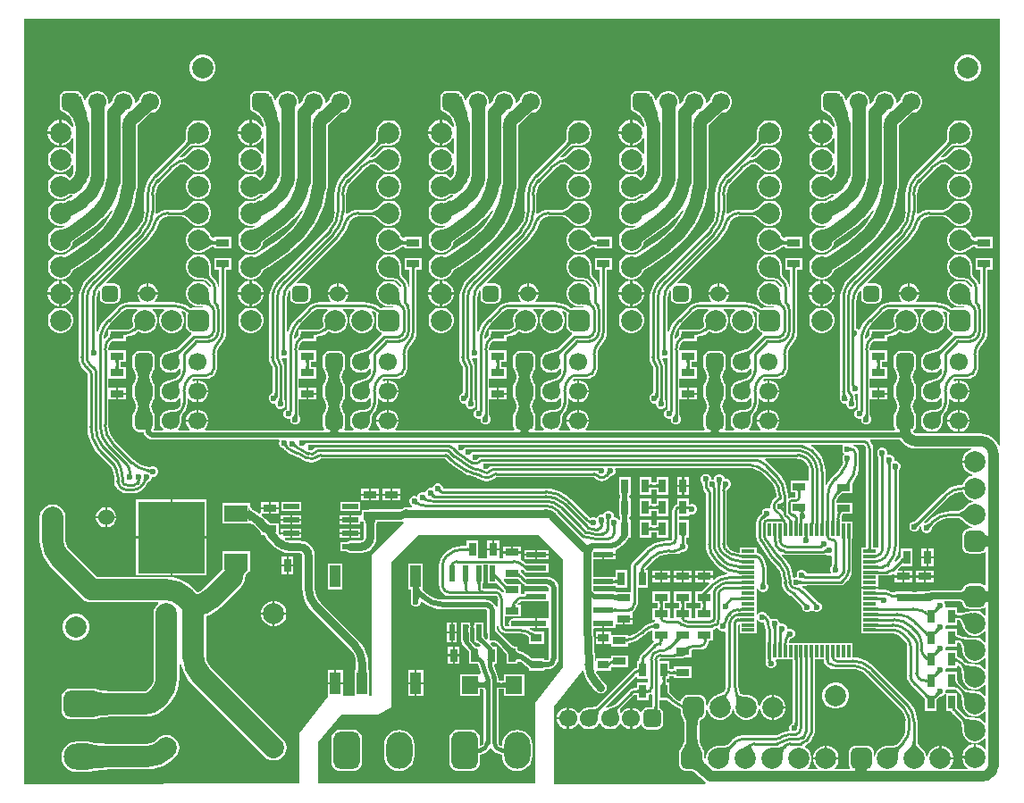
<source format=gtl>
G04*
G04 #@! TF.GenerationSoftware,Altium Limited,Altium Designer,24.5.2 (23)*
G04*
G04 Layer_Physical_Order=1*
G04 Layer_Color=8534732*
%FSLAX44Y44*%
%MOMM*%
G71*
G04*
G04 #@! TF.SameCoordinates,211F2C99-C352-4B84-9391-B0A9BACE0CBF*
G04*
G04*
G04 #@! TF.FilePolarity,Positive*
G04*
G01*
G75*
%ADD10C,0.2540*%
%ADD16C,0.6350*%
%ADD43C,0.2540*%
%ADD44C,0.7620*%
%ADD45C,0.5080*%
%ADD46C,1.0160*%
%ADD47C,2.0320*%
%ADD48C,1.5240*%
%ADD49C,0.3810*%
%ADD50C,1.2700*%
%ADD51R,1.2700X0.7112*%
%ADD52R,0.7112X1.2700*%
%ADD53R,2.2860X1.5240*%
%ADD54R,6.2484X6.7310*%
%ADD55R,1.0000X2.1000*%
%ADD56R,1.5240X0.5080*%
%ADD57R,1.5240X1.6510*%
%ADD58R,0.5080X1.5240*%
%ADD59R,1.9050X0.5080*%
%ADD60R,1.0160X0.7620*%
%ADD61R,0.3000X1.2000*%
%ADD62R,1.2000X0.3000*%
%ADD63C,0.8890*%
%ADD64C,2.0000*%
%ADD65C,1.7000*%
G04:AMPARAMS|DCode=66|XSize=1.7mm|YSize=1.7mm|CornerRadius=0.425mm|HoleSize=0mm|Usage=FLASHONLY|Rotation=90.000|XOffset=0mm|YOffset=0mm|HoleType=Round|Shape=RoundedRectangle|*
%AMROUNDEDRECTD66*
21,1,1.7000,0.8500,0,0,90.0*
21,1,0.8500,1.7000,0,0,90.0*
1,1,0.8500,0.4250,0.4250*
1,1,0.8500,0.4250,-0.4250*
1,1,0.8500,-0.4250,-0.4250*
1,1,0.8500,-0.4250,0.4250*
%
%ADD66ROUNDEDRECTD66*%
G04:AMPARAMS|DCode=67|XSize=1.524mm|YSize=1.524mm|CornerRadius=0.381mm|HoleSize=0mm|Usage=FLASHONLY|Rotation=0.000|XOffset=0mm|YOffset=0mm|HoleType=Round|Shape=RoundedRectangle|*
%AMROUNDEDRECTD67*
21,1,1.5240,0.7620,0,0,0.0*
21,1,0.7620,1.5240,0,0,0.0*
1,1,0.7620,0.3810,-0.3810*
1,1,0.7620,-0.3810,-0.3810*
1,1,0.7620,-0.3810,0.3810*
1,1,0.7620,0.3810,0.3810*
%
%ADD67ROUNDEDRECTD67*%
%ADD68C,1.5240*%
%ADD69O,3.5000X2.5000*%
G04:AMPARAMS|DCode=70|XSize=2.5mm|YSize=3.5mm|CornerRadius=0.625mm|HoleSize=0mm|Usage=FLASHONLY|Rotation=270.000|XOffset=0mm|YOffset=0mm|HoleType=Round|Shape=RoundedRectangle|*
%AMROUNDEDRECTD70*
21,1,2.5000,2.2500,0,0,270.0*
21,1,1.2500,3.5000,0,0,270.0*
1,1,1.2500,-1.1250,-0.6250*
1,1,1.2500,-1.1250,0.6250*
1,1,1.2500,1.1250,0.6250*
1,1,1.2500,1.1250,-0.6250*
%
%ADD70ROUNDEDRECTD70*%
%ADD71O,2.5000X3.5000*%
G04:AMPARAMS|DCode=72|XSize=2.5mm|YSize=3.5mm|CornerRadius=0.625mm|HoleSize=0mm|Usage=FLASHONLY|Rotation=0.000|XOffset=0mm|YOffset=0mm|HoleType=Round|Shape=RoundedRectangle|*
%AMROUNDEDRECTD72*
21,1,2.5000,2.2500,0,0,0.0*
21,1,1.2500,3.5000,0,0,0.0*
1,1,1.2500,0.6250,-1.1250*
1,1,1.2500,-0.6250,-1.1250*
1,1,1.2500,-0.6250,1.1250*
1,1,1.2500,0.6250,1.1250*
%
%ADD72ROUNDEDRECTD72*%
G04:AMPARAMS|DCode=73|XSize=2mm|YSize=2mm|CornerRadius=0.5mm|HoleSize=0mm|Usage=FLASHONLY|Rotation=90.000|XOffset=0mm|YOffset=0mm|HoleType=Round|Shape=RoundedRectangle|*
%AMROUNDEDRECTD73*
21,1,2.0000,1.0000,0,0,90.0*
21,1,1.0000,2.0000,0,0,90.0*
1,1,1.0000,0.5000,0.5000*
1,1,1.0000,0.5000,-0.5000*
1,1,1.0000,-0.5000,-0.5000*
1,1,1.0000,-0.5000,0.5000*
%
%ADD73ROUNDEDRECTD73*%
G04:AMPARAMS|DCode=74|XSize=2mm|YSize=2mm|CornerRadius=0.5mm|HoleSize=0mm|Usage=FLASHONLY|Rotation=0.000|XOffset=0mm|YOffset=0mm|HoleType=Round|Shape=RoundedRectangle|*
%AMROUNDEDRECTD74*
21,1,2.0000,1.0000,0,0,0.0*
21,1,1.0000,2.0000,0,0,0.0*
1,1,1.0000,0.5000,-0.5000*
1,1,1.0000,-0.5000,-0.5000*
1,1,1.0000,-0.5000,0.5000*
1,1,1.0000,0.5000,0.5000*
%
%ADD74ROUNDEDRECTD74*%
%ADD75C,0.6000*%
G36*
X1521360Y1069501D02*
X1519813Y1069493D01*
X1515867Y1069194D01*
X1514784Y1069002D01*
X1513816Y1068763D01*
X1512964Y1068478D01*
X1512227Y1068147D01*
X1511606Y1067769D01*
X1511102Y1067346D01*
X1509306Y1069142D01*
X1509729Y1069647D01*
X1510107Y1070267D01*
X1510438Y1071004D01*
X1510723Y1071856D01*
X1510962Y1072824D01*
X1511154Y1073907D01*
X1511300Y1075107D01*
X1511453Y1077853D01*
X1511461Y1079400D01*
X1521360Y1069501D01*
D02*
G37*
G36*
X1341020D02*
X1339473Y1069493D01*
X1335527Y1069194D01*
X1334444Y1069002D01*
X1333476Y1068763D01*
X1332624Y1068478D01*
X1331887Y1068147D01*
X1331266Y1067769D01*
X1330762Y1067346D01*
X1328965Y1069142D01*
X1329389Y1069647D01*
X1329767Y1070267D01*
X1330098Y1071004D01*
X1330383Y1071856D01*
X1330622Y1072824D01*
X1330814Y1073907D01*
X1330960Y1075107D01*
X1331113Y1077853D01*
X1331120Y1079400D01*
X1341020Y1069501D01*
D02*
G37*
G36*
X1160680D02*
X1159133Y1069493D01*
X1155188Y1069194D01*
X1154104Y1069002D01*
X1153136Y1068763D01*
X1152284Y1068478D01*
X1151547Y1068147D01*
X1150927Y1067769D01*
X1150422Y1067346D01*
X1148625Y1069142D01*
X1149049Y1069647D01*
X1149427Y1070267D01*
X1149758Y1071004D01*
X1150043Y1071856D01*
X1150282Y1072824D01*
X1150474Y1073907D01*
X1150620Y1075107D01*
X1150773Y1077853D01*
X1150780Y1079400D01*
X1160680Y1069501D01*
D02*
G37*
G36*
X980340D02*
X978793Y1069493D01*
X974847Y1069194D01*
X973764Y1069002D01*
X972796Y1068763D01*
X971944Y1068478D01*
X971207Y1068147D01*
X970586Y1067769D01*
X970082Y1067346D01*
X968286Y1069142D01*
X968709Y1069647D01*
X969087Y1070267D01*
X969418Y1071004D01*
X969703Y1071856D01*
X969942Y1072824D01*
X970134Y1073907D01*
X970280Y1075107D01*
X970433Y1077853D01*
X970441Y1079400D01*
X980340Y1069501D01*
D02*
G37*
G36*
X1514348Y1047070D02*
X1513260Y1048129D01*
X1511230Y1049850D01*
X1510288Y1050513D01*
X1509395Y1051043D01*
X1508551Y1051440D01*
X1507755Y1051706D01*
X1507008Y1051839D01*
X1506310Y1051840D01*
X1505660Y1051709D01*
X1505630Y1054351D01*
X1506247Y1054569D01*
X1506918Y1054888D01*
X1507646Y1055308D01*
X1508428Y1055828D01*
X1510160Y1057172D01*
X1511109Y1057995D01*
X1514289Y1061069D01*
X1514348Y1047070D01*
D02*
G37*
G36*
X1334008D02*
X1332920Y1048129D01*
X1330890Y1049850D01*
X1329948Y1050513D01*
X1329055Y1051043D01*
X1328211Y1051440D01*
X1327415Y1051706D01*
X1326668Y1051839D01*
X1325970Y1051840D01*
X1325320Y1051709D01*
X1325290Y1054351D01*
X1325907Y1054569D01*
X1326578Y1054888D01*
X1327306Y1055308D01*
X1328089Y1055828D01*
X1329820Y1057172D01*
X1330769Y1057995D01*
X1333949Y1061069D01*
X1334008Y1047070D01*
D02*
G37*
G36*
X1153669D02*
X1152580Y1048129D01*
X1150550Y1049850D01*
X1149608Y1050513D01*
X1148715Y1051043D01*
X1147871Y1051440D01*
X1147075Y1051706D01*
X1146328Y1051839D01*
X1145630Y1051840D01*
X1144980Y1051709D01*
X1144950Y1054351D01*
X1145567Y1054569D01*
X1146238Y1054888D01*
X1146966Y1055308D01*
X1147748Y1055828D01*
X1149480Y1057172D01*
X1150429Y1057995D01*
X1153609Y1061069D01*
X1153669Y1047070D01*
D02*
G37*
G36*
X973328D02*
X972240Y1048129D01*
X970210Y1049850D01*
X969268Y1050513D01*
X968375Y1051043D01*
X967531Y1051440D01*
X966735Y1051706D01*
X965988Y1051839D01*
X965290Y1051840D01*
X964640Y1051709D01*
X964610Y1054351D01*
X965227Y1054569D01*
X965898Y1054888D01*
X966626Y1055308D01*
X967409Y1055828D01*
X969140Y1057172D01*
X970089Y1057995D01*
X973269Y1061069D01*
X973328Y1047070D01*
D02*
G37*
G36*
X1739900Y783282D02*
X1738630Y782964D01*
X1737246Y785553D01*
X1735535Y787638D01*
X1734751Y788594D01*
X1734748Y788598D01*
X1734527Y788813D01*
X1733803Y789407D01*
X1731596Y791218D01*
X1728252Y793006D01*
X1724624Y794107D01*
X1720850Y794478D01*
Y794445D01*
X1659672D01*
Y794481D01*
X1659063Y794603D01*
X1658547Y794947D01*
X1658522Y794922D01*
X1657485Y795959D01*
X1657609Y797223D01*
X1658418Y797763D01*
X1659778Y799799D01*
X1660256Y802200D01*
Y810700D01*
X1659778Y813102D01*
X1659341Y813756D01*
X1659268Y813926D01*
X1658780Y814638D01*
X1658383Y815363D01*
X1658020Y816194D01*
X1657696Y817132D01*
X1657415Y818179D01*
X1657181Y819333D01*
X1657021Y820420D01*
X1657181Y821507D01*
X1657415Y822661D01*
X1657696Y823708D01*
X1658020Y824646D01*
X1658383Y825477D01*
X1658780Y826202D01*
X1659268Y826914D01*
X1659341Y827084D01*
X1659778Y827738D01*
X1660256Y830140D01*
Y838640D01*
X1659778Y841041D01*
X1659341Y841696D01*
X1659268Y841866D01*
X1658780Y842578D01*
X1658383Y843303D01*
X1658020Y844134D01*
X1657696Y845072D01*
X1657415Y846119D01*
X1657181Y847273D01*
X1657021Y848360D01*
X1657181Y849447D01*
X1657415Y850601D01*
X1657696Y851648D01*
X1658020Y852586D01*
X1658383Y853417D01*
X1658780Y854142D01*
X1659268Y854854D01*
X1659341Y855024D01*
X1659778Y855678D01*
X1660256Y858080D01*
Y866580D01*
X1659778Y868981D01*
X1658418Y871018D01*
X1656382Y872378D01*
X1653980Y872856D01*
X1645480D01*
X1643078Y872378D01*
X1641042Y871018D01*
X1639682Y868981D01*
X1639204Y866580D01*
Y858080D01*
X1639682Y855678D01*
X1640119Y855024D01*
X1640192Y854854D01*
X1640680Y854142D01*
X1641077Y853417D01*
X1641440Y852586D01*
X1641764Y851648D01*
X1642045Y850601D01*
X1642279Y849447D01*
X1642439Y848360D01*
X1642279Y847273D01*
X1642045Y846119D01*
X1641764Y845072D01*
X1641440Y844134D01*
X1641077Y843303D01*
X1640680Y842578D01*
X1640192Y841866D01*
X1640119Y841696D01*
X1639682Y841041D01*
X1639204Y838640D01*
Y830140D01*
X1639682Y827738D01*
X1640119Y827084D01*
X1640192Y826914D01*
X1640680Y826202D01*
X1641077Y825477D01*
X1641440Y824646D01*
X1641764Y823708D01*
X1642045Y822661D01*
X1642279Y821507D01*
X1642439Y820420D01*
X1642279Y819333D01*
X1642045Y818179D01*
X1641764Y817132D01*
X1641440Y816194D01*
X1641077Y815363D01*
X1640680Y814638D01*
X1640192Y813926D01*
X1640119Y813756D01*
X1639682Y813102D01*
X1639204Y810700D01*
Y802200D01*
X1639682Y799799D01*
X1640447Y798654D01*
X1639768Y797384D01*
X1527769D01*
X1527243Y798654D01*
X1528592Y800003D01*
X1529974Y802397D01*
X1530690Y805068D01*
Y805450D01*
X1520190D01*
X1509690D01*
Y805068D01*
X1510406Y802397D01*
X1511788Y800003D01*
X1513137Y798654D01*
X1512611Y797384D01*
X1502235D01*
X1501709Y798654D01*
X1503116Y800061D01*
X1504486Y802434D01*
X1505195Y805080D01*
Y806344D01*
X1505232Y806523D01*
X1505239Y807735D01*
X1505372Y809869D01*
X1505488Y810739D01*
X1505638Y811519D01*
X1505816Y812187D01*
X1506013Y812740D01*
X1506220Y813176D01*
X1506250Y813224D01*
X1507117Y814135D01*
X1507117Y814135D01*
X1509100Y816720D01*
X1510347Y819730D01*
X1510772Y822960D01*
X1510727D01*
Y827438D01*
X1511997Y827734D01*
X1513743Y825988D01*
X1516137Y824606D01*
X1518808Y823890D01*
X1519190D01*
Y834390D01*
Y844890D01*
X1518808D01*
X1516137Y844174D01*
X1516129Y844169D01*
X1515457Y845248D01*
X1516607Y846016D01*
X1518600Y846413D01*
X1518702Y846393D01*
X1529080D01*
Y846375D01*
X1531510Y846694D01*
X1533774Y847632D01*
X1535548Y848994D01*
X1535718Y849124D01*
X1535718D01*
X1536449Y849877D01*
X1536451Y849879D01*
X1536570Y850034D01*
X1537655Y851448D01*
X1538412Y853275D01*
X1538670Y855236D01*
X1538667D01*
Y869116D01*
X1538633Y869286D01*
X1539093Y872782D01*
X1540508Y876198D01*
X1542002Y878144D01*
X1542811Y879080D01*
X1542810Y879080D01*
X1544833Y881544D01*
X1546335Y884355D01*
X1547261Y887406D01*
X1547573Y890578D01*
X1547557D01*
Y949833D01*
X1552575D01*
Y960755D01*
X1536065D01*
Y949833D01*
X1541083D01*
Y933730D01*
X1539813Y933647D01*
X1539570Y935491D01*
X1538376Y938373D01*
X1536477Y940847D01*
X1536449Y940819D01*
X1534278Y942990D01*
X1534170Y943118D01*
X1533934Y943511D01*
X1533709Y944031D01*
X1533510Y944686D01*
X1533350Y945474D01*
X1533237Y946394D01*
X1533177Y947418D01*
X1533229Y949924D01*
X1533289Y950647D01*
X1533365Y950933D01*
Y954067D01*
X1532554Y957095D01*
X1530986Y959810D01*
X1528770Y962026D01*
X1526055Y963594D01*
X1523027Y964405D01*
X1519893D01*
X1516865Y963594D01*
X1514150Y962026D01*
X1511934Y959810D01*
X1510366Y957095D01*
X1509555Y954067D01*
Y950933D01*
X1510366Y947905D01*
X1511934Y945190D01*
X1514150Y942974D01*
X1516865Y941406D01*
X1519893Y940595D01*
X1520509D01*
X1523496Y940283D01*
X1525964Y939871D01*
X1526958Y939639D01*
X1527821Y939388D01*
X1528531Y939128D01*
X1529080Y938870D01*
X1529464Y938635D01*
X1529545Y938567D01*
X1531871Y936241D01*
X1531957Y936183D01*
X1533086Y934493D01*
X1533269Y933577D01*
X1533071Y933340D01*
X1531528Y933472D01*
X1530986Y934410D01*
X1528770Y936626D01*
X1526055Y938194D01*
X1523027Y939005D01*
X1519893D01*
X1516865Y938194D01*
X1514150Y936626D01*
X1511934Y934410D01*
X1510366Y931695D01*
X1509555Y928667D01*
Y925533D01*
X1510366Y922505D01*
X1511934Y919790D01*
X1514150Y917574D01*
X1516865Y916006D01*
X1519893Y915195D01*
X1521371D01*
X1521551Y915158D01*
X1523048Y915151D01*
X1525003Y915042D01*
X1525119Y914935D01*
X1524623Y913665D01*
X1516460D01*
X1514657Y913427D01*
X1514222Y913247D01*
X1514041Y913328D01*
X1513819Y913457D01*
X1513817Y913459D01*
X1513102Y913897D01*
X1512882Y914049D01*
X1512791Y914088D01*
X1509982Y915809D01*
X1505826Y917531D01*
X1501453Y918580D01*
X1496969Y918933D01*
Y918907D01*
X1480408D01*
X1479882Y920177D01*
X1480898Y921193D01*
X1482164Y923387D01*
X1482820Y925834D01*
Y926100D01*
X1463580D01*
Y925834D01*
X1464236Y923387D01*
X1465502Y921193D01*
X1466518Y920177D01*
X1465992Y918907D01*
X1455420D01*
Y918920D01*
X1452393Y918622D01*
X1449483Y917739D01*
X1446801Y916305D01*
X1444450Y914376D01*
X1444459Y914367D01*
X1444459Y914367D01*
X1433900Y903809D01*
X1433900Y903809D01*
X1433876Y903833D01*
X1433066Y902884D01*
X1430678Y900089D01*
X1428106Y895891D01*
X1426221Y891342D01*
X1426169Y891124D01*
X1424899Y891274D01*
Y922772D01*
X1424894Y922797D01*
X1425181Y925708D01*
X1426037Y928531D01*
X1426733Y929833D01*
X1428003Y929515D01*
Y923290D01*
X1428447Y921060D01*
X1429710Y919170D01*
X1431600Y917907D01*
X1433830Y917463D01*
X1441450D01*
X1443680Y917907D01*
X1445570Y919170D01*
X1446833Y921060D01*
X1447277Y923290D01*
Y930910D01*
X1446833Y933140D01*
X1445570Y935030D01*
X1443680Y936293D01*
X1441450Y936737D01*
X1434474D01*
X1433947Y938007D01*
X1473447Y977506D01*
X1474367Y978352D01*
X1474374Y978357D01*
X1475400Y979559D01*
X1475517Y979638D01*
X1475698Y979908D01*
X1478203Y982842D01*
X1481285Y987870D01*
X1483542Y993318D01*
X1483789Y994347D01*
X1483801Y994396D01*
X1484138Y995512D01*
X1484205Y995673D01*
X1484935Y996487D01*
X1485651Y997203D01*
X1485683Y997251D01*
X1487663Y998770D01*
X1490024Y999748D01*
X1492501Y1000074D01*
X1492558Y1000063D01*
X1505742D01*
X1505882Y1000051D01*
X1506327Y999942D01*
X1506879Y999733D01*
X1507525Y999410D01*
X1508256Y998969D01*
X1509026Y998430D01*
X1511902Y995960D01*
X1512952Y994920D01*
X1513105Y994819D01*
X1514150Y993774D01*
X1516865Y992206D01*
X1519893Y991395D01*
X1523027D01*
X1526055Y992206D01*
X1528770Y993774D01*
X1530986Y995990D01*
X1532554Y998705D01*
X1533365Y1001733D01*
Y1004867D01*
X1532554Y1007895D01*
X1530986Y1010610D01*
X1528770Y1012826D01*
X1526055Y1014394D01*
X1523027Y1015205D01*
X1519893D01*
X1516865Y1014394D01*
X1514150Y1012826D01*
X1513105Y1011781D01*
X1512952Y1011680D01*
X1511888Y1010626D01*
X1509922Y1008868D01*
X1509063Y1008195D01*
X1508256Y1007632D01*
X1507525Y1007190D01*
X1506879Y1006867D01*
X1506327Y1006658D01*
X1505882Y1006549D01*
X1505742Y1006537D01*
X1492558D01*
Y1006553D01*
X1489386Y1006241D01*
X1486335Y1005315D01*
X1483524Y1003813D01*
X1482010Y1002571D01*
X1480787Y1003209D01*
X1480922Y1004931D01*
X1480882D01*
Y1020719D01*
X1480868Y1020788D01*
X1481202Y1024180D01*
X1482212Y1027507D01*
X1483851Y1030574D01*
X1484442Y1031294D01*
X1485284Y1032218D01*
X1485314Y1032289D01*
X1486135Y1033247D01*
X1497260Y1044371D01*
X1497340Y1044492D01*
X1500595Y1047163D01*
X1504434Y1049215D01*
X1506683Y1049897D01*
X1506835Y1049897D01*
X1507275Y1049819D01*
X1507827Y1049634D01*
X1508484Y1049325D01*
X1509232Y1048881D01*
X1510041Y1048312D01*
X1511953Y1046691D01*
X1512994Y1045678D01*
X1513143Y1045581D01*
X1514150Y1044574D01*
X1516865Y1043006D01*
X1519893Y1042195D01*
X1523027D01*
X1526055Y1043006D01*
X1528770Y1044574D01*
X1530986Y1046790D01*
X1532554Y1049505D01*
X1533365Y1052533D01*
Y1055667D01*
X1532554Y1058695D01*
X1530986Y1061410D01*
X1528770Y1063626D01*
X1526055Y1065194D01*
X1523027Y1066005D01*
X1519893D01*
X1516865Y1065194D01*
X1514150Y1063626D01*
X1513082Y1062558D01*
X1512939Y1062466D01*
X1509797Y1059428D01*
X1508928Y1058674D01*
X1507294Y1057406D01*
X1506622Y1056959D01*
X1506015Y1056609D01*
X1505504Y1056367D01*
X1504983Y1056182D01*
X1504972Y1056176D01*
X1504364Y1056030D01*
X1503618Y1057079D01*
X1512635Y1066096D01*
X1512742Y1066187D01*
X1513134Y1066425D01*
X1513672Y1066667D01*
X1514357Y1066896D01*
X1515186Y1067101D01*
X1516111Y1067265D01*
X1519891Y1067551D01*
X1521369Y1067558D01*
X1521550Y1067595D01*
X1523027D01*
X1526055Y1068406D01*
X1528770Y1069974D01*
X1530986Y1072190D01*
X1532554Y1074905D01*
X1533365Y1077933D01*
Y1081067D01*
X1532554Y1084095D01*
X1530986Y1086810D01*
X1528770Y1089026D01*
X1526055Y1090594D01*
X1523027Y1091405D01*
X1519893D01*
X1516865Y1090594D01*
X1514150Y1089026D01*
X1511934Y1086810D01*
X1510366Y1084095D01*
X1509555Y1081067D01*
Y1079589D01*
X1509518Y1079409D01*
X1509511Y1077912D01*
X1509364Y1075279D01*
X1509232Y1074195D01*
X1509061Y1073227D01*
X1508856Y1072397D01*
X1508627Y1071712D01*
X1508385Y1071174D01*
X1508147Y1070782D01*
X1508056Y1070675D01*
X1478350Y1040968D01*
X1478332Y1040987D01*
X1475411Y1037567D01*
X1473061Y1033732D01*
X1471340Y1029576D01*
X1470289Y1025203D01*
X1469937Y1020719D01*
X1469963D01*
Y1004931D01*
X1469991Y1004789D01*
X1469578Y1000599D01*
X1468315Y996434D01*
X1466263Y992595D01*
X1463592Y989340D01*
X1463472Y989260D01*
X1415365Y941153D01*
X1414830Y940619D01*
X1414772Y940572D01*
X1414456Y940322D01*
X1414455Y940321D01*
X1413766Y939251D01*
X1413451Y938829D01*
X1413445Y938816D01*
X1413181Y938507D01*
X1410831Y934672D01*
X1409109Y930516D01*
X1408060Y926143D01*
X1408031Y925779D01*
X1408031Y925779D01*
X1407767Y923967D01*
X1407779Y923731D01*
X1407733Y923500D01*
Y866929D01*
X1407733Y866929D01*
X1407733Y866929D01*
X1407673D01*
X1408159Y863242D01*
X1409582Y859806D01*
X1410050Y859196D01*
X1410780Y858236D01*
X1410908Y857018D01*
Y853440D01*
X1410908Y853440D01*
X1410908Y832592D01*
X1409607Y832053D01*
X1408227Y830673D01*
X1407480Y828870D01*
Y826919D01*
X1408227Y825116D01*
X1409607Y823736D01*
X1411410Y822990D01*
X1413361D01*
X1413510Y821934D01*
X1413524Y821823D01*
Y821823D01*
X1414270Y820020D01*
X1415650Y818640D01*
X1417453Y817894D01*
X1419404D01*
X1421207Y818640D01*
X1422587Y820020D01*
X1423333Y821823D01*
Y823774D01*
X1422587Y825577D01*
X1422177Y825987D01*
X1422131Y826070D01*
X1422039Y826180D01*
X1422005Y826229D01*
X1421971Y826289D01*
X1421937Y826362D01*
X1421904Y826454D01*
X1421872Y826565D01*
X1421845Y826698D01*
X1421827Y826822D01*
Y859264D01*
X1421830D01*
X1421572Y861225D01*
X1420815Y863052D01*
X1419611Y864621D01*
X1419611Y864621D01*
D01*
X1419679Y864949D01*
X1420827Y865848D01*
X1422779D01*
X1423799Y866271D01*
X1425069Y865424D01*
X1425069Y817581D01*
X1423812Y817060D01*
X1422432Y815681D01*
X1421686Y813878D01*
Y811927D01*
X1422432Y810124D01*
X1423812Y808744D01*
X1425615Y807997D01*
X1427566D01*
X1427655Y807938D01*
Y806744D01*
X1428402Y804941D01*
X1429781Y803562D01*
X1431584Y802815D01*
X1433536D01*
X1435338Y803562D01*
X1436718Y804941D01*
X1437465Y806744D01*
Y808696D01*
X1436718Y810499D01*
X1436344Y810872D01*
X1436310Y810938D01*
X1436219Y811050D01*
X1436183Y811102D01*
X1436149Y811165D01*
X1436114Y811242D01*
X1436080Y811337D01*
X1436048Y811452D01*
X1436020Y811588D01*
X1436003Y811712D01*
Y819427D01*
X1435989Y819499D01*
Y826548D01*
X1442990D01*
Y832104D01*
X1443990D01*
D01*
X1442990D01*
Y837660D01*
X1435989D01*
Y846455D01*
X1452245D01*
Y857377D01*
X1447233D01*
X1447227Y857446D01*
Y862142D01*
X1447233Y862203D01*
X1452245D01*
Y873125D01*
X1436928D01*
X1436042Y874395D01*
X1436370Y876889D01*
X1437610Y879883D01*
X1438684Y881282D01*
X1439095Y881708D01*
X1439434Y882015D01*
X1452245D01*
Y885157D01*
X1452655Y886257D01*
X1456369Y886746D01*
X1459846Y888186D01*
X1461850Y889724D01*
X1462832Y890478D01*
X1463786Y891207D01*
X1464001Y891258D01*
X1464223Y891278D01*
X1464467Y891266D01*
X1464746Y891216D01*
X1465067Y891117D01*
X1465507Y890928D01*
X1466065Y890606D01*
X1469093Y889795D01*
X1472227D01*
X1475255Y890606D01*
X1477970Y892174D01*
X1480186Y894390D01*
X1481754Y897105D01*
X1482565Y900133D01*
Y903267D01*
X1481754Y906295D01*
X1480186Y909010D01*
X1478033Y911163D01*
X1478062Y911572D01*
X1478293Y912433D01*
X1488427D01*
X1488658Y911572D01*
X1488687Y911163D01*
X1486534Y909010D01*
X1484966Y906295D01*
X1484155Y903267D01*
Y900133D01*
X1484966Y897105D01*
X1486534Y894390D01*
X1488750Y892174D01*
X1491465Y890606D01*
X1494493Y889795D01*
X1497627D01*
X1500655Y890606D01*
X1503370Y892174D01*
X1505586Y894390D01*
X1507154Y897105D01*
X1507965Y900133D01*
Y903267D01*
X1507154Y906295D01*
X1505586Y909010D01*
X1505005Y909591D01*
X1505770Y910623D01*
X1509026Y908882D01*
X1509270Y908699D01*
X1509582Y908437D01*
X1509708Y908317D01*
X1509495Y906700D01*
Y896700D01*
X1509733Y894897D01*
X1510428Y893218D01*
X1511535Y891775D01*
X1512978Y890668D01*
X1514351Y890100D01*
X1514600Y889146D01*
X1514570Y888703D01*
X1500640Y874774D01*
X1500639Y874773D01*
X1500329Y874573D01*
X1499874Y874341D01*
X1499283Y874093D01*
X1498611Y873858D01*
X1494417Y872859D01*
X1493691Y872735D01*
X1493420D01*
X1490774Y872026D01*
X1488401Y870656D01*
X1486464Y868719D01*
X1485094Y866346D01*
X1484385Y863700D01*
Y860960D01*
X1485094Y858314D01*
X1486464Y855941D01*
X1488401Y854004D01*
X1490774Y852634D01*
X1493420Y851925D01*
X1496160D01*
X1498806Y852634D01*
X1501179Y854004D01*
X1502983Y855808D01*
X1504253Y855619D01*
Y853222D01*
X1504273Y853120D01*
X1503876Y851127D01*
X1502747Y849437D01*
X1502661Y849379D01*
X1500297Y847015D01*
X1500001Y846824D01*
X1499545Y846586D01*
X1498947Y846326D01*
X1498258Y846068D01*
X1493996Y844900D01*
X1493509Y844795D01*
X1493420D01*
X1493061Y844699D01*
X1492669Y844615D01*
X1492668Y844614D01*
X1492667Y844614D01*
X1492540Y844559D01*
X1490774Y844086D01*
X1488401Y842716D01*
X1486464Y840779D01*
X1485094Y838406D01*
X1484385Y835760D01*
Y833020D01*
X1485094Y830374D01*
X1486464Y828001D01*
X1488401Y826064D01*
X1490774Y824694D01*
X1493420Y823985D01*
X1496160D01*
X1498806Y824694D01*
X1501179Y826064D01*
X1502983Y827868D01*
X1504253Y827679D01*
Y822960D01*
X1504278Y822832D01*
X1503846Y820659D01*
X1502615Y818817D01*
X1502507Y818745D01*
X1501884Y818122D01*
X1501839Y818084D01*
X1501516Y817880D01*
X1501080Y817673D01*
X1500528Y817476D01*
X1499859Y817298D01*
X1499079Y817148D01*
X1498209Y817032D01*
X1496075Y816899D01*
X1494863Y816892D01*
X1494684Y816855D01*
X1493420D01*
X1490774Y816146D01*
X1488401Y814776D01*
X1486464Y812839D01*
X1485094Y810466D01*
X1484385Y807820D01*
Y805080D01*
X1485094Y802434D01*
X1486464Y800061D01*
X1487871Y798654D01*
X1487345Y797384D01*
X1479352D01*
X1478673Y798654D01*
X1479438Y799799D01*
X1479916Y802200D01*
Y810700D01*
X1479438Y813102D01*
X1479001Y813756D01*
X1478928Y813926D01*
X1478440Y814638D01*
X1478043Y815363D01*
X1477680Y816194D01*
X1477356Y817132D01*
X1477075Y818179D01*
X1476841Y819333D01*
X1476681Y820420D01*
X1476841Y821507D01*
X1477075Y822661D01*
X1477356Y823708D01*
X1477680Y824646D01*
X1478043Y825477D01*
X1478440Y826202D01*
X1478928Y826914D01*
X1479001Y827084D01*
X1479438Y827738D01*
X1479916Y830140D01*
Y838640D01*
X1479438Y841041D01*
X1479001Y841696D01*
X1478928Y841866D01*
X1478440Y842578D01*
X1478043Y843303D01*
X1477680Y844134D01*
X1477356Y845072D01*
X1477075Y846119D01*
X1476841Y847273D01*
X1476681Y848360D01*
X1476841Y849447D01*
X1477075Y850601D01*
X1477356Y851648D01*
X1477680Y852586D01*
X1478043Y853417D01*
X1478440Y854142D01*
X1478928Y854854D01*
X1479001Y855024D01*
X1479438Y855678D01*
X1479916Y858080D01*
Y866580D01*
X1479438Y868981D01*
X1478078Y871018D01*
X1476042Y872378D01*
X1473640Y872856D01*
X1465140D01*
X1462738Y872378D01*
X1460703Y871018D01*
X1459342Y868981D01*
X1458864Y866580D01*
Y858080D01*
X1459342Y855678D01*
X1459779Y855024D01*
X1459852Y854854D01*
X1460340Y854142D01*
X1460737Y853417D01*
X1461100Y852586D01*
X1461424Y851648D01*
X1461705Y850601D01*
X1461939Y849447D01*
X1462099Y848360D01*
X1461939Y847273D01*
X1461705Y846119D01*
X1461424Y845072D01*
X1461100Y844134D01*
X1460737Y843303D01*
X1460340Y842578D01*
X1459852Y841866D01*
X1459779Y841696D01*
X1459342Y841041D01*
X1458864Y838640D01*
Y830140D01*
X1459342Y827738D01*
X1459779Y827084D01*
X1459852Y826914D01*
X1460340Y826202D01*
X1460737Y825477D01*
X1461100Y824646D01*
X1461424Y823708D01*
X1461705Y822661D01*
X1461939Y821507D01*
X1462099Y820420D01*
X1461939Y819333D01*
X1461705Y818179D01*
X1461424Y817132D01*
X1461100Y816194D01*
X1460737Y815363D01*
X1460340Y814638D01*
X1459852Y813926D01*
X1459779Y813756D01*
X1459342Y813102D01*
X1458864Y810700D01*
Y802200D01*
X1459342Y799799D01*
X1460107Y798654D01*
X1459428Y797384D01*
X1347429D01*
X1346903Y798654D01*
X1348252Y800003D01*
X1349634Y802397D01*
X1350350Y805068D01*
Y805450D01*
X1339850D01*
X1329350D01*
Y805068D01*
X1330066Y802397D01*
X1331448Y800003D01*
X1332797Y798654D01*
X1332271Y797384D01*
X1321895D01*
X1321369Y798654D01*
X1322776Y800061D01*
X1324146Y802434D01*
X1324855Y805080D01*
Y806344D01*
X1324892Y806523D01*
X1324899Y807735D01*
X1325032Y809869D01*
X1325148Y810739D01*
X1325298Y811519D01*
X1325476Y812187D01*
X1325673Y812740D01*
X1325880Y813176D01*
X1325910Y813224D01*
X1326776Y814135D01*
X1326776Y814135D01*
X1328760Y816720D01*
X1330007Y819730D01*
X1330432Y822960D01*
X1330387D01*
Y827438D01*
X1331657Y827734D01*
X1333403Y825988D01*
X1335797Y824606D01*
X1338468Y823890D01*
X1338850D01*
Y834390D01*
Y844890D01*
X1338468D01*
X1335797Y844174D01*
X1335789Y844169D01*
X1335117Y845248D01*
X1336267Y846016D01*
X1338260Y846413D01*
X1338362Y846393D01*
X1348740D01*
Y846375D01*
X1351170Y846694D01*
X1353434Y847632D01*
X1355208Y848994D01*
X1355378Y849124D01*
X1355378D01*
X1356109Y849877D01*
X1356111Y849879D01*
X1356230Y850034D01*
X1357315Y851448D01*
X1358072Y853275D01*
X1358330Y855236D01*
X1358327D01*
Y869116D01*
X1358293Y869286D01*
X1358753Y872782D01*
X1360168Y876198D01*
X1361662Y878144D01*
X1362471Y879080D01*
X1362470Y879080D01*
X1364493Y881544D01*
X1365995Y884355D01*
X1366921Y887406D01*
X1367233Y890578D01*
X1367217D01*
Y949833D01*
X1372235D01*
Y960755D01*
X1355725D01*
Y949833D01*
X1360743D01*
Y933730D01*
X1359473Y933647D01*
X1359230Y935491D01*
X1358036Y938373D01*
X1356137Y940847D01*
X1356109Y940819D01*
X1353938Y942990D01*
X1353830Y943118D01*
X1353594Y943511D01*
X1353369Y944031D01*
X1353170Y944686D01*
X1353010Y945474D01*
X1352897Y946394D01*
X1352837Y947418D01*
X1352889Y949924D01*
X1352948Y950647D01*
X1353025Y950933D01*
Y954067D01*
X1352214Y957095D01*
X1350646Y959810D01*
X1348430Y962026D01*
X1345715Y963594D01*
X1342687Y964405D01*
X1339553D01*
X1336525Y963594D01*
X1333810Y962026D01*
X1331594Y959810D01*
X1330026Y957095D01*
X1329215Y954067D01*
Y950933D01*
X1330026Y947905D01*
X1331594Y945190D01*
X1333810Y942974D01*
X1336525Y941406D01*
X1339553Y940595D01*
X1340169D01*
X1343156Y940283D01*
X1345624Y939871D01*
X1346618Y939639D01*
X1347481Y939388D01*
X1348191Y939128D01*
X1348740Y938870D01*
X1349124Y938635D01*
X1349205Y938567D01*
X1351531Y936241D01*
X1351617Y936183D01*
X1352746Y934493D01*
X1352929Y933577D01*
X1352731Y933340D01*
X1351188Y933472D01*
X1350646Y934410D01*
X1348430Y936626D01*
X1345715Y938194D01*
X1342687Y939005D01*
X1339553D01*
X1336525Y938194D01*
X1333810Y936626D01*
X1331594Y934410D01*
X1330026Y931695D01*
X1329215Y928667D01*
Y925533D01*
X1330026Y922505D01*
X1331594Y919790D01*
X1333810Y917574D01*
X1336525Y916006D01*
X1339553Y915195D01*
X1341030D01*
X1341211Y915158D01*
X1342708Y915151D01*
X1344663Y915042D01*
X1344780Y914935D01*
X1344283Y913665D01*
X1336120D01*
X1334317Y913427D01*
X1333882Y913247D01*
X1333701Y913328D01*
X1333479Y913457D01*
X1333477Y913459D01*
X1332762Y913897D01*
X1332542Y914049D01*
X1332451Y914088D01*
X1329642Y915809D01*
X1325486Y917531D01*
X1321113Y918580D01*
X1316629Y918933D01*
Y918907D01*
X1300068D01*
X1299542Y920177D01*
X1300558Y921193D01*
X1301824Y923387D01*
X1302480Y925834D01*
Y926100D01*
X1283240D01*
Y925834D01*
X1283896Y923387D01*
X1285162Y921193D01*
X1286178Y920177D01*
X1285652Y918907D01*
X1275080D01*
Y918920D01*
X1272053Y918622D01*
X1269143Y917739D01*
X1266461Y916305D01*
X1264110Y914376D01*
X1264119Y914367D01*
X1264119Y914367D01*
X1253560Y903809D01*
X1253560Y903809D01*
X1253536Y903833D01*
X1252726Y902884D01*
X1250338Y900089D01*
X1247766Y895891D01*
X1245881Y891342D01*
X1245829Y891124D01*
X1244559Y891274D01*
Y922772D01*
X1244554Y922797D01*
X1244840Y925708D01*
X1245697Y928531D01*
X1246393Y929833D01*
X1247663Y929515D01*
Y923290D01*
X1248107Y921060D01*
X1249370Y919170D01*
X1251260Y917907D01*
X1253490Y917463D01*
X1261110D01*
X1263340Y917907D01*
X1265230Y919170D01*
X1266493Y921060D01*
X1266937Y923290D01*
Y930910D01*
X1266493Y933140D01*
X1265230Y935030D01*
X1263340Y936293D01*
X1261110Y936737D01*
X1254134D01*
X1253607Y938007D01*
X1293107Y977506D01*
X1294027Y978352D01*
X1294034Y978357D01*
X1295060Y979559D01*
X1295177Y979638D01*
X1295358Y979908D01*
X1297863Y982842D01*
X1300945Y987870D01*
X1303201Y993318D01*
X1303449Y994347D01*
X1303461Y994396D01*
X1303798Y995512D01*
X1303865Y995673D01*
X1304595Y996487D01*
X1305311Y997203D01*
X1305343Y997251D01*
X1307323Y998770D01*
X1309684Y999748D01*
X1312161Y1000074D01*
X1312218Y1000063D01*
X1325402D01*
X1325542Y1000051D01*
X1325987Y999942D01*
X1326539Y999733D01*
X1327185Y999410D01*
X1327916Y998969D01*
X1328686Y998430D01*
X1331562Y995960D01*
X1332612Y994920D01*
X1332765Y994819D01*
X1333810Y993774D01*
X1336525Y992206D01*
X1339553Y991395D01*
X1342687D01*
X1345715Y992206D01*
X1348430Y993774D01*
X1350646Y995990D01*
X1352214Y998705D01*
X1353025Y1001733D01*
Y1004867D01*
X1352214Y1007895D01*
X1350646Y1010610D01*
X1348430Y1012826D01*
X1345715Y1014394D01*
X1342687Y1015205D01*
X1339553D01*
X1336525Y1014394D01*
X1333810Y1012826D01*
X1332765Y1011781D01*
X1332612Y1011680D01*
X1331548Y1010626D01*
X1329582Y1008868D01*
X1328723Y1008195D01*
X1327916Y1007632D01*
X1327185Y1007190D01*
X1326539Y1006867D01*
X1325987Y1006658D01*
X1325542Y1006549D01*
X1325402Y1006537D01*
X1312218D01*
Y1006553D01*
X1309046Y1006241D01*
X1305995Y1005315D01*
X1303184Y1003813D01*
X1301670Y1002571D01*
X1300447Y1003209D01*
X1300582Y1004931D01*
X1300542D01*
Y1020719D01*
X1300528Y1020788D01*
X1300862Y1024180D01*
X1301872Y1027507D01*
X1303511Y1030574D01*
X1304102Y1031294D01*
X1304944Y1032218D01*
X1304974Y1032289D01*
X1305795Y1033247D01*
X1316920Y1044371D01*
X1317000Y1044492D01*
X1320255Y1047163D01*
X1324094Y1049215D01*
X1326343Y1049897D01*
X1326495Y1049897D01*
X1326935Y1049819D01*
X1327487Y1049634D01*
X1328144Y1049325D01*
X1328892Y1048881D01*
X1329701Y1048312D01*
X1331613Y1046691D01*
X1332654Y1045678D01*
X1332803Y1045581D01*
X1333810Y1044574D01*
X1336525Y1043006D01*
X1339553Y1042195D01*
X1342687D01*
X1345715Y1043006D01*
X1348430Y1044574D01*
X1350646Y1046790D01*
X1352214Y1049505D01*
X1353025Y1052533D01*
Y1055667D01*
X1352214Y1058695D01*
X1350646Y1061410D01*
X1348430Y1063626D01*
X1345715Y1065194D01*
X1342687Y1066005D01*
X1339553D01*
X1336525Y1065194D01*
X1333810Y1063626D01*
X1332742Y1062558D01*
X1332599Y1062466D01*
X1329457Y1059428D01*
X1328588Y1058674D01*
X1326954Y1057406D01*
X1326281Y1056959D01*
X1325675Y1056609D01*
X1325164Y1056367D01*
X1324643Y1056182D01*
X1324632Y1056176D01*
X1324025Y1056030D01*
X1323278Y1057079D01*
X1332295Y1066096D01*
X1332402Y1066187D01*
X1332794Y1066425D01*
X1333332Y1066667D01*
X1334017Y1066896D01*
X1334846Y1067101D01*
X1335771Y1067265D01*
X1339551Y1067551D01*
X1341029Y1067558D01*
X1341210Y1067595D01*
X1342687D01*
X1345715Y1068406D01*
X1348430Y1069974D01*
X1350646Y1072190D01*
X1352214Y1074905D01*
X1353025Y1077933D01*
Y1081067D01*
X1352214Y1084095D01*
X1350646Y1086810D01*
X1348430Y1089026D01*
X1345715Y1090594D01*
X1342687Y1091405D01*
X1339553D01*
X1336525Y1090594D01*
X1333810Y1089026D01*
X1331594Y1086810D01*
X1330026Y1084095D01*
X1329215Y1081067D01*
Y1079589D01*
X1329178Y1079409D01*
X1329171Y1077912D01*
X1329025Y1075279D01*
X1328893Y1074195D01*
X1328721Y1073227D01*
X1328516Y1072397D01*
X1328287Y1071712D01*
X1328045Y1071174D01*
X1327807Y1070782D01*
X1327717Y1070675D01*
X1298010Y1040968D01*
X1297992Y1040987D01*
X1295071Y1037567D01*
X1292721Y1033732D01*
X1290999Y1029576D01*
X1289949Y1025203D01*
X1289597Y1020719D01*
X1289623D01*
Y1004931D01*
X1289651Y1004789D01*
X1289238Y1000599D01*
X1287975Y996434D01*
X1285923Y992595D01*
X1283252Y989340D01*
X1283132Y989260D01*
X1235025Y941153D01*
X1234490Y940619D01*
X1234432Y940572D01*
X1234116Y940322D01*
X1234115Y940321D01*
X1233426Y939251D01*
X1233111Y938829D01*
X1233104Y938816D01*
X1232841Y938507D01*
X1230491Y934672D01*
X1228770Y930516D01*
X1227719Y926143D01*
X1227691Y925779D01*
X1227691Y925779D01*
X1227427Y923967D01*
X1227439Y923731D01*
X1227393Y923500D01*
Y866929D01*
X1227393Y866929D01*
X1227393Y866929D01*
X1227333D01*
X1227819Y863242D01*
X1229242Y859806D01*
X1229710Y859196D01*
X1230440Y858236D01*
X1230568Y857018D01*
Y853440D01*
X1230568Y853440D01*
X1230568Y832592D01*
X1229267Y832053D01*
X1227887Y830673D01*
X1227140Y828870D01*
Y826919D01*
X1227887Y825116D01*
X1229267Y823736D01*
X1231070Y822990D01*
X1233021D01*
X1233184Y822881D01*
Y821823D01*
X1233930Y820020D01*
X1235310Y818640D01*
X1237113Y817894D01*
X1239064D01*
X1240867Y818640D01*
X1242247Y820020D01*
X1242993Y821823D01*
Y823774D01*
X1242247Y825577D01*
X1241837Y825987D01*
X1241791Y826070D01*
X1241699Y826180D01*
X1241665Y826229D01*
X1241631Y826289D01*
X1241597Y826362D01*
X1241564Y826454D01*
X1241532Y826565D01*
X1241505Y826698D01*
X1241487Y826822D01*
Y859264D01*
X1241490D01*
X1241232Y861225D01*
X1240475Y863052D01*
X1239271Y864621D01*
X1239271Y864621D01*
D01*
X1239339Y864949D01*
X1240487Y865848D01*
X1242439D01*
X1243459Y866271D01*
X1244729Y865424D01*
X1244729Y817581D01*
X1243472Y817060D01*
X1242092Y815681D01*
X1241346Y813878D01*
Y811927D01*
X1242092Y810124D01*
X1243472Y808744D01*
X1245275Y807997D01*
X1247226D01*
X1247315Y807938D01*
Y806744D01*
X1248062Y804941D01*
X1249442Y803562D01*
X1251244Y802815D01*
X1253196D01*
X1254998Y803562D01*
X1256378Y804941D01*
X1257125Y806744D01*
Y808696D01*
X1256378Y810499D01*
X1256004Y810872D01*
X1255970Y810938D01*
X1255879Y811050D01*
X1255844Y811102D01*
X1255809Y811165D01*
X1255774Y811242D01*
X1255740Y811337D01*
X1255708Y811452D01*
X1255680Y811588D01*
X1255663Y811712D01*
Y819427D01*
X1255649Y819499D01*
Y826548D01*
X1262650D01*
Y832104D01*
X1263650D01*
D01*
X1262650D01*
Y837660D01*
X1255649D01*
Y846455D01*
X1271905D01*
Y857377D01*
X1266893D01*
X1266887Y857446D01*
Y862142D01*
X1266892Y862203D01*
X1271905D01*
Y873125D01*
X1256588D01*
X1255702Y874395D01*
X1256030Y876889D01*
X1257271Y879883D01*
X1258344Y881282D01*
X1258755Y881708D01*
X1259094Y882015D01*
X1271905D01*
Y885157D01*
X1272316Y886257D01*
X1276029Y886746D01*
X1279506Y888186D01*
X1281510Y889724D01*
X1282492Y890478D01*
X1283446Y891207D01*
X1283661Y891258D01*
X1283883Y891278D01*
X1284127Y891266D01*
X1284406Y891216D01*
X1284727Y891117D01*
X1285167Y890928D01*
X1285725Y890606D01*
X1288753Y889795D01*
X1291887D01*
X1294915Y890606D01*
X1297630Y892174D01*
X1299846Y894390D01*
X1301414Y897105D01*
X1302225Y900133D01*
Y903267D01*
X1301414Y906295D01*
X1299846Y909010D01*
X1297693Y911163D01*
X1297722Y911572D01*
X1297953Y912433D01*
X1308087D01*
X1308318Y911572D01*
X1308347Y911163D01*
X1306194Y909010D01*
X1304626Y906295D01*
X1303815Y903267D01*
Y900133D01*
X1304626Y897105D01*
X1306194Y894390D01*
X1308410Y892174D01*
X1311125Y890606D01*
X1314153Y889795D01*
X1317287D01*
X1320315Y890606D01*
X1323030Y892174D01*
X1325246Y894390D01*
X1326814Y897105D01*
X1327625Y900133D01*
Y903267D01*
X1326814Y906295D01*
X1325246Y909010D01*
X1324665Y909591D01*
X1325430Y910623D01*
X1328686Y908882D01*
X1328930Y908699D01*
X1329242Y908437D01*
X1329368Y908317D01*
X1329155Y906700D01*
Y896700D01*
X1329393Y894897D01*
X1330089Y893218D01*
X1331195Y891775D01*
X1332638Y890668D01*
X1334011Y890100D01*
X1334260Y889146D01*
X1334230Y888703D01*
X1320300Y874774D01*
X1320299Y874773D01*
X1319989Y874573D01*
X1319534Y874341D01*
X1318943Y874093D01*
X1318271Y873858D01*
X1314077Y872859D01*
X1313351Y872735D01*
X1313080D01*
X1310434Y872026D01*
X1308061Y870656D01*
X1306124Y868719D01*
X1304754Y866346D01*
X1304045Y863700D01*
Y860960D01*
X1304754Y858314D01*
X1306124Y855941D01*
X1308061Y854004D01*
X1310434Y852634D01*
X1313080Y851925D01*
X1315820D01*
X1318466Y852634D01*
X1320839Y854004D01*
X1322643Y855808D01*
X1323913Y855619D01*
Y853222D01*
X1323933Y853120D01*
X1323536Y851127D01*
X1322407Y849437D01*
X1322321Y849379D01*
X1319957Y847015D01*
X1319661Y846824D01*
X1319205Y846586D01*
X1318607Y846326D01*
X1317918Y846068D01*
X1313656Y844900D01*
X1313169Y844795D01*
X1313080D01*
X1312721Y844699D01*
X1312329Y844615D01*
X1312328Y844614D01*
X1312327Y844614D01*
X1312200Y844559D01*
X1310434Y844086D01*
X1308061Y842716D01*
X1306124Y840779D01*
X1304754Y838406D01*
X1304045Y835760D01*
Y833020D01*
X1304754Y830374D01*
X1306124Y828001D01*
X1308061Y826064D01*
X1310434Y824694D01*
X1313080Y823985D01*
X1315820D01*
X1318466Y824694D01*
X1320839Y826064D01*
X1322643Y827868D01*
X1323913Y827679D01*
Y822960D01*
X1323938Y822832D01*
X1323506Y820659D01*
X1322275Y818817D01*
X1322167Y818745D01*
X1321544Y818122D01*
X1321499Y818084D01*
X1321176Y817880D01*
X1320740Y817673D01*
X1320188Y817476D01*
X1319519Y817298D01*
X1318739Y817148D01*
X1317869Y817032D01*
X1315735Y816899D01*
X1314523Y816892D01*
X1314344Y816855D01*
X1313080D01*
X1310434Y816146D01*
X1308061Y814776D01*
X1306124Y812839D01*
X1304754Y810466D01*
X1304045Y807820D01*
Y805080D01*
X1304754Y802434D01*
X1306124Y800061D01*
X1307531Y798654D01*
X1307005Y797384D01*
X1299012D01*
X1298333Y798654D01*
X1299098Y799799D01*
X1299576Y802200D01*
Y810700D01*
X1299098Y813102D01*
X1298661Y813756D01*
X1298588Y813926D01*
X1298100Y814638D01*
X1297703Y815363D01*
X1297340Y816194D01*
X1297016Y817132D01*
X1296735Y818179D01*
X1296501Y819333D01*
X1296341Y820420D01*
X1296501Y821507D01*
X1296735Y822661D01*
X1297016Y823708D01*
X1297340Y824646D01*
X1297703Y825477D01*
X1298100Y826202D01*
X1298588Y826914D01*
X1298661Y827084D01*
X1299098Y827738D01*
X1299576Y830140D01*
Y838640D01*
X1299098Y841041D01*
X1298661Y841696D01*
X1298588Y841866D01*
X1298100Y842578D01*
X1297703Y843303D01*
X1297340Y844134D01*
X1297016Y845072D01*
X1296735Y846119D01*
X1296501Y847273D01*
X1296341Y848360D01*
X1296501Y849447D01*
X1296735Y850601D01*
X1297016Y851648D01*
X1297340Y852586D01*
X1297703Y853417D01*
X1298100Y854142D01*
X1298588Y854854D01*
X1298661Y855024D01*
X1299098Y855678D01*
X1299576Y858080D01*
Y866580D01*
X1299098Y868981D01*
X1297737Y871018D01*
X1295701Y872378D01*
X1293300Y872856D01*
X1284800D01*
X1282399Y872378D01*
X1280363Y871018D01*
X1279002Y868981D01*
X1278524Y866580D01*
Y858080D01*
X1279002Y855678D01*
X1279439Y855024D01*
X1279512Y854854D01*
X1280000Y854142D01*
X1280397Y853417D01*
X1280760Y852586D01*
X1281084Y851648D01*
X1281365Y850601D01*
X1281599Y849447D01*
X1281759Y848360D01*
X1281599Y847273D01*
X1281365Y846119D01*
X1281084Y845072D01*
X1280760Y844134D01*
X1280397Y843303D01*
X1280000Y842578D01*
X1279512Y841866D01*
X1279439Y841696D01*
X1279002Y841041D01*
X1278524Y838640D01*
Y830140D01*
X1279002Y827738D01*
X1279439Y827084D01*
X1279512Y826914D01*
X1280000Y826202D01*
X1280397Y825477D01*
X1280760Y824646D01*
X1281084Y823708D01*
X1281365Y822661D01*
X1281599Y821507D01*
X1281759Y820420D01*
X1281599Y819333D01*
X1281365Y818179D01*
X1281084Y817132D01*
X1280760Y816194D01*
X1280397Y815363D01*
X1280000Y814638D01*
X1279512Y813926D01*
X1279439Y813756D01*
X1279002Y813102D01*
X1278524Y810700D01*
Y802200D01*
X1279002Y799799D01*
X1279767Y798654D01*
X1279088Y797384D01*
X1167089D01*
X1166563Y798654D01*
X1167912Y800003D01*
X1169294Y802397D01*
X1170010Y805068D01*
Y805450D01*
X1159510D01*
X1149010D01*
Y805068D01*
X1149726Y802397D01*
X1151108Y800003D01*
X1152457Y798654D01*
X1151931Y797384D01*
X1141555D01*
X1141029Y798654D01*
X1142436Y800061D01*
X1143806Y802434D01*
X1144515Y805080D01*
Y806344D01*
X1144552Y806523D01*
X1144559Y807735D01*
X1144692Y809869D01*
X1144808Y810739D01*
X1144958Y811519D01*
X1145136Y812187D01*
X1145333Y812740D01*
X1145540Y813176D01*
X1145570Y813224D01*
X1146436Y814135D01*
X1146436Y814135D01*
X1148420Y816720D01*
X1149667Y819730D01*
X1150092Y822960D01*
X1150047D01*
Y827438D01*
X1151317Y827734D01*
X1153063Y825988D01*
X1155457Y824606D01*
X1158128Y823890D01*
X1158510D01*
Y834390D01*
Y844890D01*
X1158128D01*
X1155457Y844174D01*
X1155449Y844169D01*
X1154777Y845248D01*
X1155927Y846016D01*
X1157921Y846413D01*
X1158022Y846393D01*
X1168400D01*
Y846375D01*
X1170830Y846694D01*
X1173094Y847632D01*
X1174868Y848994D01*
X1175038Y849124D01*
X1175038D01*
X1175769Y849877D01*
X1175771Y849879D01*
X1175890Y850034D01*
X1176975Y851448D01*
X1177732Y853275D01*
X1177990Y855236D01*
X1177987D01*
Y869116D01*
X1177953Y869286D01*
X1178413Y872782D01*
X1179828Y876198D01*
X1181322Y878144D01*
X1182131Y879080D01*
X1182130Y879080D01*
X1184153Y881544D01*
X1185656Y884355D01*
X1186581Y887406D01*
X1186893Y890578D01*
X1186877D01*
Y949833D01*
X1191895D01*
Y960755D01*
X1175385D01*
Y949833D01*
X1180403D01*
Y933730D01*
X1179133Y933647D01*
X1178890Y935491D01*
X1177696Y938373D01*
X1175797Y940847D01*
X1175769Y940819D01*
X1173598Y942990D01*
X1173490Y943118D01*
X1173254Y943511D01*
X1173029Y944031D01*
X1172831Y944686D01*
X1172670Y945474D01*
X1172557Y946394D01*
X1172497Y947418D01*
X1172549Y949924D01*
X1172608Y950647D01*
X1172685Y950933D01*
Y954067D01*
X1171874Y957095D01*
X1170306Y959810D01*
X1168090Y962026D01*
X1165375Y963594D01*
X1162347Y964405D01*
X1159213D01*
X1156185Y963594D01*
X1153470Y962026D01*
X1151254Y959810D01*
X1149686Y957095D01*
X1148875Y954067D01*
Y950933D01*
X1149686Y947905D01*
X1151254Y945190D01*
X1153470Y942974D01*
X1156185Y941406D01*
X1159213Y940595D01*
X1159829D01*
X1162816Y940283D01*
X1165284Y939871D01*
X1166278Y939639D01*
X1167141Y939388D01*
X1167851Y939128D01*
X1168400Y938870D01*
X1168784Y938635D01*
X1168865Y938567D01*
X1171191Y936241D01*
X1171277Y936183D01*
X1172406Y934493D01*
X1172589Y933577D01*
X1172391Y933340D01*
X1170848Y933472D01*
X1170306Y934410D01*
X1168090Y936626D01*
X1165375Y938194D01*
X1162347Y939005D01*
X1159213D01*
X1156185Y938194D01*
X1153470Y936626D01*
X1151254Y934410D01*
X1149686Y931695D01*
X1148875Y928667D01*
Y925533D01*
X1149686Y922505D01*
X1151254Y919790D01*
X1153470Y917574D01*
X1156185Y916006D01*
X1159213Y915195D01*
X1160691D01*
X1160871Y915158D01*
X1162368Y915151D01*
X1164323Y915042D01*
X1164439Y914935D01*
X1163943Y913665D01*
X1155780D01*
X1153977Y913427D01*
X1153542Y913247D01*
X1153361Y913328D01*
X1153139Y913457D01*
X1153137Y913459D01*
X1152422Y913897D01*
X1152202Y914049D01*
X1152111Y914088D01*
X1149302Y915809D01*
X1145146Y917531D01*
X1140773Y918580D01*
X1136289Y918933D01*
Y918907D01*
X1119728D01*
X1119202Y920177D01*
X1120218Y921193D01*
X1121484Y923387D01*
X1122140Y925834D01*
Y926100D01*
X1102900D01*
Y925834D01*
X1103556Y923387D01*
X1104822Y921193D01*
X1105838Y920177D01*
X1105312Y918907D01*
X1094740D01*
Y918920D01*
X1091713Y918622D01*
X1088803Y917739D01*
X1086121Y916305D01*
X1083770Y914376D01*
X1083779Y914367D01*
X1083779Y914367D01*
X1073221Y903809D01*
X1073221Y903809D01*
X1073196Y903833D01*
X1072386Y902884D01*
X1069998Y900089D01*
X1067426Y895891D01*
X1065541Y891342D01*
X1065489Y891124D01*
X1064219Y891274D01*
Y922772D01*
X1064214Y922797D01*
X1064501Y925708D01*
X1065357Y928531D01*
X1066053Y929833D01*
X1067323Y929515D01*
Y923290D01*
X1067767Y921060D01*
X1069030Y919170D01*
X1070920Y917907D01*
X1073150Y917463D01*
X1080770D01*
X1083000Y917907D01*
X1084890Y919170D01*
X1086153Y921060D01*
X1086597Y923290D01*
Y930910D01*
X1086153Y933140D01*
X1084890Y935030D01*
X1083000Y936293D01*
X1080770Y936737D01*
X1073793D01*
X1073267Y938007D01*
X1112767Y977506D01*
X1113687Y978352D01*
X1113694Y978357D01*
X1114720Y979559D01*
X1114837Y979638D01*
X1115018Y979908D01*
X1117523Y982842D01*
X1120605Y987870D01*
X1122861Y993318D01*
X1123109Y994347D01*
X1123121Y994396D01*
X1123458Y995512D01*
X1123525Y995673D01*
X1124255Y996487D01*
X1124971Y997203D01*
X1125003Y997251D01*
X1126983Y998770D01*
X1129344Y999748D01*
X1131821Y1000074D01*
X1131878Y1000063D01*
X1145062D01*
X1145202Y1000051D01*
X1145647Y999942D01*
X1146199Y999733D01*
X1146845Y999410D01*
X1147576Y998969D01*
X1148346Y998430D01*
X1151222Y995960D01*
X1152271Y994920D01*
X1152425Y994819D01*
X1153470Y993774D01*
X1156185Y992206D01*
X1159213Y991395D01*
X1162347D01*
X1165375Y992206D01*
X1168090Y993774D01*
X1170306Y995990D01*
X1171874Y998705D01*
X1172685Y1001733D01*
Y1004867D01*
X1171874Y1007895D01*
X1170306Y1010610D01*
X1168090Y1012826D01*
X1165375Y1014394D01*
X1162347Y1015205D01*
X1159213D01*
X1156185Y1014394D01*
X1153470Y1012826D01*
X1152425Y1011781D01*
X1152271Y1011680D01*
X1151208Y1010626D01*
X1149242Y1008868D01*
X1148383Y1008195D01*
X1147576Y1007632D01*
X1146845Y1007190D01*
X1146199Y1006867D01*
X1145647Y1006658D01*
X1145202Y1006549D01*
X1145062Y1006537D01*
X1131878D01*
Y1006553D01*
X1128706Y1006241D01*
X1125655Y1005315D01*
X1122844Y1003813D01*
X1121330Y1002571D01*
X1120107Y1003209D01*
X1120242Y1004931D01*
X1120202D01*
Y1020719D01*
X1120188Y1020788D01*
X1120522Y1024180D01*
X1121532Y1027507D01*
X1123171Y1030574D01*
X1123762Y1031294D01*
X1124604Y1032218D01*
X1124634Y1032289D01*
X1125455Y1033247D01*
X1136580Y1044371D01*
X1136660Y1044492D01*
X1139915Y1047163D01*
X1143754Y1049215D01*
X1146003Y1049897D01*
X1146155Y1049897D01*
X1146595Y1049819D01*
X1147147Y1049634D01*
X1147804Y1049325D01*
X1148552Y1048881D01*
X1149361Y1048312D01*
X1151273Y1046691D01*
X1152314Y1045678D01*
X1152463Y1045581D01*
X1153470Y1044574D01*
X1156185Y1043006D01*
X1159213Y1042195D01*
X1162347D01*
X1165375Y1043006D01*
X1168090Y1044574D01*
X1170306Y1046790D01*
X1171874Y1049505D01*
X1172685Y1052533D01*
Y1055667D01*
X1171874Y1058695D01*
X1170306Y1061410D01*
X1168090Y1063626D01*
X1165375Y1065194D01*
X1162347Y1066005D01*
X1159213D01*
X1156185Y1065194D01*
X1153470Y1063626D01*
X1152402Y1062558D01*
X1152259Y1062466D01*
X1149117Y1059428D01*
X1148248Y1058674D01*
X1146614Y1057406D01*
X1145941Y1056959D01*
X1145335Y1056609D01*
X1144824Y1056367D01*
X1144303Y1056182D01*
X1144292Y1056176D01*
X1143684Y1056030D01*
X1142938Y1057079D01*
X1151955Y1066096D01*
X1152062Y1066187D01*
X1152454Y1066425D01*
X1152992Y1066667D01*
X1153677Y1066896D01*
X1154506Y1067101D01*
X1155431Y1067265D01*
X1159211Y1067551D01*
X1160689Y1067558D01*
X1160870Y1067595D01*
X1162347D01*
X1165375Y1068406D01*
X1168090Y1069974D01*
X1170306Y1072190D01*
X1171874Y1074905D01*
X1172685Y1077933D01*
Y1081067D01*
X1171874Y1084095D01*
X1170306Y1086810D01*
X1168090Y1089026D01*
X1165375Y1090594D01*
X1162347Y1091405D01*
X1159213D01*
X1156185Y1090594D01*
X1153470Y1089026D01*
X1151254Y1086810D01*
X1149686Y1084095D01*
X1148875Y1081067D01*
Y1079589D01*
X1148838Y1079409D01*
X1148831Y1077912D01*
X1148684Y1075279D01*
X1148552Y1074195D01*
X1148381Y1073227D01*
X1148176Y1072397D01*
X1147947Y1071712D01*
X1147705Y1071174D01*
X1147467Y1070782D01*
X1147376Y1070675D01*
X1117670Y1040968D01*
X1117652Y1040987D01*
X1114731Y1037567D01*
X1112381Y1033732D01*
X1110659Y1029576D01*
X1109610Y1025203D01*
X1109257Y1020719D01*
X1109283D01*
Y1004931D01*
X1109311Y1004789D01*
X1108898Y1000599D01*
X1107635Y996434D01*
X1105583Y992595D01*
X1102912Y989340D01*
X1102792Y989260D01*
X1054685Y941153D01*
X1054150Y940619D01*
X1054092Y940572D01*
X1053775Y940322D01*
X1053775Y940321D01*
X1053086Y939251D01*
X1052771Y938829D01*
X1052765Y938816D01*
X1052501Y938507D01*
X1050151Y934672D01*
X1048429Y930516D01*
X1047380Y926143D01*
X1047351Y925779D01*
X1047351Y925779D01*
X1047087Y923967D01*
X1047099Y923731D01*
X1047053Y923500D01*
Y866929D01*
X1047053Y866929D01*
X1047053Y866929D01*
X1046993D01*
X1047479Y863242D01*
X1048902Y859806D01*
X1049370Y859196D01*
X1050100Y858236D01*
X1050228Y857018D01*
Y853440D01*
X1050228Y853440D01*
X1050228Y832592D01*
X1048927Y832053D01*
X1047547Y830673D01*
X1046800Y828870D01*
Y826919D01*
X1047547Y825116D01*
X1048927Y823736D01*
X1050730Y822990D01*
X1052681D01*
X1052830Y821934D01*
X1052843Y821823D01*
Y821823D01*
X1053590Y820020D01*
X1054970Y818640D01*
X1056773Y817894D01*
X1058724D01*
X1060527Y818640D01*
X1061907Y820020D01*
X1062654Y821823D01*
Y823774D01*
X1061907Y825577D01*
X1061497Y825987D01*
X1061451Y826070D01*
X1061359Y826180D01*
X1061325Y826229D01*
X1061291Y826289D01*
X1061257Y826362D01*
X1061224Y826454D01*
X1061192Y826565D01*
X1061165Y826698D01*
X1061147Y826822D01*
Y859264D01*
X1061150D01*
X1060892Y861225D01*
X1060135Y863052D01*
X1058931Y864621D01*
X1058931Y864621D01*
D01*
X1058999Y864949D01*
X1060147Y865848D01*
X1062099D01*
X1063119Y866271D01*
X1064389Y865424D01*
X1064389Y817581D01*
X1063132Y817060D01*
X1061752Y815681D01*
X1061006Y813878D01*
Y811927D01*
X1061752Y810124D01*
X1063132Y808744D01*
X1064935Y807997D01*
X1066886D01*
X1066975Y807938D01*
Y806744D01*
X1067722Y804941D01*
X1069101Y803562D01*
X1070904Y802815D01*
X1072856D01*
X1074659Y803562D01*
X1076038Y804941D01*
X1076785Y806744D01*
Y808696D01*
X1076038Y810499D01*
X1075664Y810872D01*
X1075630Y810938D01*
X1075539Y811050D01*
X1075503Y811102D01*
X1075469Y811165D01*
X1075434Y811242D01*
X1075400Y811337D01*
X1075368Y811452D01*
X1075340Y811588D01*
X1075323Y811712D01*
Y819427D01*
X1075309Y819499D01*
Y826548D01*
X1082310D01*
Y832104D01*
X1083310D01*
D01*
X1082310D01*
Y837660D01*
X1075309D01*
Y846455D01*
X1091565D01*
Y857377D01*
X1086553D01*
X1086547Y857446D01*
Y862142D01*
X1086553Y862203D01*
X1091565D01*
Y873125D01*
X1076248D01*
X1075362Y874395D01*
X1075690Y876889D01*
X1076930Y879883D01*
X1078004Y881282D01*
X1078415Y881708D01*
X1078754Y882015D01*
X1091565D01*
Y885157D01*
X1091975Y886257D01*
X1095689Y886746D01*
X1099166Y888186D01*
X1101170Y889724D01*
X1102152Y890478D01*
X1103106Y891207D01*
X1103321Y891258D01*
X1103543Y891278D01*
X1103787Y891266D01*
X1104066Y891216D01*
X1104387Y891117D01*
X1104827Y890928D01*
X1105385Y890606D01*
X1108413Y889795D01*
X1111547D01*
X1114575Y890606D01*
X1117290Y892174D01*
X1119506Y894390D01*
X1121074Y897105D01*
X1121885Y900133D01*
Y903267D01*
X1121074Y906295D01*
X1119506Y909010D01*
X1117353Y911163D01*
X1117382Y911572D01*
X1117613Y912433D01*
X1127747D01*
X1127978Y911572D01*
X1128007Y911163D01*
X1125854Y909010D01*
X1124286Y906295D01*
X1123475Y903267D01*
Y900133D01*
X1124286Y897105D01*
X1125854Y894390D01*
X1128070Y892174D01*
X1130785Y890606D01*
X1133813Y889795D01*
X1136947D01*
X1139975Y890606D01*
X1142690Y892174D01*
X1144906Y894390D01*
X1146474Y897105D01*
X1147285Y900133D01*
Y903267D01*
X1146474Y906295D01*
X1144906Y909010D01*
X1144325Y909591D01*
X1145090Y910623D01*
X1148346Y908882D01*
X1148590Y908699D01*
X1148902Y908437D01*
X1149028Y908317D01*
X1148815Y906700D01*
Y896700D01*
X1149053Y894897D01*
X1149749Y893218D01*
X1150855Y891775D01*
X1152298Y890668D01*
X1153671Y890100D01*
X1153920Y889146D01*
X1153890Y888703D01*
X1139960Y874774D01*
X1139959Y874773D01*
X1139649Y874573D01*
X1139194Y874341D01*
X1138603Y874093D01*
X1137932Y873858D01*
X1133737Y872859D01*
X1133011Y872735D01*
X1132740D01*
X1130094Y872026D01*
X1127721Y870656D01*
X1125784Y868719D01*
X1124414Y866346D01*
X1123705Y863700D01*
Y860960D01*
X1124414Y858314D01*
X1125784Y855941D01*
X1127721Y854004D01*
X1130094Y852634D01*
X1132740Y851925D01*
X1135480D01*
X1138126Y852634D01*
X1140499Y854004D01*
X1142303Y855808D01*
X1143573Y855619D01*
Y853222D01*
X1143593Y853120D01*
X1143196Y851127D01*
X1142067Y849437D01*
X1141981Y849379D01*
X1139617Y847015D01*
X1139321Y846824D01*
X1138865Y846586D01*
X1138268Y846326D01*
X1137578Y846068D01*
X1133316Y844900D01*
X1132829Y844795D01*
X1132740D01*
X1132381Y844699D01*
X1131989Y844615D01*
X1131988Y844614D01*
X1131987Y844614D01*
X1131860Y844559D01*
X1130094Y844086D01*
X1127721Y842716D01*
X1125784Y840779D01*
X1124414Y838406D01*
X1123705Y835760D01*
Y833020D01*
X1124414Y830374D01*
X1125784Y828001D01*
X1127721Y826064D01*
X1130094Y824694D01*
X1132740Y823985D01*
X1135480D01*
X1138126Y824694D01*
X1140499Y826064D01*
X1142303Y827868D01*
X1143573Y827679D01*
Y822960D01*
X1143598Y822832D01*
X1143166Y820659D01*
X1141935Y818817D01*
X1141827Y818745D01*
X1141204Y818122D01*
X1141159Y818084D01*
X1140836Y817880D01*
X1140400Y817673D01*
X1139848Y817476D01*
X1139179Y817298D01*
X1138399Y817148D01*
X1137529Y817032D01*
X1135395Y816899D01*
X1134183Y816892D01*
X1134004Y816855D01*
X1132740D01*
X1130094Y816146D01*
X1127721Y814776D01*
X1125784Y812839D01*
X1124414Y810466D01*
X1123705Y807820D01*
Y805080D01*
X1124414Y802434D01*
X1125784Y800061D01*
X1127191Y798654D01*
X1126665Y797384D01*
X1118672D01*
X1117993Y798654D01*
X1118758Y799799D01*
X1119236Y802200D01*
Y810700D01*
X1118758Y813102D01*
X1118321Y813756D01*
X1118248Y813926D01*
X1117760Y814638D01*
X1117363Y815363D01*
X1117000Y816194D01*
X1116676Y817132D01*
X1116395Y818179D01*
X1116161Y819333D01*
X1116001Y820420D01*
X1116161Y821507D01*
X1116395Y822661D01*
X1116676Y823708D01*
X1117000Y824646D01*
X1117363Y825477D01*
X1117760Y826202D01*
X1118248Y826914D01*
X1118321Y827084D01*
X1118758Y827738D01*
X1119236Y830140D01*
Y838640D01*
X1118758Y841041D01*
X1118321Y841696D01*
X1118248Y841866D01*
X1117760Y842578D01*
X1117363Y843303D01*
X1117000Y844134D01*
X1116676Y845072D01*
X1116395Y846119D01*
X1116161Y847273D01*
X1116001Y848360D01*
X1116161Y849447D01*
X1116395Y850601D01*
X1116676Y851648D01*
X1117000Y852586D01*
X1117363Y853417D01*
X1117760Y854142D01*
X1118248Y854854D01*
X1118321Y855024D01*
X1118758Y855678D01*
X1119236Y858080D01*
Y866580D01*
X1118758Y868981D01*
X1117398Y871018D01*
X1115361Y872378D01*
X1112960Y872856D01*
X1104460D01*
X1102058Y872378D01*
X1100023Y871018D01*
X1098662Y868981D01*
X1098184Y866580D01*
Y858080D01*
X1098662Y855678D01*
X1099099Y855024D01*
X1099172Y854854D01*
X1099660Y854142D01*
X1100057Y853417D01*
X1100420Y852586D01*
X1100744Y851648D01*
X1101025Y850601D01*
X1101259Y849447D01*
X1101419Y848360D01*
X1101259Y847273D01*
X1101025Y846119D01*
X1100744Y845072D01*
X1100420Y844134D01*
X1100057Y843303D01*
X1099660Y842578D01*
X1099172Y841866D01*
X1099099Y841696D01*
X1098662Y841041D01*
X1098184Y838640D01*
Y830140D01*
X1098662Y827738D01*
X1099099Y827084D01*
X1099172Y826914D01*
X1099660Y826202D01*
X1100057Y825477D01*
X1100420Y824646D01*
X1100744Y823708D01*
X1101025Y822661D01*
X1101259Y821507D01*
X1101419Y820420D01*
X1101259Y819333D01*
X1101025Y818179D01*
X1100744Y817132D01*
X1100420Y816194D01*
X1100057Y815363D01*
X1099660Y814638D01*
X1099172Y813926D01*
X1099099Y813756D01*
X1098662Y813102D01*
X1098184Y810700D01*
Y802200D01*
X1098662Y799799D01*
X1099427Y798654D01*
X1098748Y797384D01*
X986749D01*
X986223Y798654D01*
X987572Y800003D01*
X988954Y802397D01*
X989670Y805068D01*
Y805450D01*
X979170D01*
X968670D01*
Y805068D01*
X969386Y802397D01*
X970768Y800003D01*
X972117Y798654D01*
X971591Y797384D01*
X961215D01*
X960689Y798654D01*
X962096Y800061D01*
X963466Y802434D01*
X964175Y805080D01*
Y806344D01*
X964212Y806523D01*
X964219Y807735D01*
X964352Y809869D01*
X964468Y810739D01*
X964618Y811519D01*
X964796Y812187D01*
X964993Y812740D01*
X965200Y813176D01*
X965230Y813224D01*
X966096Y814135D01*
X966096Y814135D01*
X968080Y816720D01*
X969326Y819730D01*
X969752Y822960D01*
X969707D01*
Y827438D01*
X970977Y827734D01*
X972723Y825988D01*
X975117Y824606D01*
X977788Y823890D01*
X978170D01*
Y834390D01*
Y844890D01*
X977788D01*
X975117Y844174D01*
X975108Y844169D01*
X974437Y845248D01*
X975587Y846016D01*
X977580Y846413D01*
X977682Y846393D01*
X988060D01*
Y846375D01*
X990490Y846694D01*
X992754Y847632D01*
X994528Y848994D01*
X994698Y849124D01*
X994698D01*
X995429Y849877D01*
X995431Y849879D01*
X995550Y850034D01*
X996635Y851448D01*
X997392Y853275D01*
X997650Y855236D01*
X997647D01*
Y869116D01*
X997613Y869286D01*
X998073Y872782D01*
X999488Y876198D01*
X1000982Y878144D01*
X1001790Y879080D01*
X1001790Y879080D01*
X1003813Y881544D01*
X1005315Y884355D01*
X1006241Y887406D01*
X1006553Y890578D01*
X1006537D01*
Y949833D01*
X1011555D01*
Y960755D01*
X995045D01*
Y949833D01*
X1000063D01*
Y933730D01*
X998793Y933647D01*
X998550Y935491D01*
X997356Y938373D01*
X995457Y940847D01*
X995429Y940819D01*
X993258Y942990D01*
X993150Y943118D01*
X992914Y943511D01*
X992689Y944031D01*
X992490Y944686D01*
X992330Y945474D01*
X992216Y946394D01*
X992157Y947418D01*
X992209Y949924D01*
X992269Y950647D01*
X992345Y950933D01*
Y954067D01*
X991534Y957095D01*
X989966Y959810D01*
X987750Y962026D01*
X985035Y963594D01*
X982007Y964405D01*
X978873D01*
X975845Y963594D01*
X973130Y962026D01*
X970914Y959810D01*
X969346Y957095D01*
X968535Y954067D01*
Y950933D01*
X969346Y947905D01*
X970914Y945190D01*
X973130Y942974D01*
X975845Y941406D01*
X978873Y940595D01*
X979489D01*
X982476Y940283D01*
X984944Y939871D01*
X985938Y939639D01*
X986801Y939388D01*
X987511Y939128D01*
X988060Y938870D01*
X988444Y938635D01*
X988525Y938567D01*
X990851Y936241D01*
X990937Y936183D01*
X992066Y934493D01*
X992249Y933577D01*
X992051Y933340D01*
X990508Y933472D01*
X989966Y934410D01*
X987750Y936626D01*
X985035Y938194D01*
X982007Y939005D01*
X978873D01*
X975845Y938194D01*
X973130Y936626D01*
X970914Y934410D01*
X969346Y931695D01*
X968535Y928667D01*
Y925533D01*
X969346Y922505D01*
X970914Y919790D01*
X973130Y917574D01*
X975845Y916006D01*
X978873Y915195D01*
X980350D01*
X980531Y915158D01*
X982028Y915151D01*
X983983Y915042D01*
X984100Y914935D01*
X983603Y913665D01*
X975440D01*
X973637Y913427D01*
X973202Y913247D01*
X973021Y913328D01*
X972799Y913457D01*
X972797Y913459D01*
X972082Y913897D01*
X971862Y914049D01*
X971770Y914088D01*
X968962Y915809D01*
X964806Y917531D01*
X960433Y918580D01*
X955949Y918933D01*
Y918907D01*
X939388D01*
X938862Y920177D01*
X939878Y921193D01*
X941144Y923387D01*
X941800Y925834D01*
Y926100D01*
X922560D01*
Y925834D01*
X923216Y923387D01*
X924482Y921193D01*
X925498Y920177D01*
X924972Y918907D01*
X914400D01*
Y918920D01*
X911373Y918622D01*
X908463Y917739D01*
X905781Y916305D01*
X903430Y914376D01*
X903439Y914367D01*
X903439Y914367D01*
X892880Y903809D01*
X892880Y903809D01*
X892856Y903833D01*
X892046Y902884D01*
X889658Y900089D01*
X887086Y895891D01*
X885201Y891342D01*
X885149Y891124D01*
X883879Y891274D01*
Y922772D01*
X883874Y922797D01*
X884161Y925708D01*
X885017Y928531D01*
X885713Y929833D01*
X886983Y929515D01*
Y923290D01*
X887427Y921060D01*
X888690Y919170D01*
X890580Y917907D01*
X892810Y917463D01*
X900430D01*
X902660Y917907D01*
X904550Y919170D01*
X905813Y921060D01*
X906257Y923290D01*
Y930910D01*
X905813Y933140D01*
X904550Y935030D01*
X902660Y936293D01*
X900430Y936737D01*
X893454D01*
X892927Y938007D01*
X932427Y977506D01*
X933347Y978352D01*
X933354Y978357D01*
X934380Y979559D01*
X934497Y979638D01*
X934678Y979908D01*
X937184Y982842D01*
X940265Y987870D01*
X942522Y993318D01*
X942769Y994347D01*
X942781Y994396D01*
X943118Y995512D01*
X943185Y995673D01*
X943915Y996487D01*
X944631Y997203D01*
X944663Y997251D01*
X946643Y998770D01*
X949004Y999748D01*
X951481Y1000074D01*
X951538Y1000063D01*
X964722D01*
X964862Y1000051D01*
X965307Y999942D01*
X965859Y999733D01*
X966505Y999410D01*
X967236Y998969D01*
X968006Y998430D01*
X970882Y995960D01*
X971932Y994920D01*
X972085Y994819D01*
X973130Y993774D01*
X975845Y992206D01*
X978873Y991395D01*
X982007D01*
X985035Y992206D01*
X987750Y993774D01*
X989966Y995990D01*
X991534Y998705D01*
X992345Y1001733D01*
Y1004867D01*
X991534Y1007895D01*
X989966Y1010610D01*
X987750Y1012826D01*
X985035Y1014394D01*
X982007Y1015205D01*
X978873D01*
X975845Y1014394D01*
X973130Y1012826D01*
X972085Y1011781D01*
X971932Y1011680D01*
X970868Y1010626D01*
X968902Y1008868D01*
X968043Y1008195D01*
X967236Y1007632D01*
X966505Y1007190D01*
X965859Y1006867D01*
X965307Y1006658D01*
X964862Y1006549D01*
X964722Y1006537D01*
X951538D01*
Y1006553D01*
X948366Y1006241D01*
X945315Y1005315D01*
X942504Y1003813D01*
X940990Y1002571D01*
X939767Y1003209D01*
X939902Y1004931D01*
X939862D01*
Y1020719D01*
X939848Y1020788D01*
X940182Y1024180D01*
X941192Y1027507D01*
X942831Y1030574D01*
X943422Y1031294D01*
X944264Y1032218D01*
X944294Y1032289D01*
X945115Y1033247D01*
X956240Y1044371D01*
X956320Y1044492D01*
X959575Y1047163D01*
X963414Y1049215D01*
X965663Y1049897D01*
X965815Y1049897D01*
X966255Y1049819D01*
X966807Y1049634D01*
X967464Y1049325D01*
X968212Y1048881D01*
X969021Y1048312D01*
X970933Y1046691D01*
X971974Y1045678D01*
X972123Y1045581D01*
X973130Y1044574D01*
X975845Y1043006D01*
X978873Y1042195D01*
X982007D01*
X985035Y1043006D01*
X987750Y1044574D01*
X989966Y1046790D01*
X991534Y1049505D01*
X992345Y1052533D01*
Y1055667D01*
X991534Y1058695D01*
X989966Y1061410D01*
X987750Y1063626D01*
X985035Y1065194D01*
X982007Y1066005D01*
X978873D01*
X975845Y1065194D01*
X973130Y1063626D01*
X972062Y1062558D01*
X971919Y1062466D01*
X968777Y1059428D01*
X967908Y1058674D01*
X966274Y1057406D01*
X965602Y1056959D01*
X964995Y1056609D01*
X964484Y1056367D01*
X963963Y1056182D01*
X963952Y1056176D01*
X963344Y1056030D01*
X962598Y1057079D01*
X971615Y1066096D01*
X971722Y1066187D01*
X972114Y1066425D01*
X972652Y1066667D01*
X973337Y1066896D01*
X974166Y1067101D01*
X975091Y1067265D01*
X978871Y1067551D01*
X980349Y1067558D01*
X980529Y1067595D01*
X982007D01*
X985035Y1068406D01*
X987750Y1069974D01*
X989966Y1072190D01*
X991534Y1074905D01*
X992345Y1077933D01*
Y1081067D01*
X991534Y1084095D01*
X989966Y1086810D01*
X987750Y1089026D01*
X985035Y1090594D01*
X982007Y1091405D01*
X978873D01*
X975845Y1090594D01*
X973130Y1089026D01*
X970914Y1086810D01*
X969346Y1084095D01*
X968535Y1081067D01*
Y1079589D01*
X968498Y1079409D01*
X968491Y1077912D01*
X968344Y1075279D01*
X968213Y1074195D01*
X968041Y1073227D01*
X967836Y1072397D01*
X967607Y1071712D01*
X967365Y1071174D01*
X967127Y1070782D01*
X967037Y1070675D01*
X937330Y1040968D01*
X937312Y1040987D01*
X934391Y1037567D01*
X932041Y1033732D01*
X930320Y1029576D01*
X929269Y1025203D01*
X928917Y1020719D01*
X928943D01*
Y1004931D01*
X928971Y1004789D01*
X928558Y1000599D01*
X927295Y996434D01*
X925243Y992595D01*
X922572Y989340D01*
X922451Y989260D01*
X874345Y941153D01*
X873810Y940619D01*
X873752Y940572D01*
X873436Y940322D01*
X873435Y940321D01*
X872746Y939251D01*
X872431Y938829D01*
X872424Y938816D01*
X872161Y938507D01*
X869811Y934672D01*
X868090Y930516D01*
X867039Y926143D01*
X867011Y925779D01*
X867011Y925779D01*
X866747Y923967D01*
X866759Y923731D01*
X866713Y923500D01*
Y866929D01*
X866713Y866929D01*
X866691D01*
X867026Y863529D01*
X868018Y860260D01*
X869628Y857247D01*
X871796Y854606D01*
X871795Y854606D01*
X871826Y854606D01*
X875146Y851286D01*
X875159Y851253D01*
Y848360D01*
X875159Y802175D01*
X875106Y800904D01*
X875106D01*
X875568Y795026D01*
X876945Y789291D01*
X879202Y783843D01*
X882283Y778815D01*
X883046Y777921D01*
X883093Y777828D01*
X884044Y776609D01*
X884233Y776366D01*
X884844Y775671D01*
X884846Y775669D01*
X884847Y775668D01*
X884849Y775670D01*
X889315Y771205D01*
X896731Y763789D01*
X897539Y762894D01*
X897605Y762736D01*
X897711Y762720D01*
X899063Y760191D01*
X900053Y756929D01*
X900380Y753606D01*
X900368Y753545D01*
X900368Y753110D01*
X900368Y753109D01*
Y749300D01*
X900338D01*
X900705Y746510D01*
X901782Y743911D01*
X902761Y742635D01*
X903495Y741679D01*
X903865Y741294D01*
X903865Y741294D01*
X906357Y739382D01*
X909265Y738178D01*
X912386Y737767D01*
Y737808D01*
X918954D01*
Y737767D01*
X922075Y738178D01*
X924984Y739382D01*
X927456Y741280D01*
X927456Y741280D01*
X927478Y741302D01*
X928596Y742759D01*
X929323Y743705D01*
X929337Y743740D01*
X929937Y744846D01*
X931808Y748095D01*
X931883Y748189D01*
X931967Y748281D01*
X932042Y748351D01*
X932107Y748403D01*
X932131Y748418D01*
X933840Y749126D01*
X935220Y750506D01*
X935966Y752309D01*
Y753073D01*
X936284Y753285D01*
X938236D01*
X940039Y754032D01*
X941418Y755412D01*
X942165Y757214D01*
Y759166D01*
X941418Y760968D01*
X940039Y762348D01*
X938236Y763095D01*
X936284D01*
X934482Y762348D01*
X934420Y762287D01*
X934399Y762282D01*
X934317Y762269D01*
X934214Y762262D01*
X934090Y762263D01*
X933970Y762272D01*
X930576Y763056D01*
X930579Y763068D01*
X926863Y764195D01*
X922803Y766365D01*
X919373Y769180D01*
X919284Y769314D01*
X919274Y769325D01*
X919270Y769327D01*
X919268Y769330D01*
X901474Y787124D01*
X901474Y787124D01*
X900656Y788055D01*
X898683Y790459D01*
X896631Y794298D01*
X895367Y798463D01*
X894955Y802654D01*
X894983Y802795D01*
Y819427D01*
X894969Y819499D01*
Y826548D01*
X901970D01*
Y832104D01*
Y837660D01*
X894969D01*
Y846455D01*
X911225D01*
Y857377D01*
X906213D01*
X906207Y857446D01*
Y862142D01*
X906212Y862203D01*
X911225D01*
Y873125D01*
X895908D01*
X895022Y874395D01*
X895350Y876889D01*
X896590Y879883D01*
X897664Y881282D01*
X898075Y881708D01*
X898414Y882015D01*
X911225D01*
Y885157D01*
X911636Y886257D01*
X915349Y886746D01*
X918826Y888186D01*
X920829Y889724D01*
X921812Y890478D01*
X922766Y891207D01*
X922981Y891258D01*
X923203Y891278D01*
X923447Y891266D01*
X923726Y891216D01*
X924047Y891117D01*
X924487Y890928D01*
X925045Y890606D01*
X928073Y889795D01*
X931207D01*
X934235Y890606D01*
X936950Y892174D01*
X939166Y894390D01*
X940734Y897105D01*
X941545Y900133D01*
Y903267D01*
X940734Y906295D01*
X939166Y909010D01*
X937013Y911163D01*
X937042Y911572D01*
X937273Y912433D01*
X947407D01*
X947638Y911572D01*
X947667Y911163D01*
X945514Y909010D01*
X943946Y906295D01*
X943135Y903267D01*
Y900133D01*
X943946Y897105D01*
X945514Y894390D01*
X947730Y892174D01*
X950445Y890606D01*
X953473Y889795D01*
X956607D01*
X959635Y890606D01*
X962350Y892174D01*
X964566Y894390D01*
X966134Y897105D01*
X966945Y900133D01*
Y903267D01*
X966134Y906295D01*
X964566Y909010D01*
X963985Y909591D01*
X964750Y910623D01*
X968006Y908882D01*
X968250Y908699D01*
X968562Y908437D01*
X968688Y908317D01*
X968475Y906700D01*
Y896700D01*
X968713Y894897D01*
X969408Y893218D01*
X970515Y891775D01*
X971958Y890668D01*
X973331Y890100D01*
X973580Y889146D01*
X973550Y888703D01*
X959620Y874774D01*
X959619Y874773D01*
X959309Y874573D01*
X958854Y874341D01*
X958263Y874093D01*
X957591Y873858D01*
X953397Y872859D01*
X952671Y872735D01*
X952400D01*
X949754Y872026D01*
X947381Y870656D01*
X945444Y868719D01*
X944074Y866346D01*
X943365Y863700D01*
Y860960D01*
X944074Y858314D01*
X945444Y855941D01*
X947381Y854004D01*
X949754Y852634D01*
X952400Y851925D01*
X955140D01*
X957786Y852634D01*
X960159Y854004D01*
X961963Y855808D01*
X963233Y855619D01*
Y853222D01*
X963253Y853120D01*
X962856Y851127D01*
X961727Y849437D01*
X961641Y849379D01*
X959277Y847015D01*
X958981Y846824D01*
X958525Y846586D01*
X957927Y846326D01*
X957238Y846068D01*
X952976Y844900D01*
X952489Y844795D01*
X952400D01*
X952041Y844699D01*
X951649Y844615D01*
X951648Y844614D01*
X951647Y844614D01*
X951520Y844559D01*
X949754Y844086D01*
X947381Y842716D01*
X945444Y840779D01*
X944074Y838406D01*
X943365Y835760D01*
Y833020D01*
X944074Y830374D01*
X945444Y828001D01*
X947381Y826064D01*
X949754Y824694D01*
X952400Y823985D01*
X955140D01*
X957786Y824694D01*
X960159Y826064D01*
X961963Y827868D01*
X963233Y827679D01*
Y822960D01*
X963258Y822832D01*
X962826Y820659D01*
X961595Y818817D01*
X961487Y818745D01*
X960864Y818122D01*
X960819Y818084D01*
X960496Y817880D01*
X960060Y817673D01*
X959508Y817476D01*
X958839Y817298D01*
X958059Y817148D01*
X957189Y817032D01*
X955054Y816899D01*
X953843Y816892D01*
X953663Y816855D01*
X952400D01*
X949754Y816146D01*
X947381Y814776D01*
X945444Y812839D01*
X944074Y810466D01*
X943365Y807820D01*
Y805080D01*
X944074Y802434D01*
X945444Y800061D01*
X946851Y798654D01*
X946325Y797384D01*
X938170D01*
X937625Y798612D01*
X938418Y799799D01*
X938896Y802200D01*
Y810700D01*
X938418Y813102D01*
X937981Y813756D01*
X937908Y813926D01*
X937420Y814638D01*
X937023Y815363D01*
X936660Y816194D01*
X936336Y817132D01*
X936055Y818179D01*
X935821Y819333D01*
X935661Y820420D01*
X935821Y821507D01*
X936055Y822661D01*
X936336Y823708D01*
X936660Y824646D01*
X937023Y825477D01*
X937420Y826202D01*
X937908Y826914D01*
X937981Y827084D01*
X938418Y827738D01*
X938896Y830140D01*
Y838640D01*
X938418Y841041D01*
X937981Y841696D01*
X937908Y841866D01*
X937420Y842578D01*
X937023Y843303D01*
X936660Y844134D01*
X936336Y845072D01*
X936055Y846119D01*
X935821Y847273D01*
X935661Y848360D01*
X935821Y849447D01*
X936055Y850601D01*
X936336Y851648D01*
X936660Y852586D01*
X937023Y853417D01*
X937420Y854142D01*
X937908Y854854D01*
X937981Y855024D01*
X938418Y855678D01*
X938896Y858080D01*
Y866580D01*
X938418Y868981D01*
X937057Y871018D01*
X935022Y872378D01*
X932620Y872856D01*
X924120D01*
X921719Y872378D01*
X919682Y871018D01*
X918322Y868981D01*
X917844Y866580D01*
Y858080D01*
X918322Y855678D01*
X918759Y855024D01*
X918832Y854854D01*
X919320Y854142D01*
X919717Y853417D01*
X920080Y852586D01*
X920404Y851648D01*
X920685Y850601D01*
X920919Y849447D01*
X921079Y848360D01*
X920919Y847273D01*
X920685Y846119D01*
X920404Y845072D01*
X920080Y844134D01*
X919717Y843303D01*
X919320Y842578D01*
X918832Y841866D01*
X918759Y841696D01*
X918322Y841041D01*
X917844Y838640D01*
Y830140D01*
X918322Y827738D01*
X918759Y827084D01*
X918832Y826914D01*
X919320Y826202D01*
X919717Y825477D01*
X920080Y824646D01*
X920404Y823708D01*
X920685Y822661D01*
X920919Y821507D01*
X921079Y820420D01*
X920919Y819333D01*
X920685Y818179D01*
X920404Y817132D01*
X920080Y816194D01*
X919717Y815363D01*
X919320Y814638D01*
X918832Y813926D01*
X918759Y813756D01*
X918322Y813102D01*
X917844Y810700D01*
Y802200D01*
X918322Y799799D01*
X919682Y797763D01*
X921719Y796402D01*
X924120Y795924D01*
X928342D01*
Y795828D01*
X928687Y794093D01*
X929670Y792623D01*
X932646Y789647D01*
X932646Y789647D01*
X934116Y788665D01*
X935850Y788320D01*
X1055977D01*
X1056825Y787050D01*
X1056549Y786383D01*
Y784431D01*
X1057296Y782628D01*
X1058676Y781249D01*
X1060478Y780502D01*
X1060722D01*
X1060755Y780488D01*
X1060814Y780456D01*
X1060883Y780409D01*
X1060964Y780346D01*
X1061055Y780261D01*
X1061137Y780174D01*
X1061599Y779506D01*
X1061848Y779265D01*
X1062672Y778192D01*
X1064625Y776693D01*
X1065031Y776525D01*
X1065153Y776431D01*
X1072065Y772997D01*
X1072290Y772936D01*
X1072792Y772728D01*
X1073920Y772178D01*
X1074045Y772126D01*
X1075145Y771609D01*
X1080659Y768703D01*
X1080689Y768694D01*
X1083519Y767522D01*
X1087120Y767048D01*
X1090721Y767522D01*
X1094077Y768912D01*
X1096124Y770483D01*
X1096321Y770565D01*
X1206500D01*
X1213830Y770565D01*
X1216071Y768324D01*
X1216524Y767830D01*
X1216520Y767727D01*
X1216543Y767671D01*
X1216543Y767671D01*
X1216577Y767647D01*
X1216945Y767365D01*
X1216945Y767365D01*
X1218609Y766089D01*
X1218805Y765892D01*
X1222604Y763341D01*
X1231821Y757152D01*
X1232409Y756758D01*
X1232863Y756462D01*
X1232934Y756428D01*
X1233052Y756357D01*
X1233156Y756320D01*
X1233287Y756257D01*
X1233353Y756243D01*
X1235420Y755139D01*
X1237183Y754604D01*
X1237480Y754453D01*
X1242956Y752911D01*
X1243321Y752792D01*
X1244272Y752446D01*
X1245174Y751868D01*
X1245984Y751252D01*
X1246140Y751132D01*
X1249496Y749742D01*
X1253097Y749268D01*
X1256698Y749742D01*
X1260054Y751132D01*
X1262102Y752703D01*
X1262299Y752785D01*
X1355165D01*
X1355171Y752782D01*
X1355207Y752728D01*
X1355296Y752669D01*
X1355757Y752068D01*
X1357710Y750570D01*
X1359984Y749628D01*
X1362425Y749306D01*
X1364866Y749628D01*
X1367140Y750570D01*
X1369093Y752068D01*
X1369462Y752549D01*
X1369549Y752607D01*
X1369645Y752751D01*
X1369778Y752862D01*
X1369780Y752864D01*
X1369784Y752871D01*
X1369790Y752877D01*
X1370284Y753495D01*
X1370372Y753576D01*
X1370469Y753654D01*
X1370554Y753712D01*
X1370626Y753753D01*
X1370687Y753781D01*
X1370739Y753800D01*
X1370784Y753811D01*
X1370921Y753832D01*
X1370923Y753832D01*
X1371306D01*
X1373109Y754579D01*
X1374488Y755958D01*
X1375235Y757761D01*
Y759713D01*
X1374948Y760405D01*
X1375797Y761675D01*
X1422400D01*
X1422400Y761675D01*
X1500407D01*
X1500549Y761703D01*
X1504739Y761290D01*
X1508905Y760027D01*
X1512743Y757975D01*
X1515998Y755303D01*
X1516078Y755183D01*
X1520816Y750446D01*
X1520849Y750405D01*
X1521626Y749457D01*
X1521626Y749456D01*
X1522572Y748678D01*
X1523345Y747739D01*
X1523345Y747739D01*
X1524187Y746815D01*
X1524779Y746094D01*
X1526418Y743027D01*
X1527428Y739700D01*
X1527647Y737469D01*
X1527744Y736239D01*
X1527744Y736239D01*
X1527748Y734985D01*
Y733686D01*
X1526905Y733337D01*
X1524952Y731838D01*
X1523453Y729885D01*
X1522511Y727611D01*
X1522189Y725170D01*
X1522345Y723991D01*
X1521168Y723198D01*
X1519896Y723725D01*
X1517944D01*
X1516142Y722978D01*
X1514762Y721599D01*
X1514015Y719796D01*
Y718902D01*
X1514005Y718856D01*
X1513318Y717902D01*
X1513194Y717851D01*
X1512304Y716945D01*
X1511987Y716703D01*
X1510257Y714448D01*
X1509169Y711822D01*
X1508798Y709004D01*
X1508829Y709004D01*
X1508829Y701540D01*
X1508830Y701537D01*
X1508826Y701504D01*
X1508829D01*
Y697004D01*
X1508798D01*
X1509169Y694186D01*
X1510257Y691560D01*
X1510647Y691051D01*
X1510719Y690883D01*
X1521462Y675123D01*
X1521718Y674872D01*
X1522362Y674033D01*
X1522362Y674033D01*
X1527387Y668978D01*
X1527649Y668665D01*
X1528210Y667971D01*
X1528210Y667971D01*
X1529064Y667053D01*
X1529859Y666084D01*
X1531498Y663017D01*
X1532508Y659690D01*
X1532842Y656298D01*
X1532828Y656229D01*
Y653651D01*
X1532802D01*
X1533079Y651551D01*
X1533083Y651378D01*
X1533349Y650212D01*
X1533352Y650205D01*
X1533420Y649691D01*
X1534810Y646335D01*
X1537021Y643453D01*
X1539903Y641242D01*
X1540911Y640825D01*
X1541975Y640265D01*
X1541975Y640265D01*
X1542183Y640179D01*
X1551815Y630547D01*
X1551886Y630451D01*
X1551953Y630345D01*
X1552001Y630255D01*
X1552034Y630178D01*
X1552055Y630115D01*
X1552068Y630062D01*
X1552074Y630014D01*
X1552079Y629876D01*
X1552115Y629726D01*
Y628944D01*
X1552862Y627141D01*
X1554241Y625762D01*
X1556044Y625015D01*
X1557996D01*
X1559798Y625762D01*
X1560635Y626599D01*
X1561465Y627002D01*
X1562295Y626599D01*
X1563132Y625762D01*
X1564934Y625015D01*
X1566886D01*
X1568689Y625762D01*
X1570068Y627141D01*
X1570815Y628944D01*
Y630896D01*
X1570068Y632699D01*
X1568689Y634078D01*
X1566886Y634825D01*
X1566755D01*
X1566559Y635119D01*
X1554229Y647449D01*
X1553963Y647627D01*
X1553736Y647853D01*
X1552339Y648785D01*
X1552723Y650055D01*
X1555516D01*
X1556755Y650301D01*
X1556925Y650415D01*
X1588818D01*
X1589197Y650490D01*
X1589581Y650506D01*
X1589809Y650612D01*
X1590057Y650661D01*
X1590378Y650875D01*
X1590727Y651037D01*
X1593374Y652970D01*
X1593534Y653143D01*
X1595488Y654747D01*
X1595509Y654726D01*
X1595520Y654734D01*
X1596259Y655697D01*
X1597683Y657552D01*
X1599042Y660834D01*
X1599506Y664356D01*
X1599451D01*
Y695099D01*
X1599591D01*
Y697000D01*
X1599598Y697034D01*
X1599591Y697069D01*
Y710909D01*
X1591818D01*
X1591640Y710960D01*
X1591191Y710909D01*
X1589424D01*
Y712967D01*
X1589404Y713067D01*
X1589780Y715928D01*
X1590534Y717748D01*
X1590585Y717826D01*
X1590708Y717984D01*
X1590804Y718086D01*
X1590841Y718117D01*
X1600001D01*
Y729039D01*
X1585487D01*
X1584833Y729861D01*
X1584758Y730309D01*
X1584800Y730624D01*
X1586019Y733568D01*
X1587885Y736001D01*
X1587987Y736068D01*
X1589050Y737132D01*
X1589453Y737478D01*
X1589670Y737638D01*
X1589873Y737771D01*
X1590038Y737863D01*
X1590162Y737919D01*
X1590190Y737929D01*
X1600001D01*
Y747439D01*
X1600529Y748056D01*
X1602879Y751891D01*
X1604601Y756047D01*
X1605650Y760421D01*
X1606003Y764904D01*
X1605977D01*
Y775444D01*
X1605980D01*
X1605722Y777405D01*
X1604965Y779232D01*
X1603761Y780801D01*
X1602192Y782005D01*
X1600683Y782630D01*
X1600936Y783900D01*
X1610118D01*
X1610253Y783844D01*
X1611848Y782619D01*
X1611881Y782571D01*
X1611892Y782563D01*
X1612677Y781390D01*
X1612952Y780006D01*
X1612949Y779992D01*
Y686469D01*
X1612944Y686409D01*
X1608281D01*
Y679599D01*
Y669599D01*
Y659599D01*
Y651504D01*
X1608186D01*
Y649004D01*
X1624186D01*
Y651504D01*
X1624091D01*
Y659766D01*
X1632856D01*
Y659743D01*
X1635450Y660085D01*
X1637867Y661086D01*
X1638840Y661832D01*
X1640110Y661206D01*
Y659876D01*
X1647460D01*
Y664432D01*
X1643322D01*
X1642836Y665605D01*
X1645886Y668655D01*
X1656715D01*
Y685165D01*
X1645793D01*
Y678782D01*
X1645789Y678765D01*
X1645775Y678501D01*
X1645750Y678330D01*
X1645704Y678148D01*
X1645636Y677952D01*
X1645540Y677739D01*
X1645414Y677511D01*
X1645255Y677266D01*
X1645061Y677007D01*
X1644942Y676868D01*
X1641101Y673026D01*
X1640096Y673818D01*
X1640979Y675258D01*
X1642701Y679414D01*
X1643750Y683787D01*
X1644103Y688271D01*
X1644077D01*
Y759256D01*
X1644095Y759380D01*
X1644122Y759514D01*
X1644154Y759626D01*
X1644188Y759719D01*
X1644222Y759794D01*
X1644256Y759854D01*
X1644290Y759904D01*
X1644382Y760015D01*
X1644424Y760092D01*
X1644823Y760491D01*
X1645570Y762294D01*
Y764246D01*
X1644823Y766049D01*
X1643443Y767428D01*
X1641641Y768175D01*
X1640568D01*
X1639591Y768566D01*
X1639395Y769348D01*
Y770596D01*
X1638648Y772399D01*
X1637269Y773778D01*
X1635466Y774525D01*
X1634218D01*
X1633380Y774860D01*
X1633045Y775698D01*
Y776946D01*
X1632298Y778748D01*
X1630918Y780128D01*
X1629116Y780875D01*
X1627164D01*
X1625361Y780128D01*
X1623982Y778748D01*
X1623235Y776946D01*
Y774994D01*
X1623982Y773192D01*
X1624535Y772638D01*
X1624615Y772507D01*
X1624709Y772406D01*
X1624738Y772368D01*
X1624767Y772322D01*
X1624797Y772262D01*
X1624828Y772184D01*
X1624858Y772086D01*
X1624885Y771965D01*
X1624903Y771846D01*
Y687343D01*
X1624091Y686409D01*
X1619429D01*
X1619424Y686469D01*
Y779992D01*
X1619448D01*
X1619102Y782618D01*
X1618089Y785065D01*
X1616566Y787050D01*
X1616745Y787929D01*
X1616885Y788320D01*
X1644552D01*
X1645627Y787851D01*
X1645627Y787851D01*
X1646544Y786972D01*
X1648558Y784958D01*
X1648547Y784947D01*
X1650931Y782991D01*
X1653651Y781537D01*
X1656603Y780641D01*
X1659672Y780339D01*
Y780355D01*
X1712287D01*
X1712454Y779085D01*
X1711138Y778732D01*
X1708402Y777152D01*
X1706168Y774918D01*
X1704588Y772182D01*
X1703770Y769130D01*
Y768550D01*
X1715770D01*
Y766550D01*
X1703770D01*
Y765970D01*
X1704588Y762918D01*
X1706168Y760182D01*
X1708402Y757948D01*
X1711138Y756368D01*
X1713786Y755658D01*
Y754343D01*
X1711175Y753644D01*
X1708460Y752076D01*
X1706244Y749860D01*
X1704676Y747145D01*
X1704292Y745713D01*
X1701087Y745461D01*
X1696714Y744410D01*
X1692558Y742689D01*
X1688723Y740339D01*
X1685303Y737418D01*
X1685322Y737400D01*
X1659247Y711325D01*
X1659151Y711254D01*
X1659045Y711187D01*
X1658955Y711139D01*
X1658878Y711106D01*
X1658815Y711085D01*
X1658762Y711072D01*
X1658714Y711066D01*
X1658576Y711061D01*
X1658426Y711025D01*
X1657644D01*
X1655842Y710278D01*
X1654462Y708898D01*
X1653715Y707096D01*
Y705144D01*
X1654462Y703342D01*
X1655842Y701962D01*
X1657644Y701215D01*
X1659596D01*
X1661398Y701962D01*
X1662778Y703342D01*
X1663525Y705144D01*
Y705926D01*
X1663561Y706076D01*
X1663566Y706214D01*
X1663572Y706262D01*
X1663585Y706315D01*
X1663606Y706378D01*
X1663775Y706518D01*
X1664034Y706640D01*
X1664117Y706663D01*
X1664592Y706276D01*
X1665145Y705627D01*
Y703874D01*
X1665892Y702072D01*
X1667272Y700692D01*
X1669074Y699945D01*
X1671026D01*
X1672829Y700692D01*
X1674208Y702072D01*
X1674955Y703874D01*
Y704656D01*
X1674991Y704806D01*
X1674996Y704944D01*
X1675002Y704992D01*
X1675015Y705045D01*
X1675036Y705108D01*
X1675069Y705185D01*
X1675117Y705275D01*
X1675184Y705380D01*
X1675255Y705477D01*
X1677600Y707822D01*
X1677680Y707942D01*
X1680935Y710613D01*
X1684774Y712665D01*
X1688939Y713928D01*
X1693129Y714341D01*
X1693271Y714313D01*
X1700052D01*
X1700192Y714301D01*
X1700637Y714192D01*
X1701189Y713983D01*
X1701835Y713660D01*
X1702566Y713219D01*
X1703336Y712681D01*
X1706212Y710210D01*
X1707262Y709170D01*
X1707415Y709069D01*
X1708460Y708024D01*
X1711175Y706456D01*
X1713682Y705785D01*
X1713515Y704515D01*
X1710770D01*
X1708967Y704277D01*
X1707288Y703581D01*
X1705845Y702475D01*
X1704738Y701032D01*
X1704043Y699353D01*
X1703805Y697550D01*
Y687550D01*
X1704043Y685747D01*
X1704738Y684068D01*
X1705845Y682625D01*
X1707288Y681518D01*
X1708967Y680823D01*
X1710770Y680585D01*
X1720770D01*
X1722573Y680823D01*
X1724252Y681518D01*
X1725235Y682272D01*
X1726505Y681682D01*
Y650948D01*
X1725235Y650358D01*
X1724252Y651112D01*
X1722573Y651807D01*
X1720770Y652045D01*
X1710770D01*
X1708967Y651807D01*
X1707288Y651112D01*
X1705845Y650005D01*
X1704738Y648562D01*
X1704043Y646883D01*
X1703985Y646441D01*
X1703906Y646373D01*
X1703591Y646193D01*
X1703098Y646003D01*
X1702426Y645832D01*
X1701581Y645699D01*
X1700962Y645647D01*
X1675600D01*
X1675600Y645647D01*
X1673618Y645253D01*
X1672677Y644624D01*
X1670174D01*
X1669673Y644525D01*
X1662495D01*
X1662460Y644532D01*
X1662426Y644525D01*
X1662401D01*
X1662370Y644530D01*
X1662351Y644525D01*
X1660525D01*
Y643819D01*
X1658302Y643680D01*
X1657242Y643746D01*
X1656715Y643809D01*
Y644525D01*
X1654889D01*
X1654870Y644530D01*
X1654839Y644525D01*
X1654814D01*
X1654780Y644532D01*
X1654745Y644525D01*
X1640205D01*
Y644011D01*
X1637109D01*
X1635991Y644378D01*
X1635991Y644378D01*
X1633856Y645804D01*
X1631339Y646305D01*
Y646241D01*
X1624186D01*
Y647004D01*
X1608186D01*
Y644504D01*
X1608281D01*
Y634599D01*
Y624599D01*
Y614599D01*
Y604599D01*
X1622121D01*
X1622156Y604592D01*
X1622190Y604599D01*
X1624091D01*
Y604767D01*
X1638780D01*
X1638808Y604772D01*
X1641022Y604481D01*
X1643113Y603615D01*
X1643941Y602979D01*
X1644901Y602231D01*
X1645787Y601345D01*
X1649827Y597305D01*
X1649935Y597233D01*
X1651166Y595391D01*
X1651598Y593218D01*
X1651573Y593090D01*
Y564932D01*
X1651533D01*
X1651940Y561839D01*
X1653134Y558957D01*
X1655033Y556483D01*
X1655061Y556511D01*
X1667842Y543730D01*
X1668219Y543323D01*
X1668484Y542991D01*
X1668653Y542748D01*
Y531495D01*
X1679575D01*
Y542284D01*
X1679959Y542541D01*
X1682123Y544705D01*
X1682220Y544776D01*
X1682325Y544843D01*
X1682415Y544891D01*
X1682492Y544924D01*
X1682555Y544945D01*
X1682608Y544958D01*
X1682656Y544964D01*
X1682794Y544969D01*
X1682944Y545005D01*
X1683726D01*
X1685529Y545752D01*
X1686908Y547132D01*
X1687195Y547824D01*
X1688465Y547571D01*
Y531495D01*
X1692693D01*
X1692759Y531472D01*
X1692882Y531412D01*
X1693043Y531314D01*
X1693236Y531172D01*
X1693436Y531002D01*
X1693983Y530443D01*
X1694228Y530152D01*
X1694274Y530099D01*
X1695043Y529216D01*
X1695948Y528324D01*
X1702366Y521905D01*
X1702457Y521798D01*
X1702695Y521406D01*
X1702937Y520868D01*
X1703166Y520183D01*
X1703371Y519354D01*
X1703535Y518429D01*
X1703821Y514649D01*
X1703828Y513171D01*
X1703865Y512990D01*
Y511513D01*
X1704676Y508485D01*
X1706244Y505770D01*
X1708460Y503554D01*
X1711175Y501986D01*
X1714203Y501175D01*
X1717337D01*
X1720365Y501986D01*
X1723080Y503554D01*
X1725235Y505709D01*
X1725627Y505682D01*
X1726505Y505446D01*
Y495381D01*
X1725235Y495186D01*
X1723138Y497282D01*
X1720402Y498862D01*
X1717350Y499680D01*
X1716770D01*
Y487680D01*
X1715770D01*
Y486680D01*
X1703770D01*
Y486100D01*
X1704588Y483048D01*
X1706168Y480312D01*
X1708402Y478078D01*
X1709438Y477479D01*
X1709098Y476209D01*
X1691786D01*
X1691260Y477479D01*
X1692822Y479042D01*
X1694402Y481778D01*
X1695220Y484830D01*
Y485410D01*
X1683220D01*
Y486410D01*
X1682220D01*
Y498410D01*
X1681640D01*
X1678588Y497592D01*
X1675852Y496012D01*
X1673618Y493778D01*
X1672038Y491042D01*
X1671328Y488394D01*
X1670013D01*
X1669314Y491005D01*
X1667746Y493720D01*
X1666702Y494765D01*
X1666600Y494919D01*
X1665546Y495982D01*
X1663788Y497948D01*
X1663115Y498807D01*
X1662552Y499614D01*
X1662110Y500345D01*
X1661787Y500991D01*
X1661578Y501543D01*
X1661469Y501988D01*
X1661457Y502128D01*
Y521049D01*
X1661481D01*
X1661137Y525416D01*
X1660115Y529675D01*
X1658439Y533721D01*
X1656150Y537455D01*
X1653306Y540786D01*
X1653289Y540769D01*
X1620380Y573678D01*
X1620398Y573697D01*
X1616978Y576618D01*
X1613143Y578968D01*
X1608988Y580689D01*
X1604614Y581739D01*
X1600130Y582092D01*
X1599591Y583139D01*
Y595909D01*
X1540593D01*
X1540063Y596512D01*
X1539827Y597179D01*
X1540788Y599500D01*
X1540822Y599535D01*
X1540849Y599559D01*
X1540867Y599571D01*
X1540880Y599577D01*
X1540895Y599583D01*
X1540921Y599590D01*
X1541063Y599610D01*
X1541076Y599615D01*
X1541486D01*
X1543289Y600362D01*
X1544668Y601741D01*
X1545415Y603544D01*
Y605496D01*
X1544668Y607299D01*
X1543289Y608678D01*
X1541486Y609425D01*
X1539534D01*
X1538851Y609142D01*
X1537795Y609847D01*
Y610576D01*
X1537048Y612379D01*
X1535668Y613758D01*
X1533866Y614505D01*
X1531914D01*
X1531889Y614495D01*
X1530654Y615358D01*
X1530036Y616851D01*
X1528656Y618230D01*
X1526854Y618977D01*
X1524902D01*
X1523100Y618230D01*
X1521938Y618865D01*
X1521140Y620360D01*
X1520870Y620689D01*
X1520081Y621684D01*
X1519732Y622206D01*
X1519035Y622671D01*
X1518808Y623219D01*
X1517428Y624599D01*
X1515626Y625346D01*
X1513674D01*
X1511872Y624599D01*
X1510492Y623219D01*
X1510361Y622905D01*
X1509091Y623157D01*
Y634599D01*
Y647364D01*
X1510361Y647617D01*
X1510952Y646191D01*
X1512332Y644812D01*
X1514134Y644065D01*
X1516086D01*
X1517888Y644812D01*
X1519268Y646191D01*
X1520015Y647994D01*
Y649946D01*
X1519268Y651749D01*
X1518715Y652301D01*
X1518635Y652433D01*
X1518541Y652534D01*
X1518512Y652572D01*
X1518483Y652618D01*
X1518453Y652678D01*
X1518422Y652756D01*
X1518392Y652854D01*
X1518365Y652975D01*
X1518347Y653094D01*
Y667712D01*
X1518363D01*
X1518051Y670884D01*
X1517126Y673935D01*
X1515623Y676746D01*
X1513600Y679210D01*
X1513589Y679199D01*
X1513556Y679221D01*
X1512144Y680305D01*
X1510463Y681001D01*
X1509091Y681181D01*
Y686409D01*
X1493281D01*
Y682346D01*
X1492340Y681493D01*
X1490995Y681625D01*
X1486830Y682889D01*
X1485813Y683433D01*
X1485813Y683433D01*
X1484824Y684121D01*
X1482752Y685822D01*
X1482710Y685884D01*
X1482708Y685886D01*
X1482708Y685886D01*
X1482708Y685886D01*
X1482677Y685917D01*
X1481866Y686831D01*
X1481813Y686959D01*
X1481192Y687972D01*
X1480865Y689615D01*
X1480882Y689700D01*
Y740611D01*
X1480867Y740689D01*
X1481030Y741510D01*
X1482827Y742254D01*
X1484206Y743634D01*
X1484953Y745437D01*
Y747388D01*
X1484206Y749191D01*
X1482827Y750571D01*
X1481024Y751318D01*
X1479073D01*
X1478468Y751721D01*
Y751909D01*
X1477722Y753712D01*
X1476342Y755092D01*
X1474539Y755838D01*
X1472588D01*
X1470785Y755092D01*
X1469405Y753712D01*
X1468658Y751909D01*
Y751291D01*
X1468266Y751029D01*
X1466314D01*
X1466118Y751160D01*
Y752155D01*
X1465372Y753958D01*
X1463992Y755338D01*
X1462189Y756085D01*
X1460238D01*
X1458435Y755338D01*
X1457055Y753958D01*
X1456308Y752155D01*
Y750204D01*
X1457055Y748401D01*
X1457901Y747555D01*
X1457897Y747547D01*
X1457849Y747430D01*
X1457864Y746160D01*
X1457859Y746124D01*
X1458181Y743683D01*
X1458401Y743152D01*
X1458432Y742942D01*
X1458789Y741947D01*
X1458951Y741678D01*
X1459778Y739683D01*
X1461073Y737995D01*
Y689700D01*
X1461015D01*
X1461495Y684828D01*
X1462916Y680143D01*
X1465224Y675825D01*
X1468330Y672040D01*
X1468371Y672081D01*
X1472298Y668154D01*
X1472279Y668136D01*
X1475699Y665214D01*
X1479534Y662865D01*
X1481156Y662193D01*
X1480957Y660938D01*
X1480651Y660914D01*
X1476277Y659864D01*
X1472122Y658143D01*
X1468850Y656138D01*
X1467580Y656816D01*
Y657876D01*
X1460230D01*
Y653320D01*
X1463556D01*
X1464082Y652050D01*
X1458211Y646179D01*
X1458209Y646181D01*
X1457005Y644612D01*
X1456969Y644525D01*
X1450975D01*
Y633603D01*
X1455988D01*
X1455993Y633542D01*
Y628838D01*
X1455988Y628777D01*
X1450975D01*
Y619187D01*
X1447165D01*
Y628777D01*
X1442153D01*
X1442147Y628838D01*
Y633542D01*
X1442153Y633603D01*
X1447165D01*
Y644525D01*
X1430655D01*
Y633603D01*
X1435668D01*
X1435673Y633542D01*
Y628838D01*
X1435668Y628777D01*
X1430655D01*
Y619187D01*
X1426845D01*
Y628777D01*
X1421832D01*
X1421827Y628838D01*
Y633542D01*
X1421832Y633603D01*
X1426845D01*
Y644525D01*
X1410335D01*
Y633603D01*
X1415347D01*
X1415353Y633542D01*
Y628838D01*
X1415347Y628777D01*
X1410335D01*
Y617855D01*
X1412441D01*
X1412694Y616585D01*
X1412001Y616298D01*
X1411237Y615534D01*
X1411099Y615436D01*
X1411013Y615345D01*
X1410973Y615309D01*
X1410912Y615265D01*
X1410829Y615211D01*
X1410722Y615153D01*
X1410588Y615090D01*
X1410450Y615035D01*
X1410429Y615029D01*
X1410322Y615018D01*
X1406454Y613845D01*
X1402889Y611939D01*
X1399765Y609375D01*
X1399791Y609349D01*
X1398340Y607898D01*
X1398260Y607778D01*
X1395005Y605107D01*
X1391166Y603055D01*
X1388495Y602245D01*
X1387475Y603002D01*
Y603631D01*
X1371060D01*
Y606520D01*
X1364980D01*
Y600710D01*
Y594900D01*
X1370965D01*
Y592709D01*
X1387475D01*
Y595313D01*
X1387679Y595381D01*
X1387986Y595459D01*
X1388412Y595540D01*
X1388543Y595593D01*
X1391526Y596310D01*
X1395682Y598031D01*
X1399517Y600381D01*
X1402937Y603302D01*
X1402919Y603320D01*
X1404369Y604771D01*
X1404466Y604916D01*
X1407263Y607062D01*
X1409279Y607897D01*
X1410335Y607191D01*
Y598043D01*
X1411361D01*
X1411746Y596773D01*
X1410280Y595793D01*
X1410323Y595751D01*
X1410323Y595751D01*
X1399853Y585281D01*
X1399853Y585281D01*
Y585281D01*
X1399850Y585278D01*
X1399821Y585235D01*
X1398756Y583847D01*
X1398065Y582179D01*
X1397836Y580435D01*
X1397827Y580390D01*
Y578546D01*
X1397822Y578485D01*
X1395603D01*
Y572607D01*
X1395498Y572515D01*
X1395321Y572389D01*
X1395195Y572312D01*
X1395188Y572310D01*
X1394713Y572056D01*
X1394366Y571899D01*
X1394208Y571786D01*
X1392534Y570891D01*
X1390207Y568982D01*
X1390207Y568982D01*
X1389317Y568076D01*
X1357424Y536182D01*
X1357379Y536144D01*
X1357056Y535940D01*
X1356620Y535733D01*
X1356068Y535536D01*
X1355399Y535358D01*
X1354619Y535208D01*
X1353749Y535092D01*
X1351614Y534959D01*
X1350403Y534952D01*
X1350224Y534915D01*
X1348960D01*
X1346314Y534206D01*
X1343941Y532836D01*
X1342004Y530899D01*
X1341118Y529365D01*
X1339652D01*
X1338732Y530957D01*
X1336777Y532912D01*
X1334383Y534294D01*
X1331712Y535010D01*
X1331330D01*
Y524510D01*
Y514010D01*
X1331712D01*
X1334383Y514726D01*
X1336777Y516108D01*
X1338732Y518063D01*
X1339652Y519655D01*
X1341118D01*
X1342004Y518121D01*
X1343941Y516184D01*
X1346314Y514814D01*
X1348960Y514105D01*
X1351700D01*
X1354346Y514814D01*
X1356719Y516184D01*
X1358656Y518121D01*
X1359597Y519751D01*
X1361063D01*
X1362004Y518121D01*
X1363941Y516184D01*
X1366314Y514814D01*
X1368960Y514105D01*
X1371700D01*
X1374346Y514814D01*
X1376719Y516184D01*
X1378656Y518121D01*
X1379542Y519655D01*
X1381008D01*
X1381928Y518063D01*
X1383883Y516108D01*
X1386277Y514726D01*
X1388948Y514010D01*
X1389330D01*
Y524510D01*
Y535010D01*
X1388948D01*
X1386277Y534294D01*
X1383883Y532912D01*
X1381928Y530957D01*
X1381064Y529460D01*
X1379707Y529651D01*
X1379688Y529728D01*
X1379552Y530508D01*
X1379490Y531201D01*
X1379495Y531802D01*
X1379557Y532314D01*
X1379667Y532741D01*
X1379816Y533097D01*
X1380002Y533401D01*
X1380074Y533486D01*
X1392939Y546351D01*
X1392958Y546379D01*
X1393683Y546679D01*
X1393716Y546673D01*
X1395534D01*
X1395603Y546667D01*
Y541655D01*
X1406525D01*
Y546686D01*
X1408262Y547031D01*
X1409003Y547527D01*
X1410273Y546848D01*
Y535036D01*
X1406080D01*
X1403678Y534558D01*
X1401642Y533198D01*
X1400282Y531161D01*
X1400206Y530781D01*
X1398953Y530574D01*
X1398732Y530957D01*
X1396777Y532912D01*
X1394383Y534294D01*
X1391712Y535010D01*
X1391330D01*
Y524510D01*
Y514010D01*
X1391712D01*
X1394383Y514726D01*
X1396777Y516108D01*
X1398732Y518063D01*
X1398953Y518446D01*
X1400206Y518239D01*
X1400282Y517859D01*
X1401642Y515822D01*
X1403678Y514462D01*
X1406080Y513984D01*
X1414580D01*
X1416982Y514462D01*
X1419017Y515822D01*
X1420378Y517859D01*
X1420856Y520260D01*
Y528760D01*
X1420378Y531161D01*
X1419017Y533198D01*
X1416982Y534558D01*
X1416785Y534597D01*
X1416761Y534753D01*
X1416747Y534927D01*
Y541655D01*
X1424301D01*
X1424323Y541650D01*
X1424441Y541645D01*
X1424473Y541641D01*
X1424501Y541635D01*
X1424530Y541627D01*
X1424561Y541614D01*
X1424597Y541596D01*
X1424633Y541575D01*
X1426387Y539820D01*
X1426369Y539802D01*
X1429789Y536881D01*
X1433624Y534531D01*
X1436169Y533477D01*
X1436285Y533397D01*
X1436326Y533389D01*
X1436361Y533367D01*
X1436772Y533211D01*
X1437076Y533076D01*
X1437313Y532951D01*
X1437481Y532843D01*
X1437505Y532824D01*
Y529670D01*
X1437743Y527867D01*
X1438292Y526541D01*
X1438294Y526528D01*
X1438306Y526507D01*
X1438439Y526188D01*
X1438513Y526090D01*
X1438518Y526079D01*
X1438950Y525437D01*
X1439298Y524772D01*
X1439622Y523977D01*
X1439915Y523051D01*
X1440171Y521996D01*
X1440378Y520855D01*
X1440753Y516489D01*
X1440755Y516376D01*
Y505844D01*
X1440738Y505286D01*
X1440621Y504035D01*
X1440428Y502817D01*
X1440159Y501632D01*
X1439813Y500477D01*
X1439391Y499350D01*
X1438891Y498250D01*
X1438313Y497176D01*
X1437655Y496126D01*
X1436882Y495050D01*
X1436871Y495026D01*
X1436768Y494892D01*
X1436684Y494688D01*
X1436665Y494660D01*
X1436658Y494625D01*
X1436073Y493213D01*
X1435835Y491410D01*
Y481410D01*
X1436073Y479607D01*
X1436768Y477928D01*
X1437875Y476485D01*
X1439318Y475378D01*
X1440997Y474683D01*
X1442800Y474445D01*
X1448351D01*
X1449293Y473905D01*
X1450801Y472854D01*
X1454422Y469787D01*
X1455505Y468742D01*
X1460064Y464182D01*
X1460888Y463550D01*
X1460457Y462280D01*
X1316990D01*
Y535622D01*
X1343660Y568960D01*
Y569193D01*
X1344930Y569343D01*
X1345726Y566026D01*
X1347601Y561501D01*
X1350160Y557326D01*
X1353255Y553701D01*
X1353329Y553590D01*
X1357320Y549600D01*
X1359210Y548337D01*
X1361440Y547893D01*
X1363670Y548337D01*
X1365560Y549600D01*
X1366823Y551490D01*
X1367267Y553720D01*
X1366823Y555950D01*
X1365560Y557840D01*
X1361570Y561831D01*
X1361343Y561982D01*
X1359069Y564753D01*
X1357253Y568150D01*
X1357200Y568325D01*
X1358142Y569595D01*
X1370965D01*
Y572897D01*
X1387475D01*
Y583819D01*
X1370965D01*
Y581074D01*
X1370925Y581025D01*
X1356995D01*
Y579123D01*
X1355725Y579100D01*
X1354669Y609226D01*
X1355551Y610140D01*
X1362980D01*
Y614680D01*
X1364980D01*
Y610140D01*
X1375505D01*
Y613188D01*
X1382030D01*
Y618744D01*
X1383030D01*
Y619744D01*
X1391380D01*
Y624300D01*
X1391380Y624300D01*
X1391380D01*
X1391814Y625415D01*
X1392610Y625947D01*
X1392567Y625989D01*
X1392567Y625989D01*
X1394209Y627631D01*
X1394211Y627629D01*
X1395415Y629198D01*
X1396172Y631025D01*
X1396430Y632986D01*
X1396427D01*
Y648335D01*
X1406017D01*
Y664845D01*
X1404774D01*
X1404666Y664932D01*
X1403921Y666115D01*
X1403968Y666353D01*
X1404388Y666982D01*
X1404369Y667001D01*
X1410274Y672906D01*
X1411155Y673787D01*
X1412088Y674601D01*
X1414360Y676466D01*
X1418048Y678437D01*
X1422049Y679651D01*
X1426082Y680048D01*
X1426210Y680023D01*
X1431508D01*
Y679983D01*
X1434601Y680390D01*
X1437483Y681584D01*
X1437749Y681788D01*
X1437799Y681814D01*
X1437977Y681896D01*
X1438369Y682049D01*
X1438486Y682085D01*
X1438595Y682111D01*
X1438671Y682125D01*
X1438714Y682129D01*
X1438817Y682130D01*
X1438984Y682165D01*
X1439886D01*
X1441689Y682912D01*
X1443068Y684292D01*
X1443815Y686094D01*
Y688046D01*
X1443068Y689848D01*
X1442855Y690061D01*
X1442790Y690160D01*
X1442695Y690326D01*
Y695804D01*
X1442701Y695865D01*
X1444919D01*
Y712375D01*
X1435797D01*
Y716185D01*
X1444919D01*
Y717140D01*
X1446189Y717988D01*
X1446824Y717725D01*
X1448776D01*
X1450578Y718472D01*
X1451958Y719852D01*
X1452705Y721654D01*
Y723606D01*
X1451958Y725408D01*
X1450578Y726788D01*
X1448776Y727535D01*
X1446824D01*
X1446492Y727397D01*
X1446407Y727376D01*
X1446139Y727320D01*
X1446113Y727316D01*
X1444919Y727661D01*
Y732695D01*
X1433997D01*
Y727487D01*
X1433176Y727324D01*
X1431515Y726215D01*
X1431539Y726191D01*
X1430335Y724622D01*
X1429578Y722795D01*
X1429320Y720834D01*
X1429323D01*
Y695725D01*
X1429282Y694472D01*
X1429190Y694250D01*
X1428333Y693335D01*
X1428103Y693105D01*
X1428101Y693102D01*
X1427484Y692846D01*
X1427480Y692847D01*
X1424031D01*
Y692873D01*
X1419547Y692521D01*
X1415174Y691470D01*
X1411018Y689749D01*
X1407183Y687399D01*
X1403763Y684478D01*
X1403781Y684460D01*
X1392697Y673375D01*
X1392697Y673375D01*
X1392684Y673388D01*
X1391192Y671444D01*
X1390255Y669180D01*
X1389935Y666750D01*
X1389953D01*
Y644017D01*
X1375410D01*
Y644525D01*
X1372919D01*
X1372512Y644579D01*
X1372344Y644612D01*
X1355759D01*
X1355634Y644664D01*
X1354820Y645882D01*
X1354567Y647154D01*
Y649605D01*
X1375283D01*
Y648335D01*
X1386205D01*
Y664845D01*
X1375283D01*
Y658495D01*
X1354567D01*
Y674910D01*
X1362980D01*
Y679450D01*
X1363980D01*
Y680450D01*
X1375505D01*
Y683990D01*
X1376465Y684739D01*
X1378433Y685554D01*
X1381173Y687657D01*
X1381155Y687675D01*
X1384965Y691485D01*
X1384979Y691471D01*
X1385514Y692151D01*
X1385535Y692193D01*
X1385628Y692314D01*
X1385639Y692332D01*
X1385723Y692441D01*
X1385723Y692442D01*
X1386964Y694059D01*
X1387262Y694779D01*
X1387781Y695471D01*
X1388040Y695773D01*
X1388131Y695865D01*
X1389547D01*
Y697766D01*
X1389554Y697801D01*
X1389547Y697835D01*
Y710405D01*
X1389554Y710440D01*
X1389547Y710474D01*
Y712375D01*
X1388733D01*
X1388716Y712484D01*
X1388618Y714000D01*
Y714781D01*
X1388652Y715483D01*
X1388710Y716038D01*
X1388733Y716185D01*
X1389547D01*
Y718086D01*
X1389554Y718120D01*
X1389547Y718155D01*
Y730725D01*
X1389554Y730760D01*
X1389547Y730794D01*
Y732695D01*
X1388733D01*
X1388716Y732804D01*
X1388618Y734320D01*
Y735101D01*
X1388652Y735803D01*
X1388710Y736358D01*
X1388733Y736505D01*
X1389547D01*
Y738406D01*
X1389554Y738440D01*
X1389547Y738475D01*
Y753015D01*
X1378625D01*
Y738475D01*
X1378618Y738440D01*
X1378625Y738406D01*
Y736505D01*
X1379439D01*
X1379456Y736396D01*
X1379554Y734880D01*
Y734099D01*
X1379520Y733397D01*
X1379462Y732842D01*
X1379439Y732695D01*
X1378625D01*
Y730794D01*
X1378618Y730760D01*
X1378625Y730725D01*
Y718155D01*
X1378618Y718120D01*
X1378625Y718086D01*
Y716185D01*
X1379439D01*
X1379456Y716076D01*
X1379554Y714560D01*
Y713779D01*
X1379520Y713077D01*
X1378679Y712823D01*
X1378213Y712793D01*
X1376918Y714088D01*
X1375116Y714835D01*
X1374279D01*
X1373965Y715304D01*
Y717256D01*
X1373218Y719059D01*
X1371839Y720438D01*
X1370036Y721185D01*
X1368084D01*
X1366281Y720438D01*
X1364902Y719059D01*
X1364561Y718236D01*
X1363049Y717488D01*
X1361097D01*
X1359294Y716741D01*
X1357915Y715361D01*
X1357346Y713988D01*
X1355656Y714689D01*
X1353704D01*
X1351902Y713942D01*
X1351809Y713850D01*
X1350673Y714608D01*
X1350607Y714708D01*
X1333322Y731993D01*
X1332454Y732905D01*
X1332404Y732964D01*
X1331522Y733717D01*
X1328554Y736252D01*
X1324237Y738898D01*
X1319559Y740835D01*
X1314635Y742017D01*
X1309588Y742414D01*
Y742377D01*
X1211833D01*
Y742913D01*
X1211087Y744715D01*
X1209707Y746095D01*
X1207904Y746842D01*
X1205953D01*
X1204150Y746095D01*
X1202770Y744715D01*
X1202279Y743531D01*
X1201126Y742775D01*
X1199174D01*
X1197372Y742028D01*
X1195992Y740648D01*
X1195245Y738846D01*
X1194690Y738475D01*
X1193506Y738965D01*
X1191554D01*
X1189752Y738218D01*
X1188372Y736839D01*
X1187625Y735036D01*
X1187070Y734665D01*
X1185886Y735155D01*
X1183934D01*
X1182132Y734408D01*
X1180752Y733028D01*
X1180005Y731226D01*
Y729274D01*
X1180752Y727471D01*
X1182132Y726092D01*
X1182553Y725917D01*
X1182301Y724647D01*
X1177290D01*
X1175060Y724203D01*
X1173170Y722940D01*
X1173136Y722890D01*
X1172537Y722490D01*
X1171830Y722349D01*
X1171771Y722361D01*
X1143000D01*
X1141160Y721995D01*
X1134745D01*
Y717239D01*
X1133570Y717010D01*
X1133475Y717010D01*
X1124950D01*
Y712470D01*
Y707930D01*
X1133570D01*
Y710844D01*
X1134745Y711073D01*
X1134840Y711073D01*
X1136448D01*
X1136545Y710914D01*
X1136717Y710486D01*
X1136891Y709842D01*
X1137036Y709025D01*
X1137173Y707358D01*
Y695742D01*
X1137193Y695640D01*
X1136994Y694638D01*
X1136426Y693788D01*
X1136340Y693730D01*
X1136282Y693644D01*
X1135432Y693076D01*
X1134429Y692877D01*
X1134328Y692897D01*
X1123950D01*
X1121720Y692453D01*
X1120316Y691515D01*
X1114425D01*
Y682625D01*
X1120316D01*
X1121720Y681687D01*
X1123950Y681243D01*
X1134328D01*
Y681231D01*
X1138084Y681725D01*
X1141583Y683175D01*
X1144589Y685481D01*
X1146895Y688486D01*
X1148345Y691986D01*
X1148839Y695742D01*
X1148827D01*
Y707393D01*
X1148849Y707990D01*
X1148960Y708999D01*
X1149109Y709842D01*
X1149283Y710486D01*
X1149372Y710707D01*
X1171771D01*
Y710702D01*
X1174023Y710999D01*
X1174616Y709796D01*
X1144270Y679450D01*
Y546100D01*
X1142285D01*
Y568265D01*
X1142292Y568299D01*
X1142285Y568334D01*
Y570235D01*
X1141366D01*
X1141307Y570590D01*
X1141207Y572078D01*
Y576219D01*
X1141181Y576350D01*
X1140807Y581101D01*
X1139664Y585864D01*
X1137789Y590389D01*
X1135230Y594564D01*
X1132135Y598189D01*
X1132061Y598300D01*
X1101220Y629141D01*
X1096140Y634221D01*
X1095913Y634372D01*
X1093639Y637143D01*
X1091823Y640540D01*
X1090705Y644227D01*
X1090354Y647793D01*
X1090407Y648061D01*
Y669290D01*
Y678398D01*
X1090419D01*
X1089925Y682154D01*
X1088475Y685654D01*
X1086169Y688659D01*
X1083164Y690965D01*
X1079664Y692415D01*
X1075908Y692909D01*
Y692897D01*
X1065838D01*
X1065696Y692869D01*
X1063967Y693096D01*
X1063128Y693444D01*
X1062280Y693960D01*
X1062636Y695230D01*
X1067070D01*
Y698770D01*
X1057967D01*
X1057277Y698484D01*
X1056005Y699756D01*
Y709295D01*
X1049610D01*
X1049600Y709298D01*
X1049586Y709296D01*
X1048195Y709572D01*
X1047602Y709967D01*
X1043549Y713482D01*
X1041530Y715501D01*
X1041419Y715575D01*
X1039961Y716820D01*
X1040430Y718090D01*
X1046750D01*
Y722646D01*
X1039400D01*
Y718969D01*
X1038130Y718384D01*
X1037794Y718670D01*
X1035474Y720092D01*
X1035297Y720238D01*
X1034816Y720496D01*
X1033619Y721229D01*
X1033288Y721366D01*
X1032927Y721585D01*
X1031990Y722238D01*
X1031206Y722877D01*
X1030574Y723492D01*
X1030089Y724077D01*
X1029741Y724622D01*
X1029515Y725125D01*
X1029389Y725595D01*
X1029335Y726214D01*
Y728345D01*
X1002665D01*
Y709295D01*
X1027365D01*
X1027400Y709288D01*
X1027434Y709295D01*
X1029335D01*
Y709295D01*
X1029433Y709360D01*
X1031812Y708346D01*
X1032512Y708000D01*
X1033138Y707487D01*
X1033289Y707260D01*
X1035743Y704806D01*
X1036701Y703807D01*
X1038243Y702010D01*
X1038783Y701306D01*
X1039180Y700727D01*
X1039416Y700316D01*
X1039487Y700144D01*
X1039495Y700101D01*
Y698373D01*
X1041293D01*
X1041303Y698370D01*
X1041323Y698373D01*
X1042568D01*
X1043794Y696655D01*
X1044589Y695166D01*
X1046296Y693087D01*
X1046503Y692776D01*
X1052522Y686758D01*
X1052705Y686635D01*
X1055386Y684435D01*
X1058545Y682746D01*
Y682625D01*
X1058874D01*
X1062168Y681626D01*
X1065626Y681285D01*
X1065838Y681243D01*
X1075908D01*
X1076010Y681263D01*
X1077012Y681064D01*
X1077862Y680496D01*
X1077920Y680410D01*
X1078006Y680352D01*
X1078574Y679502D01*
X1078773Y678500D01*
X1078753Y678398D01*
Y669290D01*
Y648061D01*
X1078779Y647930D01*
X1079153Y643178D01*
X1080296Y638416D01*
X1082171Y633891D01*
X1084730Y629716D01*
X1087825Y626091D01*
X1087899Y625980D01*
X1092979Y620900D01*
X1123820Y590059D01*
X1124047Y589908D01*
X1126321Y587137D01*
X1128137Y583740D01*
X1129255Y580053D01*
X1129606Y576487D01*
X1129553Y576219D01*
Y571749D01*
X1129529Y571267D01*
X1129459Y570630D01*
X1129394Y570235D01*
X1128475D01*
Y568334D01*
X1128468Y568299D01*
X1128475Y568265D01*
Y546100D01*
X1116980D01*
Y556830D01*
X1102980D01*
Y545330D01*
X1102980D01*
X1103369Y544510D01*
X1075690Y510540D01*
Y463030D01*
X816239Y462283D01*
X815340Y463179D01*
X815340Y1187450D01*
X1739900D01*
X1739900Y783282D01*
D02*
G37*
G36*
X1514319Y996300D02*
X1513220Y997389D01*
X1510218Y999967D01*
X1509316Y1000598D01*
X1508463Y1001113D01*
X1507659Y1001514D01*
X1506904Y1001801D01*
X1506198Y1001973D01*
X1505541Y1002030D01*
Y1004570D01*
X1506198Y1004627D01*
X1506904Y1004799D01*
X1507659Y1005086D01*
X1508463Y1005487D01*
X1509316Y1006003D01*
X1510218Y1006633D01*
X1511170Y1007378D01*
X1513220Y1009211D01*
X1514319Y1010300D01*
Y996300D01*
D02*
G37*
G36*
X1333979D02*
X1332880Y997389D01*
X1329878Y999967D01*
X1328976Y1000598D01*
X1328123Y1001113D01*
X1327319Y1001514D01*
X1326564Y1001801D01*
X1325858Y1001973D01*
X1325201Y1002030D01*
Y1004570D01*
X1325858Y1004627D01*
X1326564Y1004799D01*
X1327319Y1005086D01*
X1328123Y1005487D01*
X1328976Y1006003D01*
X1329878Y1006633D01*
X1330830Y1007378D01*
X1332880Y1009211D01*
X1333979Y1010300D01*
Y996300D01*
D02*
G37*
G36*
X1153639D02*
X1152540Y997389D01*
X1149538Y999967D01*
X1148636Y1000598D01*
X1147783Y1001113D01*
X1146979Y1001514D01*
X1146224Y1001801D01*
X1145518Y1001973D01*
X1144861Y1002030D01*
Y1004570D01*
X1145518Y1004627D01*
X1146224Y1004799D01*
X1146979Y1005086D01*
X1147783Y1005487D01*
X1148636Y1006003D01*
X1149538Y1006633D01*
X1150490Y1007378D01*
X1152540Y1009211D01*
X1153639Y1010300D01*
Y996300D01*
D02*
G37*
G36*
X973299D02*
X972200Y997389D01*
X969198Y999967D01*
X968296Y1000598D01*
X967443Y1001113D01*
X966639Y1001514D01*
X965884Y1001801D01*
X965178Y1001973D01*
X964521Y1002030D01*
Y1004570D01*
X965178Y1004627D01*
X965884Y1004799D01*
X966639Y1005086D01*
X967443Y1005487D01*
X968296Y1006003D01*
X969198Y1006633D01*
X970150Y1007378D01*
X972200Y1009211D01*
X973299Y1010300D01*
Y996300D01*
D02*
G37*
G36*
X1546298Y951750D02*
X1546193Y951696D01*
X1546095Y951606D01*
X1546003Y951479D01*
X1545918Y951316D01*
X1545840Y951117D01*
X1545767Y950882D01*
X1545702Y950611D01*
X1545590Y949960D01*
X1543050D01*
X1543091Y950304D01*
X1543124Y950882D01*
X1543116Y951117D01*
X1543092Y951316D01*
X1543051Y951479D01*
X1542994Y951606D01*
X1542921Y951696D01*
X1542831Y951750D01*
X1542725Y951768D01*
X1546409D01*
X1546298Y951750D01*
D02*
G37*
G36*
X1365958D02*
X1365853Y951696D01*
X1365755Y951606D01*
X1365663Y951479D01*
X1365578Y951316D01*
X1365500Y951117D01*
X1365427Y950882D01*
X1365362Y950611D01*
X1365250Y949960D01*
X1362710D01*
X1362751Y950304D01*
X1362784Y950882D01*
X1362776Y951117D01*
X1362752Y951316D01*
X1362711Y951479D01*
X1362654Y951606D01*
X1362581Y951696D01*
X1362491Y951750D01*
X1362385Y951768D01*
X1366069D01*
X1365958Y951750D01*
D02*
G37*
G36*
X1185618D02*
X1185513Y951696D01*
X1185415Y951606D01*
X1185323Y951479D01*
X1185238Y951316D01*
X1185160Y951117D01*
X1185087Y950882D01*
X1185022Y950611D01*
X1184910Y949960D01*
X1182370D01*
X1182411Y950304D01*
X1182444Y950882D01*
X1182437Y951117D01*
X1182412Y951316D01*
X1182371Y951479D01*
X1182314Y951606D01*
X1182241Y951696D01*
X1182151Y951750D01*
X1182045Y951768D01*
X1185729D01*
X1185618Y951750D01*
D02*
G37*
G36*
X1005278D02*
X1005173Y951696D01*
X1005075Y951606D01*
X1004983Y951479D01*
X1004898Y951316D01*
X1004820Y951117D01*
X1004747Y950882D01*
X1004682Y950611D01*
X1004570Y949960D01*
X1002030D01*
X1002071Y950304D01*
X1002104Y950882D01*
X1002096Y951117D01*
X1002072Y951316D01*
X1002031Y951479D01*
X1001974Y951606D01*
X1001901Y951696D01*
X1001811Y951750D01*
X1001705Y951768D01*
X1005389D01*
X1005278Y951750D01*
D02*
G37*
G36*
X1531288Y950023D02*
X1531234Y947381D01*
X1531301Y946219D01*
X1531432Y945161D01*
X1531625Y944209D01*
X1531882Y943362D01*
X1532202Y942621D01*
X1532585Y941985D01*
X1533032Y941454D01*
X1531073Y939821D01*
X1530601Y940216D01*
X1530003Y940583D01*
X1529279Y940922D01*
X1528428Y941234D01*
X1527450Y941519D01*
X1526345Y941776D01*
X1523757Y942209D01*
X1520662Y942532D01*
X1531410Y951502D01*
X1531288Y950023D01*
D02*
G37*
G36*
X1350948D02*
X1350894Y947381D01*
X1350961Y946219D01*
X1351092Y945161D01*
X1351285Y944209D01*
X1351542Y943362D01*
X1351862Y942621D01*
X1352245Y941985D01*
X1352692Y941454D01*
X1350733Y939821D01*
X1350261Y940216D01*
X1349663Y940583D01*
X1348939Y940922D01*
X1348088Y941234D01*
X1347110Y941519D01*
X1346005Y941776D01*
X1343417Y942209D01*
X1340322Y942532D01*
X1351070Y951502D01*
X1350948Y950023D01*
D02*
G37*
G36*
X1170608D02*
X1170554Y947381D01*
X1170621Y946219D01*
X1170752Y945161D01*
X1170945Y944209D01*
X1171202Y943362D01*
X1171522Y942621D01*
X1171906Y941985D01*
X1172352Y941454D01*
X1170393Y939821D01*
X1169921Y940216D01*
X1169323Y940583D01*
X1168599Y940922D01*
X1167748Y941234D01*
X1166770Y941519D01*
X1165665Y941776D01*
X1163077Y942209D01*
X1159982Y942532D01*
X1170730Y951502D01*
X1170608Y950023D01*
D02*
G37*
G36*
X990268D02*
X990214Y947381D01*
X990281Y946219D01*
X990412Y945161D01*
X990605Y944209D01*
X990862Y943362D01*
X991182Y942621D01*
X991565Y941985D01*
X992012Y941454D01*
X990052Y939821D01*
X989581Y940216D01*
X988983Y940583D01*
X988259Y940922D01*
X987408Y941234D01*
X986430Y941519D01*
X985325Y941776D01*
X982737Y942209D01*
X979642Y942532D01*
X990390Y951502D01*
X990268Y950023D01*
D02*
G37*
G36*
X1531467Y925453D02*
X1531766Y921507D01*
X1531958Y920424D01*
X1532197Y919456D01*
X1532482Y918604D01*
X1532813Y917867D01*
X1533191Y917246D01*
X1533615Y916742D01*
X1531818Y914946D01*
X1531313Y915369D01*
X1530693Y915747D01*
X1529956Y916078D01*
X1529104Y916363D01*
X1528136Y916602D01*
X1527052Y916794D01*
X1525853Y916940D01*
X1523107Y917093D01*
X1521560Y917101D01*
X1531460Y927000D01*
X1531467Y925453D01*
D02*
G37*
G36*
X1351127D02*
X1351426Y921507D01*
X1351618Y920424D01*
X1351857Y919456D01*
X1352142Y918604D01*
X1352473Y917867D01*
X1352851Y917246D01*
X1353275Y916742D01*
X1351478Y914946D01*
X1350974Y915369D01*
X1350353Y915747D01*
X1349616Y916078D01*
X1348764Y916363D01*
X1347796Y916602D01*
X1346712Y916794D01*
X1345513Y916940D01*
X1342767Y917093D01*
X1341220Y917101D01*
X1351120Y927000D01*
X1351127Y925453D01*
D02*
G37*
G36*
X1170787D02*
X1171086Y921507D01*
X1171278Y920424D01*
X1171517Y919456D01*
X1171802Y918604D01*
X1172133Y917867D01*
X1172511Y917246D01*
X1172934Y916742D01*
X1171138Y914946D01*
X1170633Y915369D01*
X1170013Y915747D01*
X1169276Y916078D01*
X1168424Y916363D01*
X1167456Y916602D01*
X1166373Y916794D01*
X1165173Y916940D01*
X1162427Y917093D01*
X1160880Y917101D01*
X1170779Y927000D01*
X1170787Y925453D01*
D02*
G37*
G36*
X990447D02*
X990746Y921507D01*
X990938Y920424D01*
X991177Y919456D01*
X991462Y918604D01*
X991793Y917867D01*
X992171Y917246D01*
X992595Y916742D01*
X990798Y914946D01*
X990294Y915369D01*
X989673Y915747D01*
X988936Y916078D01*
X988084Y916363D01*
X987116Y916602D01*
X986032Y916794D01*
X984833Y916940D01*
X982087Y917093D01*
X980540Y917101D01*
X990440Y927000D01*
X990447Y925453D01*
D02*
G37*
G36*
X1512271Y912111D02*
X1513153Y911598D01*
X1513544Y911423D01*
X1513901Y911302D01*
X1514225Y911236D01*
X1514516Y911224D01*
X1514773Y911266D01*
X1514997Y911363D01*
X1515187Y911514D01*
X1511631Y907862D01*
X1511774Y908053D01*
X1511849Y908261D01*
X1511857Y908487D01*
X1511796Y908731D01*
X1511668Y908993D01*
X1511472Y909273D01*
X1511208Y909571D01*
X1510876Y909887D01*
X1510477Y910221D01*
X1510010Y910572D01*
X1511780Y912449D01*
X1512271Y912111D01*
D02*
G37*
G36*
X1331931D02*
X1332813Y911598D01*
X1333204Y911423D01*
X1333561Y911302D01*
X1333885Y911236D01*
X1334176Y911224D01*
X1334433Y911266D01*
X1334657Y911363D01*
X1334847Y911514D01*
X1331291Y907862D01*
X1331434Y908053D01*
X1331509Y908261D01*
X1331517Y908487D01*
X1331456Y908731D01*
X1331328Y908993D01*
X1331132Y909273D01*
X1330868Y909571D01*
X1330536Y909887D01*
X1330137Y910221D01*
X1329670Y910572D01*
X1331440Y912449D01*
X1331931Y912111D01*
D02*
G37*
G36*
X1151591D02*
X1152473Y911598D01*
X1152864Y911423D01*
X1153221Y911302D01*
X1153545Y911236D01*
X1153836Y911224D01*
X1154093Y911266D01*
X1154317Y911363D01*
X1154507Y911514D01*
X1150951Y907862D01*
X1151094Y908053D01*
X1151169Y908261D01*
X1151177Y908487D01*
X1151116Y908731D01*
X1150988Y908993D01*
X1150792Y909273D01*
X1150528Y909571D01*
X1150196Y909887D01*
X1149797Y910221D01*
X1149330Y910572D01*
X1151100Y912449D01*
X1151591Y912111D01*
D02*
G37*
G36*
X971251D02*
X972133Y911598D01*
X972524Y911423D01*
X972881Y911302D01*
X973205Y911236D01*
X973496Y911224D01*
X973753Y911266D01*
X973977Y911363D01*
X974167Y911514D01*
X970611Y907862D01*
X970754Y908053D01*
X970829Y908261D01*
X970836Y908487D01*
X970776Y908731D01*
X970648Y908993D01*
X970452Y909273D01*
X970188Y909571D01*
X969856Y909887D01*
X969457Y910221D01*
X968990Y910572D01*
X970760Y912449D01*
X971251Y912111D01*
D02*
G37*
G36*
X1455420Y912433D02*
X1463027D01*
X1463258Y911572D01*
X1463287Y911163D01*
X1461134Y909010D01*
X1459566Y906295D01*
X1458755Y903267D01*
Y900133D01*
X1459135Y898716D01*
X1459139Y898561D01*
X1459256Y898058D01*
X1459306Y897674D01*
X1459314Y897321D01*
X1459284Y896991D01*
X1459219Y896676D01*
X1459116Y896368D01*
X1458971Y896058D01*
X1458779Y895741D01*
X1458547Y895435D01*
X1458211Y895099D01*
X1458206Y895092D01*
X1456580Y893844D01*
X1454678Y893056D01*
X1453515Y892903D01*
X1452245Y892937D01*
Y892937D01*
X1450358D01*
X1450325Y892944D01*
X1450290Y892937D01*
X1435735D01*
Y888083D01*
X1435628Y887886D01*
X1435435Y887585D01*
X1434823Y886790D01*
X1434748Y886698D01*
X1434370Y886266D01*
X1434317Y886173D01*
X1432882Y884425D01*
X1431612Y884728D01*
Y886446D01*
X1431618Y886508D01*
X1433037Y891184D01*
X1435340Y895492D01*
X1437648Y898305D01*
X1438479Y899230D01*
X1438479Y899230D01*
X1438479Y899230D01*
X1449037Y909789D01*
X1449059Y909821D01*
X1450900Y911234D01*
X1453080Y912137D01*
X1455382Y912440D01*
X1455420Y912433D01*
D02*
G37*
G36*
X1275080D02*
X1282687D01*
X1282918Y911572D01*
X1282947Y911163D01*
X1280794Y909010D01*
X1279226Y906295D01*
X1278415Y903267D01*
Y900133D01*
X1278794Y898716D01*
X1278799Y898561D01*
X1278916Y898058D01*
X1278966Y897674D01*
X1278974Y897321D01*
X1278944Y896991D01*
X1278879Y896676D01*
X1278776Y896368D01*
X1278631Y896058D01*
X1278439Y895741D01*
X1278207Y895435D01*
X1277871Y895099D01*
X1277866Y895092D01*
X1276240Y893844D01*
X1274338Y893056D01*
X1273175Y892903D01*
X1271905Y892937D01*
Y892937D01*
X1270018D01*
X1269985Y892944D01*
X1269950Y892937D01*
X1255395D01*
Y888083D01*
X1255288Y887886D01*
X1255095Y887585D01*
X1254483Y886790D01*
X1254408Y886698D01*
X1254030Y886266D01*
X1253977Y886173D01*
X1252542Y884425D01*
X1251272Y884728D01*
Y886446D01*
X1251278Y886508D01*
X1252697Y891184D01*
X1255000Y895492D01*
X1257308Y898305D01*
X1258139Y899230D01*
X1258139Y899230D01*
X1258139Y899230D01*
X1268697Y909789D01*
X1268718Y909821D01*
X1270560Y911234D01*
X1272740Y912137D01*
X1275042Y912440D01*
X1275080Y912433D01*
D02*
G37*
G36*
X1094740D02*
X1102347D01*
X1102578Y911572D01*
X1102607Y911163D01*
X1100454Y909010D01*
X1098886Y906295D01*
X1098075Y903267D01*
Y900133D01*
X1098455Y898716D01*
X1098459Y898561D01*
X1098576Y898058D01*
X1098626Y897674D01*
X1098634Y897321D01*
X1098604Y896991D01*
X1098539Y896676D01*
X1098436Y896368D01*
X1098291Y896058D01*
X1098099Y895741D01*
X1097867Y895435D01*
X1097531Y895099D01*
X1097526Y895092D01*
X1095900Y893844D01*
X1093998Y893056D01*
X1092835Y892903D01*
X1091565Y892937D01*
Y892937D01*
X1089678D01*
X1089645Y892944D01*
X1089610Y892937D01*
X1075055D01*
Y888083D01*
X1074948Y887886D01*
X1074755Y887585D01*
X1074143Y886790D01*
X1074068Y886698D01*
X1073690Y886266D01*
X1073637Y886173D01*
X1072202Y884425D01*
X1070932Y884728D01*
Y886446D01*
X1070938Y886508D01*
X1072357Y891184D01*
X1074660Y895492D01*
X1076968Y898305D01*
X1077799Y899230D01*
X1077799Y899230D01*
X1077799Y899230D01*
X1088357Y909789D01*
X1088379Y909821D01*
X1090220Y911234D01*
X1092400Y912137D01*
X1094702Y912440D01*
X1094740Y912433D01*
D02*
G37*
G36*
X914400D02*
X922007D01*
X922238Y911572D01*
X922267Y911163D01*
X920114Y909010D01*
X918546Y906295D01*
X917735Y903267D01*
Y900133D01*
X918114Y898716D01*
X918119Y898561D01*
X918236Y898058D01*
X918286Y897674D01*
X918294Y897321D01*
X918264Y896991D01*
X918199Y896676D01*
X918096Y896368D01*
X917951Y896058D01*
X917759Y895741D01*
X917527Y895435D01*
X917191Y895099D01*
X917186Y895092D01*
X915560Y893844D01*
X913658Y893056D01*
X912495Y892903D01*
X911225Y892937D01*
Y892937D01*
X909338D01*
X909305Y892944D01*
X909270Y892937D01*
X894715D01*
Y888083D01*
X894608Y887886D01*
X894415Y887585D01*
X893803Y886790D01*
X893728Y886698D01*
X893350Y886266D01*
X893297Y886173D01*
X891862Y884425D01*
X890592Y884728D01*
Y886446D01*
X890598Y886508D01*
X892017Y891184D01*
X894320Y895492D01*
X896628Y898305D01*
X897459Y899230D01*
X897459Y899230D01*
X897459Y899230D01*
X908017Y909789D01*
X908038Y909821D01*
X909880Y911234D01*
X912060Y912137D01*
X914362Y912440D01*
X914400Y912433D01*
D02*
G37*
G36*
X1466281Y892710D02*
X1465737Y892943D01*
X1465206Y893106D01*
X1464688Y893200D01*
X1464181Y893224D01*
X1463687Y893179D01*
X1463204Y893065D01*
X1462735Y892881D01*
X1462277Y892627D01*
X1461831Y892304D01*
X1461398Y891912D01*
X1459602Y893708D01*
X1460026Y894171D01*
X1460387Y894648D01*
X1460686Y895140D01*
X1460923Y895647D01*
X1461097Y896169D01*
X1461209Y896705D01*
X1461258Y897256D01*
X1461245Y897823D01*
X1461170Y898403D01*
X1461032Y898999D01*
X1466281Y892710D01*
D02*
G37*
G36*
X1285941D02*
X1285397Y892943D01*
X1284866Y893106D01*
X1284348Y893200D01*
X1283841Y893224D01*
X1283347Y893179D01*
X1282865Y893065D01*
X1282395Y892881D01*
X1281937Y892627D01*
X1281491Y892304D01*
X1281058Y891912D01*
X1279262Y893708D01*
X1279686Y894171D01*
X1280047Y894648D01*
X1280346Y895140D01*
X1280583Y895647D01*
X1280757Y896169D01*
X1280869Y896705D01*
X1280918Y897256D01*
X1280905Y897823D01*
X1280830Y898403D01*
X1280692Y898999D01*
X1285941Y892710D01*
D02*
G37*
G36*
X1105601D02*
X1105057Y892943D01*
X1104526Y893106D01*
X1104007Y893200D01*
X1103501Y893224D01*
X1103007Y893179D01*
X1102524Y893065D01*
X1102055Y892881D01*
X1101597Y892627D01*
X1101151Y892304D01*
X1100718Y891912D01*
X1098922Y893708D01*
X1099346Y894171D01*
X1099707Y894648D01*
X1100006Y895140D01*
X1100243Y895647D01*
X1100417Y896169D01*
X1100529Y896705D01*
X1100578Y897256D01*
X1100565Y897823D01*
X1100490Y898403D01*
X1100352Y898999D01*
X1105601Y892710D01*
D02*
G37*
G36*
X925260D02*
X924717Y892943D01*
X924186Y893106D01*
X923668Y893200D01*
X923161Y893224D01*
X922667Y893179D01*
X922185Y893065D01*
X921715Y892881D01*
X921257Y892627D01*
X920811Y892304D01*
X920378Y891912D01*
X918582Y893708D01*
X919006Y894171D01*
X919367Y894648D01*
X919666Y895140D01*
X919903Y895647D01*
X920077Y896169D01*
X920189Y896705D01*
X920238Y897256D01*
X920225Y897823D01*
X920150Y898403D01*
X920012Y898999D01*
X925260Y892710D01*
D02*
G37*
G36*
X1450333Y890968D02*
X1450403Y890937D01*
X1450520Y890910D01*
X1450684Y890887D01*
X1451153Y890852D01*
X1452651Y890823D01*
Y888283D01*
X1452202Y888272D01*
X1451800Y888240D01*
X1451445Y888187D01*
X1451137Y888112D01*
X1450876Y888015D01*
X1450663Y887897D01*
X1450496Y887758D01*
X1450377Y887597D01*
X1450304Y887415D01*
X1450279Y887211D01*
X1450309Y891002D01*
X1450333Y890968D01*
D02*
G37*
G36*
X1269993D02*
X1270063Y890937D01*
X1270180Y890910D01*
X1270344Y890887D01*
X1270813Y890852D01*
X1272311Y890823D01*
Y888283D01*
X1271862Y888272D01*
X1271460Y888240D01*
X1271105Y888187D01*
X1270797Y888112D01*
X1270536Y888015D01*
X1270323Y887897D01*
X1270156Y887758D01*
X1270037Y887597D01*
X1269964Y887415D01*
X1269939Y887211D01*
X1269969Y891002D01*
X1269993Y890968D01*
D02*
G37*
G36*
X1089653D02*
X1089723Y890937D01*
X1089840Y890910D01*
X1090004Y890887D01*
X1090473Y890852D01*
X1091971Y890823D01*
Y888283D01*
X1091522Y888272D01*
X1091120Y888240D01*
X1090765Y888187D01*
X1090457Y888112D01*
X1090196Y888015D01*
X1089983Y887897D01*
X1089816Y887758D01*
X1089697Y887597D01*
X1089624Y887415D01*
X1089599Y887211D01*
X1089630Y891002D01*
X1089653Y890968D01*
D02*
G37*
G36*
X909313D02*
X909383Y890937D01*
X909500Y890910D01*
X909664Y890887D01*
X910133Y890852D01*
X911631Y890823D01*
Y888283D01*
X911182Y888272D01*
X910780Y888240D01*
X910425Y888187D01*
X910117Y888112D01*
X909856Y888015D01*
X909643Y887897D01*
X909476Y887758D01*
X909357Y887597D01*
X909284Y887415D01*
X909259Y887211D01*
X909289Y891002D01*
X909313Y890968D01*
D02*
G37*
G36*
X1440097Y883981D02*
X1439960Y884171D01*
X1439777Y884275D01*
X1439550Y884294D01*
X1439278Y884227D01*
X1438961Y884074D01*
X1438600Y883836D01*
X1438193Y883512D01*
X1437742Y883103D01*
X1436704Y882027D01*
X1435833Y884988D01*
X1436290Y885512D01*
X1437024Y886466D01*
X1437301Y886897D01*
X1437518Y887297D01*
X1437675Y887666D01*
X1437771Y888004D01*
X1437808Y888311D01*
X1437784Y888588D01*
X1437701Y888833D01*
X1440097Y883981D01*
D02*
G37*
G36*
X1259757D02*
X1259620Y884171D01*
X1259437Y884275D01*
X1259210Y884294D01*
X1258938Y884227D01*
X1258622Y884074D01*
X1258260Y883836D01*
X1257853Y883512D01*
X1257402Y883103D01*
X1256364Y882027D01*
X1255493Y884988D01*
X1255950Y885512D01*
X1256684Y886466D01*
X1256961Y886897D01*
X1257178Y887297D01*
X1257335Y887666D01*
X1257431Y888004D01*
X1257468Y888311D01*
X1257445Y888588D01*
X1257361Y888833D01*
X1259757Y883981D01*
D02*
G37*
G36*
X1079417D02*
X1079279Y884171D01*
X1079097Y884275D01*
X1078870Y884294D01*
X1078598Y884227D01*
X1078281Y884074D01*
X1077920Y883836D01*
X1077513Y883512D01*
X1077062Y883103D01*
X1076024Y882027D01*
X1075153Y884988D01*
X1075610Y885512D01*
X1076344Y886466D01*
X1076621Y886897D01*
X1076838Y887297D01*
X1076995Y887666D01*
X1077091Y888004D01*
X1077128Y888311D01*
X1077104Y888588D01*
X1077021Y888833D01*
X1079417Y883981D01*
D02*
G37*
G36*
X899077D02*
X898940Y884171D01*
X898757Y884275D01*
X898530Y884294D01*
X898258Y884227D01*
X897942Y884074D01*
X897580Y883836D01*
X897173Y883512D01*
X896722Y883103D01*
X895684Y882027D01*
X894813Y884988D01*
X895270Y885512D01*
X896004Y886466D01*
X896281Y886897D01*
X896498Y887297D01*
X896655Y887666D01*
X896751Y888004D01*
X896788Y888311D01*
X896765Y888588D01*
X896681Y888833D01*
X899077Y883981D01*
D02*
G37*
G36*
X1422941Y875027D02*
X1422966Y874738D01*
X1423010Y874464D01*
X1423071Y874206D01*
X1423149Y873964D01*
X1423244Y873738D01*
X1423357Y873528D01*
X1423487Y873334D01*
X1423635Y873155D01*
X1423800Y872992D01*
X1419604Y872794D01*
X1419754Y872971D01*
X1419888Y873162D01*
X1420006Y873367D01*
X1420108Y873587D01*
X1420195Y873820D01*
X1420266Y874068D01*
X1420321Y874330D01*
X1420360Y874606D01*
X1420384Y874896D01*
X1420392Y875201D01*
X1422932Y875333D01*
X1422941Y875027D01*
D02*
G37*
G36*
X1242600D02*
X1242626Y874738D01*
X1242670Y874464D01*
X1242731Y874206D01*
X1242809Y873964D01*
X1242904Y873738D01*
X1243017Y873528D01*
X1243147Y873334D01*
X1243295Y873155D01*
X1243460Y872992D01*
X1239265Y872794D01*
X1239414Y872971D01*
X1239548Y873162D01*
X1239666Y873367D01*
X1239768Y873587D01*
X1239855Y873820D01*
X1239926Y874068D01*
X1239981Y874330D01*
X1240020Y874606D01*
X1240044Y874896D01*
X1240052Y875201D01*
X1242592Y875333D01*
X1242600Y875027D01*
D02*
G37*
G36*
X1062261D02*
X1062287Y874738D01*
X1062330Y874464D01*
X1062391Y874206D01*
X1062469Y873964D01*
X1062564Y873738D01*
X1062677Y873528D01*
X1062807Y873334D01*
X1062955Y873155D01*
X1063120Y872992D01*
X1058924Y872794D01*
X1059074Y872971D01*
X1059208Y873162D01*
X1059326Y873367D01*
X1059428Y873587D01*
X1059515Y873820D01*
X1059586Y874068D01*
X1059641Y874330D01*
X1059680Y874606D01*
X1059704Y874896D01*
X1059712Y875201D01*
X1062252Y875333D01*
X1062261Y875027D01*
D02*
G37*
G36*
X881920D02*
X881946Y874738D01*
X881990Y874464D01*
X882051Y874206D01*
X882129Y873964D01*
X882224Y873738D01*
X882337Y873528D01*
X882467Y873334D01*
X882615Y873155D01*
X882780Y872992D01*
X878585Y872794D01*
X878734Y872971D01*
X878868Y873162D01*
X878986Y873367D01*
X879088Y873587D01*
X879175Y873820D01*
X879246Y874068D01*
X879301Y874330D01*
X879340Y874606D01*
X879364Y874896D01*
X879372Y875201D01*
X881912Y875333D01*
X881920Y875027D01*
D02*
G37*
G36*
X1504296Y872056D02*
X1503884Y871573D01*
X1503539Y871016D01*
X1503260Y870383D01*
X1503047Y869674D01*
X1502899Y868890D01*
X1502818Y868031D01*
X1502803Y867096D01*
X1502855Y866086D01*
X1502972Y865000D01*
X1503155Y863839D01*
X1493449Y870723D01*
X1494805Y870955D01*
X1499159Y871992D01*
X1499980Y872279D01*
X1500693Y872578D01*
X1501299Y872888D01*
X1501799Y873210D01*
X1502191Y873542D01*
X1504296Y872056D01*
D02*
G37*
G36*
X1323956D02*
X1323544Y871573D01*
X1323199Y871016D01*
X1322920Y870383D01*
X1322707Y869674D01*
X1322560Y868890D01*
X1322478Y868031D01*
X1322464Y867096D01*
X1322515Y866086D01*
X1322632Y865000D01*
X1322815Y863839D01*
X1313109Y870723D01*
X1314465Y870955D01*
X1318819Y871992D01*
X1319640Y872279D01*
X1320353Y872578D01*
X1320959Y872888D01*
X1321459Y873210D01*
X1321851Y873542D01*
X1323956Y872056D01*
D02*
G37*
G36*
X1143616D02*
X1143204Y871573D01*
X1142859Y871016D01*
X1142580Y870383D01*
X1142367Y869674D01*
X1142219Y868890D01*
X1142139Y868031D01*
X1142123Y867096D01*
X1142175Y866086D01*
X1142292Y865000D01*
X1142475Y863839D01*
X1132769Y870723D01*
X1134125Y870955D01*
X1138479Y871992D01*
X1139300Y872279D01*
X1140013Y872578D01*
X1140619Y872888D01*
X1141119Y873210D01*
X1141511Y873542D01*
X1143616Y872056D01*
D02*
G37*
G36*
X963276D02*
X962864Y871573D01*
X962519Y871016D01*
X962240Y870383D01*
X962027Y869674D01*
X961880Y868890D01*
X961798Y868031D01*
X961784Y867096D01*
X961835Y866086D01*
X961952Y865000D01*
X962135Y863839D01*
X952429Y870723D01*
X953785Y870955D01*
X958139Y871992D01*
X958960Y872279D01*
X959673Y872578D01*
X960279Y872888D01*
X960779Y873210D01*
X961171Y873542D01*
X963276Y872056D01*
D02*
G37*
G36*
X1446289Y864143D02*
X1446073Y864066D01*
X1445882Y863938D01*
X1445717Y863758D01*
X1445578Y863526D01*
X1445463Y863244D01*
X1445374Y862909D01*
X1445311Y862524D01*
X1445273Y862087D01*
X1445260Y861599D01*
X1442720D01*
X1442707Y862087D01*
X1442669Y862524D01*
X1442606Y862909D01*
X1442517Y863244D01*
X1442402Y863526D01*
X1442263Y863758D01*
X1442098Y863938D01*
X1441907Y864066D01*
X1441691Y864143D01*
X1441450Y864169D01*
X1446530D01*
X1446289Y864143D01*
D02*
G37*
G36*
X1265949D02*
X1265733Y864066D01*
X1265542Y863938D01*
X1265377Y863758D01*
X1265238Y863526D01*
X1265123Y863244D01*
X1265034Y862909D01*
X1264971Y862524D01*
X1264933Y862087D01*
X1264920Y861599D01*
X1262380D01*
X1262367Y862087D01*
X1262329Y862524D01*
X1262266Y862909D01*
X1262177Y863244D01*
X1262063Y863526D01*
X1261923Y863758D01*
X1261758Y863938D01*
X1261567Y864066D01*
X1261351Y864143D01*
X1261110Y864169D01*
X1266190D01*
X1265949Y864143D01*
D02*
G37*
G36*
X1085609D02*
X1085393Y864066D01*
X1085202Y863938D01*
X1085037Y863758D01*
X1084898Y863526D01*
X1084783Y863244D01*
X1084694Y862909D01*
X1084631Y862524D01*
X1084593Y862087D01*
X1084580Y861599D01*
X1082040D01*
X1082027Y862087D01*
X1081989Y862524D01*
X1081926Y862909D01*
X1081837Y863244D01*
X1081722Y863526D01*
X1081583Y863758D01*
X1081418Y863938D01*
X1081227Y864066D01*
X1081011Y864143D01*
X1080770Y864169D01*
X1085850D01*
X1085609Y864143D01*
D02*
G37*
G36*
X905269D02*
X905053Y864066D01*
X904862Y863938D01*
X904697Y863758D01*
X904557Y863526D01*
X904443Y863244D01*
X904354Y862909D01*
X904291Y862524D01*
X904253Y862087D01*
X904240Y861599D01*
X901700D01*
X901687Y862087D01*
X901649Y862524D01*
X901586Y862909D01*
X901497Y863244D01*
X901383Y863526D01*
X901243Y863758D01*
X901078Y863938D01*
X900887Y864066D01*
X900671Y864143D01*
X900430Y864169D01*
X905510D01*
X905269Y864143D01*
D02*
G37*
G36*
X1445273Y857499D02*
X1445311Y857067D01*
X1445374Y856686D01*
X1445463Y856356D01*
X1445578Y856077D01*
X1445717Y855848D01*
X1445882Y855670D01*
X1446073Y855543D01*
X1446289Y855467D01*
X1446530Y855442D01*
X1441450D01*
X1441691Y855467D01*
X1441907Y855543D01*
X1442098Y855670D01*
X1442263Y855848D01*
X1442402Y856077D01*
X1442517Y856356D01*
X1442606Y856686D01*
X1442669Y857067D01*
X1442707Y857499D01*
X1442720Y857981D01*
X1445260D01*
X1445273Y857499D01*
D02*
G37*
G36*
X1264933D02*
X1264971Y857067D01*
X1265034Y856686D01*
X1265123Y856356D01*
X1265238Y856077D01*
X1265377Y855848D01*
X1265542Y855670D01*
X1265733Y855543D01*
X1265949Y855467D01*
X1266190Y855442D01*
X1261110D01*
X1261351Y855467D01*
X1261567Y855543D01*
X1261758Y855670D01*
X1261923Y855848D01*
X1262063Y856077D01*
X1262177Y856356D01*
X1262266Y856686D01*
X1262329Y857067D01*
X1262367Y857499D01*
X1262380Y857981D01*
X1264920D01*
X1264933Y857499D01*
D02*
G37*
G36*
X1084593D02*
X1084631Y857067D01*
X1084694Y856686D01*
X1084783Y856356D01*
X1084898Y856077D01*
X1085037Y855848D01*
X1085202Y855670D01*
X1085393Y855543D01*
X1085609Y855467D01*
X1085850Y855442D01*
X1080770D01*
X1081011Y855467D01*
X1081227Y855543D01*
X1081418Y855670D01*
X1081583Y855848D01*
X1081722Y856077D01*
X1081837Y856356D01*
X1081926Y856686D01*
X1081989Y857067D01*
X1082027Y857499D01*
X1082040Y857981D01*
X1084580D01*
X1084593Y857499D01*
D02*
G37*
G36*
X904253D02*
X904291Y857067D01*
X904354Y856686D01*
X904443Y856356D01*
X904557Y856077D01*
X904697Y855848D01*
X904862Y855670D01*
X905053Y855543D01*
X905269Y855467D01*
X905510Y855442D01*
X900430D01*
X900671Y855467D01*
X900887Y855543D01*
X901078Y855670D01*
X901243Y855848D01*
X901383Y856077D01*
X901497Y856356D01*
X901586Y856686D01*
X901649Y857067D01*
X901687Y857499D01*
X901700Y857981D01*
X904240D01*
X904253Y857499D01*
D02*
G37*
G36*
X1657123Y855160D02*
X1656638Y854274D01*
X1656209Y853293D01*
X1655838Y852217D01*
X1655524Y851047D01*
X1655267Y849781D01*
X1655067Y848421D01*
X1655062Y848360D01*
X1655067Y848299D01*
X1655267Y846939D01*
X1655524Y845673D01*
X1655838Y844503D01*
X1656209Y843427D01*
X1656638Y842446D01*
X1657123Y841560D01*
X1657666Y840768D01*
X1641794D01*
X1642337Y841560D01*
X1642822Y842446D01*
X1643251Y843427D01*
X1643622Y844503D01*
X1643936Y845673D01*
X1644193Y846939D01*
X1644393Y848299D01*
X1644398Y848360D01*
X1644393Y848421D01*
X1644193Y849781D01*
X1643936Y851047D01*
X1643622Y852217D01*
X1643251Y853293D01*
X1642822Y854274D01*
X1642337Y855160D01*
X1641794Y855952D01*
X1657666D01*
X1657123Y855160D01*
D02*
G37*
G36*
X1476783D02*
X1476298Y854274D01*
X1475869Y853293D01*
X1475498Y852217D01*
X1475184Y851047D01*
X1474927Y849781D01*
X1474727Y848421D01*
X1474722Y848360D01*
X1474727Y848299D01*
X1474927Y846939D01*
X1475184Y845673D01*
X1475498Y844503D01*
X1475869Y843427D01*
X1476298Y842446D01*
X1476783Y841560D01*
X1477326Y840768D01*
X1461454D01*
X1461997Y841560D01*
X1462482Y842446D01*
X1462911Y843427D01*
X1463282Y844503D01*
X1463596Y845673D01*
X1463853Y846939D01*
X1464053Y848299D01*
X1464058Y848360D01*
X1464053Y848421D01*
X1463853Y849781D01*
X1463596Y851047D01*
X1463282Y852217D01*
X1462911Y853293D01*
X1462482Y854274D01*
X1461997Y855160D01*
X1461454Y855952D01*
X1477326D01*
X1476783Y855160D01*
D02*
G37*
G36*
X1296443D02*
X1295958Y854274D01*
X1295529Y853293D01*
X1295158Y852217D01*
X1294844Y851047D01*
X1294587Y849781D01*
X1294387Y848421D01*
X1294382Y848360D01*
X1294387Y848299D01*
X1294587Y846939D01*
X1294844Y845673D01*
X1295158Y844503D01*
X1295529Y843427D01*
X1295958Y842446D01*
X1296443Y841560D01*
X1296986Y840768D01*
X1281114D01*
X1281657Y841560D01*
X1282142Y842446D01*
X1282571Y843427D01*
X1282942Y844503D01*
X1283256Y845673D01*
X1283513Y846939D01*
X1283713Y848299D01*
X1283718Y848360D01*
X1283713Y848421D01*
X1283513Y849781D01*
X1283256Y851047D01*
X1282942Y852217D01*
X1282571Y853293D01*
X1282142Y854274D01*
X1281657Y855160D01*
X1281114Y855952D01*
X1296986D01*
X1296443Y855160D01*
D02*
G37*
G36*
X1116103D02*
X1115618Y854274D01*
X1115189Y853293D01*
X1114818Y852217D01*
X1114504Y851047D01*
X1114247Y849781D01*
X1114047Y848421D01*
X1114042Y848360D01*
X1114047Y848299D01*
X1114247Y846939D01*
X1114504Y845673D01*
X1114818Y844503D01*
X1115189Y843427D01*
X1115618Y842446D01*
X1116103Y841560D01*
X1116646Y840768D01*
X1100774D01*
X1101317Y841560D01*
X1101802Y842446D01*
X1102231Y843427D01*
X1102602Y844503D01*
X1102916Y845673D01*
X1103173Y846939D01*
X1103373Y848299D01*
X1103378Y848360D01*
X1103373Y848421D01*
X1103173Y849781D01*
X1102916Y851047D01*
X1102602Y852217D01*
X1102231Y853293D01*
X1101802Y854274D01*
X1101317Y855160D01*
X1100774Y855952D01*
X1116646D01*
X1116103Y855160D01*
D02*
G37*
G36*
X935763D02*
X935278Y854274D01*
X934849Y853293D01*
X934478Y852217D01*
X934164Y851047D01*
X933907Y849781D01*
X933707Y848421D01*
X933702Y848360D01*
X933707Y848299D01*
X933907Y846939D01*
X934164Y845673D01*
X934478Y844503D01*
X934849Y843427D01*
X935278Y842446D01*
X935763Y841560D01*
X936306Y840768D01*
X920434D01*
X920977Y841560D01*
X921462Y842446D01*
X921891Y843427D01*
X922262Y844503D01*
X922576Y845673D01*
X922833Y846939D01*
X923033Y848299D01*
X923038Y848360D01*
X923033Y848421D01*
X922833Y849781D01*
X922576Y851047D01*
X922262Y852217D01*
X921891Y853293D01*
X921462Y854274D01*
X920977Y855160D01*
X920434Y855952D01*
X936306D01*
X935763Y855160D01*
D02*
G37*
G36*
X1504023Y844367D02*
X1503606Y843878D01*
X1503260Y843318D01*
X1502987Y842687D01*
X1502785Y841984D01*
X1502655Y841210D01*
X1502596Y840364D01*
X1502609Y839447D01*
X1502694Y838459D01*
X1502851Y837400D01*
X1503080Y836269D01*
X1493077Y842716D01*
X1494457Y843012D01*
X1498856Y844218D01*
X1499676Y844524D01*
X1500383Y844833D01*
X1500979Y845143D01*
X1501463Y845456D01*
X1501834Y845770D01*
X1504023Y844367D01*
D02*
G37*
G36*
X1323683D02*
X1323266Y843878D01*
X1322920Y843318D01*
X1322647Y842687D01*
X1322445Y841984D01*
X1322314Y841210D01*
X1322256Y840364D01*
X1322269Y839447D01*
X1322354Y838459D01*
X1322511Y837400D01*
X1322740Y836269D01*
X1312737Y842716D01*
X1314117Y843012D01*
X1318516Y844218D01*
X1319336Y844524D01*
X1320043Y844833D01*
X1320639Y845143D01*
X1321122Y845456D01*
X1321494Y845770D01*
X1323683Y844367D01*
D02*
G37*
G36*
X1143343D02*
X1142926Y843878D01*
X1142580Y843318D01*
X1142307Y842687D01*
X1142105Y841984D01*
X1141974Y841210D01*
X1141916Y840364D01*
X1141929Y839447D01*
X1142014Y838459D01*
X1142171Y837400D01*
X1142400Y836269D01*
X1132397Y842716D01*
X1133777Y843012D01*
X1138176Y844218D01*
X1138996Y844524D01*
X1139703Y844833D01*
X1140299Y845143D01*
X1140782Y845456D01*
X1141154Y845770D01*
X1143343Y844367D01*
D02*
G37*
G36*
X963003D02*
X962586Y843878D01*
X962240Y843318D01*
X961967Y842687D01*
X961765Y841984D01*
X961635Y841210D01*
X961576Y840364D01*
X961589Y839447D01*
X961674Y838459D01*
X961831Y837400D01*
X962060Y836269D01*
X952057Y842716D01*
X953437Y843012D01*
X957836Y844218D01*
X958656Y844524D01*
X959363Y844833D01*
X959959Y845143D01*
X960443Y845456D01*
X960814Y845770D01*
X963003Y844367D01*
D02*
G37*
G36*
X1415415Y832124D02*
X1415291Y828643D01*
X1411941Y830862D01*
X1412119Y830905D01*
X1412277Y830978D01*
X1412417Y831082D01*
X1412539Y831216D01*
X1412641Y831380D01*
X1412726Y831574D01*
X1412791Y831799D01*
X1412838Y832054D01*
X1412866Y832339D01*
X1412875Y832654D01*
X1415415Y832124D01*
D02*
G37*
G36*
X1235075D02*
X1234950Y828643D01*
X1231601Y830862D01*
X1231779Y830905D01*
X1231937Y830978D01*
X1232077Y831082D01*
X1232199Y831216D01*
X1232301Y831380D01*
X1232386Y831574D01*
X1232451Y831799D01*
X1232498Y832054D01*
X1232526Y832339D01*
X1232535Y832654D01*
X1235075Y832124D01*
D02*
G37*
G36*
X1054735D02*
X1054611Y828643D01*
X1051261Y830862D01*
X1051439Y830905D01*
X1051597Y830978D01*
X1051737Y831082D01*
X1051859Y831216D01*
X1051962Y831380D01*
X1052046Y831574D01*
X1052111Y831799D01*
X1052158Y832054D01*
X1052186Y832339D01*
X1052195Y832654D01*
X1054735Y832124D01*
D02*
G37*
G36*
X1419860Y827235D02*
X1419868Y826930D01*
X1419891Y826640D01*
X1419930Y826364D01*
X1419985Y826102D01*
X1420055Y825854D01*
X1420141Y825620D01*
X1420243Y825400D01*
X1420360Y825194D01*
X1420492Y825002D01*
X1420641Y824825D01*
X1416447Y825051D01*
X1416613Y825212D01*
X1416761Y825390D01*
X1416892Y825584D01*
X1417006Y825793D01*
X1417102Y826019D01*
X1417180Y826260D01*
X1417241Y826518D01*
X1417285Y826791D01*
X1417311Y827081D01*
X1417320Y827386D01*
X1419860Y827235D01*
D02*
G37*
G36*
X1239520D02*
X1239528Y826930D01*
X1239551Y826640D01*
X1239590Y826364D01*
X1239645Y826102D01*
X1239715Y825854D01*
X1239801Y825620D01*
X1239903Y825400D01*
X1240020Y825194D01*
X1240152Y825002D01*
X1240301Y824825D01*
X1236107Y825051D01*
X1236273Y825212D01*
X1236421Y825390D01*
X1236552Y825584D01*
X1236666Y825793D01*
X1236762Y826019D01*
X1236840Y826260D01*
X1236901Y826518D01*
X1236945Y826791D01*
X1236971Y827081D01*
X1236980Y827386D01*
X1239520Y827235D01*
D02*
G37*
G36*
X1059180D02*
X1059188Y826930D01*
X1059211Y826640D01*
X1059250Y826364D01*
X1059305Y826102D01*
X1059375Y825854D01*
X1059461Y825620D01*
X1059563Y825400D01*
X1059680Y825194D01*
X1059812Y825002D01*
X1059961Y824825D01*
X1055767Y825051D01*
X1055933Y825212D01*
X1056081Y825390D01*
X1056212Y825584D01*
X1056326Y825793D01*
X1056422Y826019D01*
X1056500Y826260D01*
X1056561Y826518D01*
X1056605Y826791D01*
X1056631Y827081D01*
X1056640Y827386D01*
X1059180Y827235D01*
D02*
G37*
G36*
X1657123Y827220D02*
X1656638Y826334D01*
X1656209Y825353D01*
X1655838Y824277D01*
X1655524Y823107D01*
X1655267Y821841D01*
X1655067Y820481D01*
X1655062Y820420D01*
X1655067Y820359D01*
X1655267Y818999D01*
X1655524Y817733D01*
X1655838Y816563D01*
X1656209Y815487D01*
X1656638Y814506D01*
X1657123Y813620D01*
X1657666Y812828D01*
X1641794D01*
X1642337Y813620D01*
X1642822Y814506D01*
X1643251Y815487D01*
X1643622Y816563D01*
X1643936Y817733D01*
X1644193Y818999D01*
X1644393Y820359D01*
X1644398Y820420D01*
X1644393Y820481D01*
X1644193Y821841D01*
X1643936Y823107D01*
X1643622Y824277D01*
X1643251Y825353D01*
X1642822Y826334D01*
X1642337Y827220D01*
X1641794Y828012D01*
X1657666D01*
X1657123Y827220D01*
D02*
G37*
G36*
X1476783D02*
X1476298Y826334D01*
X1475869Y825353D01*
X1475498Y824277D01*
X1475184Y823107D01*
X1474927Y821841D01*
X1474727Y820481D01*
X1474722Y820420D01*
X1474727Y820359D01*
X1474927Y818999D01*
X1475184Y817733D01*
X1475498Y816563D01*
X1475869Y815487D01*
X1476298Y814506D01*
X1476783Y813620D01*
X1477326Y812828D01*
X1461454D01*
X1461997Y813620D01*
X1462482Y814506D01*
X1462911Y815487D01*
X1463282Y816563D01*
X1463596Y817733D01*
X1463853Y818999D01*
X1464053Y820359D01*
X1464058Y820420D01*
X1464053Y820481D01*
X1463853Y821841D01*
X1463596Y823107D01*
X1463282Y824277D01*
X1462911Y825353D01*
X1462482Y826334D01*
X1461997Y827220D01*
X1461454Y828012D01*
X1477326D01*
X1476783Y827220D01*
D02*
G37*
G36*
X1296443D02*
X1295958Y826334D01*
X1295529Y825353D01*
X1295158Y824277D01*
X1294844Y823107D01*
X1294587Y821841D01*
X1294387Y820481D01*
X1294382Y820420D01*
X1294387Y820359D01*
X1294587Y818999D01*
X1294844Y817733D01*
X1295158Y816563D01*
X1295529Y815487D01*
X1295958Y814506D01*
X1296443Y813620D01*
X1296986Y812828D01*
X1281114D01*
X1281657Y813620D01*
X1282142Y814506D01*
X1282571Y815487D01*
X1282942Y816563D01*
X1283256Y817733D01*
X1283513Y818999D01*
X1283713Y820359D01*
X1283718Y820420D01*
X1283713Y820481D01*
X1283513Y821841D01*
X1283256Y823107D01*
X1282942Y824277D01*
X1282571Y825353D01*
X1282142Y826334D01*
X1281657Y827220D01*
X1281114Y828012D01*
X1296986D01*
X1296443Y827220D01*
D02*
G37*
G36*
X1116103D02*
X1115618Y826334D01*
X1115189Y825353D01*
X1114818Y824277D01*
X1114504Y823107D01*
X1114247Y821841D01*
X1114047Y820481D01*
X1114042Y820420D01*
X1114047Y820359D01*
X1114247Y818999D01*
X1114504Y817733D01*
X1114818Y816563D01*
X1115189Y815487D01*
X1115618Y814506D01*
X1116103Y813620D01*
X1116646Y812828D01*
X1100774D01*
X1101317Y813620D01*
X1101802Y814506D01*
X1102231Y815487D01*
X1102602Y816563D01*
X1102916Y817733D01*
X1103173Y818999D01*
X1103373Y820359D01*
X1103378Y820420D01*
X1103373Y820481D01*
X1103173Y821841D01*
X1102916Y823107D01*
X1102602Y824277D01*
X1102231Y825353D01*
X1101802Y826334D01*
X1101317Y827220D01*
X1100774Y828012D01*
X1116646D01*
X1116103Y827220D01*
D02*
G37*
G36*
X935763D02*
X935278Y826334D01*
X934849Y825353D01*
X934478Y824277D01*
X934164Y823107D01*
X933907Y821841D01*
X933707Y820481D01*
X933702Y820420D01*
X933707Y820359D01*
X933907Y818999D01*
X934164Y817733D01*
X934478Y816563D01*
X934849Y815487D01*
X935278Y814506D01*
X935763Y813620D01*
X936306Y812828D01*
X920434D01*
X920977Y813620D01*
X921462Y814506D01*
X921891Y815487D01*
X922262Y816563D01*
X922576Y817733D01*
X922833Y818999D01*
X923033Y820359D01*
X923038Y820420D01*
X923033Y820481D01*
X922833Y821841D01*
X922576Y823107D01*
X922262Y824277D01*
X921891Y825353D01*
X921462Y826334D01*
X920977Y827220D01*
X920434Y828012D01*
X936306D01*
X935763Y827220D01*
D02*
G37*
G36*
X1434036Y812132D02*
X1434043Y811828D01*
X1434066Y811537D01*
X1434105Y811261D01*
X1434158Y810998D01*
X1434227Y810749D01*
X1434312Y810514D01*
X1434411Y810293D01*
X1434526Y810086D01*
X1434656Y809893D01*
X1434802Y809713D01*
X1430612Y810001D01*
X1430780Y810160D01*
X1430930Y810336D01*
X1431063Y810527D01*
X1431178Y810735D01*
X1431275Y810960D01*
X1431354Y811200D01*
X1431416Y811457D01*
X1431460Y811730D01*
X1431487Y812019D01*
X1431496Y812325D01*
X1434036Y812132D01*
D02*
G37*
G36*
X1253696D02*
X1253703Y811828D01*
X1253726Y811537D01*
X1253765Y811261D01*
X1253818Y810998D01*
X1253887Y810749D01*
X1253971Y810514D01*
X1254071Y810293D01*
X1254186Y810086D01*
X1254316Y809893D01*
X1254462Y809713D01*
X1250272Y810001D01*
X1250440Y810160D01*
X1250590Y810336D01*
X1250723Y810527D01*
X1250837Y810735D01*
X1250935Y810960D01*
X1251014Y811200D01*
X1251076Y811457D01*
X1251120Y811730D01*
X1251147Y812019D01*
X1251156Y812325D01*
X1253696Y812132D01*
D02*
G37*
G36*
X1073356D02*
X1073363Y811828D01*
X1073386Y811537D01*
X1073425Y811261D01*
X1073478Y810998D01*
X1073547Y810749D01*
X1073632Y810514D01*
X1073731Y810293D01*
X1073846Y810086D01*
X1073976Y809893D01*
X1074122Y809713D01*
X1069932Y810001D01*
X1070100Y810160D01*
X1070250Y810336D01*
X1070383Y810527D01*
X1070498Y810735D01*
X1070595Y810960D01*
X1070674Y811200D01*
X1070736Y811457D01*
X1070780Y811730D01*
X1070807Y812019D01*
X1070816Y812325D01*
X1073356Y812132D01*
D02*
G37*
G36*
X1505237Y815101D02*
X1504855Y814653D01*
X1504515Y814114D01*
X1504216Y813485D01*
X1503959Y812764D01*
X1503744Y811953D01*
X1503570Y811051D01*
X1503437Y810058D01*
X1503297Y807800D01*
X1503290Y806535D01*
X1494875Y814950D01*
X1496140Y814957D01*
X1498398Y815097D01*
X1499391Y815230D01*
X1500293Y815404D01*
X1501104Y815619D01*
X1501825Y815876D01*
X1502454Y816175D01*
X1502993Y816515D01*
X1503441Y816897D01*
X1505237Y815101D01*
D02*
G37*
G36*
X1324897D02*
X1324515Y814653D01*
X1324175Y814114D01*
X1323876Y813485D01*
X1323619Y812764D01*
X1323404Y811953D01*
X1323230Y811051D01*
X1323097Y810058D01*
X1322957Y807800D01*
X1322950Y806535D01*
X1314535Y814950D01*
X1315800Y814957D01*
X1318058Y815097D01*
X1319051Y815230D01*
X1319953Y815404D01*
X1320764Y815619D01*
X1321485Y815876D01*
X1322114Y816175D01*
X1322653Y816515D01*
X1323101Y816897D01*
X1324897Y815101D01*
D02*
G37*
G36*
X1144557D02*
X1144175Y814653D01*
X1143835Y814114D01*
X1143536Y813485D01*
X1143279Y812764D01*
X1143064Y811953D01*
X1142890Y811051D01*
X1142757Y810058D01*
X1142617Y807800D01*
X1142610Y806535D01*
X1134195Y814950D01*
X1135460Y814957D01*
X1137718Y815097D01*
X1138711Y815230D01*
X1139613Y815404D01*
X1140424Y815619D01*
X1141145Y815876D01*
X1141774Y816175D01*
X1142313Y816515D01*
X1142761Y816897D01*
X1144557Y815101D01*
D02*
G37*
G36*
X964217D02*
X963835Y814653D01*
X963495Y814114D01*
X963196Y813485D01*
X962939Y812764D01*
X962724Y811953D01*
X962550Y811051D01*
X962417Y810058D01*
X962277Y807800D01*
X962270Y806535D01*
X953855Y814950D01*
X955120Y814957D01*
X957378Y815097D01*
X958371Y815230D01*
X959273Y815404D01*
X960084Y815619D01*
X960805Y815876D01*
X961434Y816175D01*
X961973Y816515D01*
X962421Y816897D01*
X964217Y815101D01*
D02*
G37*
G36*
X933477Y806571D02*
X933638Y805764D01*
X933741Y805398D01*
X933858Y805059D01*
X933991Y804744D01*
X934138Y804455D01*
X934301Y804192D01*
X934478Y803954D01*
X934670Y803742D01*
X931078Y800150D01*
X930866Y800342D01*
X930628Y800519D01*
X930365Y800682D01*
X930076Y800829D01*
X929761Y800962D01*
X929422Y801079D01*
X929056Y801182D01*
X928665Y801270D01*
X927807Y801401D01*
X933419Y807013D01*
X933477Y806571D01*
D02*
G37*
G36*
X1472932Y802704D02*
X1472722Y802205D01*
X1472536Y801557D01*
X1472375Y800761D01*
X1472239Y799815D01*
X1472139Y798626D01*
X1472320Y798084D01*
X1474466D01*
X1473984Y798031D01*
X1473553Y797875D01*
X1473173Y797614D01*
X1472843Y797249D01*
X1472791Y797161D01*
X1473200Y796662D01*
X1473759Y796205D01*
X1474419Y795849D01*
X1475181Y795595D01*
X1476045Y795443D01*
X1477010Y795392D01*
X1469390Y790312D01*
X1461770Y795392D01*
X1462735Y795443D01*
X1463599Y795595D01*
X1464361Y795849D01*
X1465021Y796205D01*
X1465580Y796662D01*
X1465989Y797161D01*
X1465937Y797249D01*
X1465607Y797614D01*
X1465227Y797875D01*
X1464796Y798031D01*
X1464314Y798084D01*
X1466460D01*
X1466568Y798408D01*
X1466405Y800761D01*
X1466244Y801557D01*
X1466058Y802205D01*
X1465848Y802704D01*
X1465612Y803054D01*
X1473168D01*
X1472932Y802704D01*
D02*
G37*
G36*
X1292592D02*
X1292382Y802205D01*
X1292196Y801557D01*
X1292036Y800761D01*
X1291899Y799815D01*
X1291799Y798626D01*
X1291980Y798084D01*
X1294126D01*
X1293644Y798031D01*
X1293213Y797875D01*
X1292833Y797614D01*
X1292503Y797249D01*
X1292451Y797161D01*
X1292860Y796662D01*
X1293419Y796205D01*
X1294079Y795849D01*
X1294841Y795595D01*
X1295705Y795443D01*
X1296670Y795392D01*
X1289050Y790312D01*
X1281430Y795392D01*
X1282395Y795443D01*
X1283259Y795595D01*
X1284021Y795849D01*
X1284681Y796205D01*
X1285240Y796662D01*
X1285649Y797161D01*
X1285597Y797249D01*
X1285267Y797614D01*
X1284887Y797875D01*
X1284456Y798031D01*
X1283974Y798084D01*
X1286120D01*
X1286228Y798408D01*
X1286064Y800761D01*
X1285904Y801557D01*
X1285718Y802205D01*
X1285508Y802704D01*
X1285273Y803054D01*
X1292827D01*
X1292592Y802704D01*
D02*
G37*
G36*
X1112252D02*
X1112042Y802205D01*
X1111856Y801557D01*
X1111695Y800761D01*
X1111559Y799815D01*
X1111459Y798626D01*
X1111640Y798084D01*
X1113786D01*
X1113304Y798031D01*
X1112873Y797875D01*
X1112493Y797614D01*
X1112163Y797249D01*
X1112111Y797161D01*
X1112520Y796662D01*
X1113079Y796205D01*
X1113739Y795849D01*
X1114501Y795595D01*
X1115365Y795443D01*
X1116330Y795392D01*
X1108710Y790312D01*
X1101090Y795392D01*
X1102055Y795443D01*
X1102919Y795595D01*
X1103681Y795849D01*
X1104341Y796205D01*
X1104900Y796662D01*
X1105309Y797161D01*
X1105257Y797249D01*
X1104927Y797614D01*
X1104547Y797875D01*
X1104116Y798031D01*
X1103634Y798084D01*
X1105780D01*
X1105888Y798408D01*
X1105724Y800761D01*
X1105564Y801557D01*
X1105378Y802205D01*
X1105168Y802704D01*
X1104932Y803054D01*
X1112487D01*
X1112252Y802704D01*
D02*
G37*
G36*
X1064367Y784610D02*
X1064356Y784377D01*
X1064368Y784142D01*
X1064401Y783904D01*
X1064457Y783662D01*
X1064535Y783418D01*
X1064635Y783171D01*
X1064757Y782922D01*
X1064902Y782669D01*
X1065068Y782413D01*
X1062979Y780969D01*
X1062799Y781215D01*
X1062614Y781439D01*
X1062423Y781642D01*
X1062227Y781822D01*
X1062027Y781982D01*
X1061821Y782119D01*
X1061609Y782234D01*
X1061393Y782328D01*
X1061172Y782400D01*
X1060945Y782450D01*
X1064400Y784839D01*
X1064367Y784610D01*
D02*
G37*
G36*
X1072360Y784842D02*
X1072410Y784614D01*
X1072482Y784390D01*
X1072576Y784168D01*
X1072692Y783950D01*
X1072830Y783734D01*
X1072990Y783521D01*
X1073173Y783312D01*
X1073378Y783105D01*
X1073605Y782901D01*
X1071960Y780966D01*
X1071722Y781157D01*
X1071485Y781326D01*
X1071248Y781472D01*
X1071013Y781597D01*
X1070778Y781699D01*
X1070543Y781778D01*
X1070309Y781835D01*
X1070076Y781870D01*
X1069844Y781882D01*
X1069612Y781872D01*
X1072333Y785072D01*
X1072360Y784842D01*
D02*
G37*
G36*
X1630082Y773657D02*
X1629941Y773472D01*
X1629817Y773272D01*
X1629709Y773057D01*
X1629617Y772827D01*
X1629543Y772582D01*
X1629485Y772322D01*
X1629443Y772047D01*
X1629418Y771757D01*
X1629410Y771452D01*
X1626870D01*
X1626862Y771757D01*
X1626837Y772047D01*
X1626795Y772322D01*
X1626737Y772582D01*
X1626662Y772827D01*
X1626571Y773057D01*
X1626463Y773272D01*
X1626339Y773472D01*
X1626198Y773657D01*
X1626040Y773828D01*
X1630240D01*
X1630082Y773657D01*
D02*
G37*
G36*
X1597038Y768584D02*
X1596881Y768440D01*
X1596733Y768278D01*
X1596593Y768098D01*
X1596462Y767899D01*
X1596339Y767682D01*
X1596224Y767447D01*
X1596118Y767193D01*
X1595932Y766629D01*
X1595852Y766320D01*
X1593282Y766514D01*
X1593347Y766803D01*
X1593389Y767080D01*
X1593406Y767348D01*
X1593399Y767605D01*
X1593368Y767851D01*
X1593313Y768087D01*
X1593234Y768313D01*
X1593131Y768528D01*
X1593004Y768732D01*
X1592852Y768926D01*
X1597038Y768584D01*
D02*
G37*
G36*
X1636432Y767307D02*
X1636291Y767122D01*
X1636167Y766922D01*
X1636059Y766707D01*
X1635968Y766477D01*
X1635893Y766232D01*
X1635835Y765972D01*
X1635793Y765697D01*
X1635768Y765407D01*
X1635760Y765102D01*
X1633220D01*
X1633212Y765407D01*
X1633187Y765697D01*
X1633145Y765972D01*
X1633087Y766232D01*
X1633013Y766477D01*
X1632921Y766707D01*
X1632813Y766922D01*
X1632689Y767122D01*
X1632548Y767307D01*
X1632390Y767478D01*
X1636590D01*
X1636432Y767307D01*
D02*
G37*
G36*
X1359516Y758004D02*
X1359462Y758211D01*
X1359228Y758929D01*
X1359189Y759008D01*
X1359151Y759067D01*
X1359116Y759105D01*
X1359083Y759121D01*
X1360464Y761387D01*
X1360498Y761382D01*
X1360551Y761383D01*
X1360622Y761391D01*
X1360820Y761427D01*
X1361253Y761530D01*
X1361634Y761631D01*
X1359516Y758004D01*
D02*
G37*
G36*
X934700Y756626D02*
X934570Y756818D01*
X934421Y756997D01*
X934254Y757164D01*
X934069Y757317D01*
X933865Y757458D01*
X933643Y757586D01*
X933403Y757701D01*
X933144Y757803D01*
X932867Y757893D01*
X932572Y757970D01*
X933144Y760444D01*
X933443Y760384D01*
X933731Y760343D01*
X934008Y760321D01*
X934275Y760319D01*
X934530Y760337D01*
X934775Y760374D01*
X935009Y760431D01*
X935232Y760507D01*
X935444Y760603D01*
X935645Y760718D01*
X934700Y756626D01*
D02*
G37*
G36*
X1642739Y761076D02*
X1642607Y760883D01*
X1642490Y760677D01*
X1642390Y760457D01*
X1642304Y760223D01*
X1642234Y759975D01*
X1642180Y759712D01*
X1642141Y759436D01*
X1642118Y759145D01*
X1642110Y758841D01*
X1639570Y758677D01*
X1639561Y758982D01*
X1639535Y759272D01*
X1639491Y759545D01*
X1639430Y759802D01*
X1639351Y760044D01*
X1639254Y760269D01*
X1639140Y760478D01*
X1639009Y760671D01*
X1638860Y760848D01*
X1638694Y761009D01*
X1642886Y761254D01*
X1642739Y761076D01*
D02*
G37*
G36*
X916528Y757287D02*
X916567Y756707D01*
X916602Y756458D01*
X916646Y756237D01*
X916699Y756043D01*
X916763Y755876D01*
X916836Y755737D01*
X916919Y755625D01*
X917012Y755541D01*
X913495D01*
X913587Y755625D01*
X913671Y755737D01*
X913744Y755876D01*
X913807Y756043D01*
X913861Y756237D01*
X913905Y756458D01*
X913939Y756707D01*
X913979Y757287D01*
X913983Y757618D01*
X916523D01*
X916528Y757287D01*
D02*
G37*
G36*
X1370633Y755752D02*
X1370403Y755718D01*
X1370177Y755661D01*
X1369955Y755583D01*
X1369737Y755482D01*
X1369522Y755359D01*
X1369310Y755214D01*
X1369103Y755048D01*
X1368899Y754859D01*
X1368698Y754648D01*
X1368501Y754415D01*
X1366517Y756001D01*
X1366701Y756244D01*
X1366863Y756486D01*
X1367002Y756727D01*
X1367119Y756966D01*
X1367213Y757204D01*
X1367286Y757441D01*
X1367336Y757676D01*
X1367363Y757910D01*
X1367369Y758143D01*
X1367352Y758374D01*
X1370633Y755752D01*
D02*
G37*
G36*
X1591130Y782726D02*
X1590962Y782559D01*
X1590215Y780756D01*
Y778804D01*
X1590962Y777001D01*
X1591799Y776165D01*
X1592202Y775335D01*
X1591799Y774505D01*
X1590962Y773669D01*
X1590215Y771866D01*
Y769914D01*
X1590962Y768111D01*
X1591300Y767774D01*
X1591321Y767731D01*
X1591409Y767618D01*
X1591426Y767591D01*
X1591437Y767569D01*
X1591446Y767544D01*
X1591454Y767509D01*
X1591459Y767467D01*
X1590737Y765086D01*
X1589335Y762464D01*
X1587466Y760187D01*
X1587443Y760171D01*
X1581337Y754065D01*
X1581318Y754083D01*
X1578397Y750663D01*
X1576047Y746828D01*
X1575669Y745916D01*
X1574424Y746163D01*
Y758365D01*
X1574447Y758366D01*
X1574424Y758664D01*
X1574423Y758670D01*
X1574349Y759605D01*
X1574349Y759605D01*
X1574107Y762681D01*
X1573096Y766890D01*
X1571520Y770696D01*
X1571520Y770696D01*
X1571112Y771496D01*
X1570925Y771737D01*
X1570903Y771776D01*
X1569521Y774360D01*
X1566266Y778327D01*
X1562300Y781582D01*
X1560268Y782668D01*
X1560577Y783900D01*
X1590644D01*
X1591130Y782726D01*
D02*
G37*
G36*
X931812Y750380D02*
X931590Y750311D01*
X931376Y750221D01*
X931168Y750110D01*
X930967Y749977D01*
X930773Y749823D01*
X930586Y749648D01*
X930406Y749452D01*
X930233Y749234D01*
X930066Y748996D01*
X929907Y748736D01*
X927706Y750003D01*
X927851Y750272D01*
X927974Y750535D01*
X928075Y750794D01*
X928155Y751049D01*
X928212Y751298D01*
X928248Y751543D01*
X928262Y751783D01*
X928254Y752019D01*
X928224Y752250D01*
X928172Y752476D01*
X931812Y750380D01*
D02*
G37*
G36*
X1474880Y748238D02*
X1474827Y748198D01*
X1474782Y748134D01*
X1474745Y748046D01*
X1474716Y747933D01*
X1474694Y747796D01*
X1474681Y747636D01*
X1474676Y747451D01*
X1474690Y747009D01*
X1474709Y746751D01*
X1472175Y746565D01*
X1472145Y746906D01*
X1471952Y748249D01*
X1471919Y748356D01*
X1471884Y748430D01*
X1471850Y748471D01*
X1474880Y748238D01*
D02*
G37*
G36*
X1480567Y743458D02*
X1480315Y743399D01*
X1480084Y743315D01*
X1479875Y743206D01*
X1479687Y743072D01*
X1479520Y742913D01*
X1479375Y742729D01*
X1479251Y742519D01*
X1479149Y742285D01*
X1479067Y742025D01*
X1479008Y741740D01*
X1476760Y743283D01*
X1476854Y743619D01*
X1477099Y744783D01*
X1477127Y745030D01*
X1477142Y745468D01*
X1477130Y745660D01*
X1477104Y745835D01*
X1480567Y743458D01*
D02*
G37*
G36*
X1589973Y739875D02*
X1589716Y739819D01*
X1589445Y739727D01*
X1589163Y739599D01*
X1588868Y739434D01*
X1588560Y739233D01*
X1588240Y738997D01*
X1587562Y738414D01*
X1587205Y738068D01*
X1584800Y739255D01*
X1585427Y739864D01*
X1590218Y739895D01*
X1589973Y739875D01*
D02*
G37*
G36*
X1551699Y740445D02*
X1551483Y740368D01*
X1551292Y740240D01*
X1551127Y740060D01*
X1550988Y739828D01*
X1550873Y739546D01*
X1550784Y739211D01*
X1550721Y738826D01*
X1550683Y738389D01*
X1550670Y737900D01*
X1548130D01*
X1548117Y738389D01*
X1548079Y738826D01*
X1548016Y739211D01*
X1547927Y739546D01*
X1547812Y739828D01*
X1547673Y740060D01*
X1547508Y740240D01*
X1547317Y740368D01*
X1547101Y740445D01*
X1546860Y740471D01*
X1551940D01*
X1551699Y740445D01*
D02*
G37*
G36*
X1548631Y770479D02*
X1549785Y770325D01*
X1550947Y770052D01*
X1551020Y770029D01*
X1553145Y769149D01*
X1555376Y767437D01*
X1557088Y765205D01*
X1558164Y762607D01*
X1558270Y761409D01*
D01*
X1558415Y760170D01*
X1558504Y755572D01*
Y750345D01*
X1557655Y749427D01*
X1541145D01*
Y738505D01*
X1546158D01*
X1546163Y738444D01*
Y734122D01*
X1543050D01*
Y734184D01*
X1540572Y733691D01*
X1539787Y733167D01*
X1538667Y733766D01*
Y736239D01*
X1538667Y736239D01*
X1538693D01*
X1538340Y740723D01*
X1537290Y745097D01*
X1535569Y749252D01*
X1533219Y753087D01*
X1530298Y756507D01*
X1530280Y756489D01*
X1519939Y766829D01*
X1519962Y766852D01*
X1516986Y769295D01*
X1516976Y769400D01*
X1517525Y770565D01*
X1547758D01*
X1547846Y770582D01*
X1548631Y770479D01*
D02*
G37*
G36*
X1203102Y737251D02*
X1203122Y737118D01*
X1203168Y736972D01*
X1203241Y736814D01*
X1203339Y736643D01*
X1203464Y736459D01*
X1203614Y736262D01*
X1203994Y735829D01*
X1204223Y735593D01*
X1202427Y733797D01*
X1202191Y734026D01*
X1201562Y734557D01*
X1201377Y734681D01*
X1201206Y734780D01*
X1201048Y734852D01*
X1200902Y734898D01*
X1200769Y734918D01*
X1200649Y734912D01*
X1203108Y737371D01*
X1203102Y737251D01*
D02*
G37*
G36*
X1387424Y738390D02*
X1387257Y738237D01*
X1387109Y737983D01*
X1386981Y737628D01*
X1386872Y737170D01*
X1386784Y736612D01*
X1386715Y735951D01*
X1386651Y734639D01*
X1386784Y732588D01*
X1386872Y732029D01*
X1386981Y731572D01*
X1387109Y731217D01*
X1387257Y730963D01*
X1387424Y730810D01*
X1387612Y730760D01*
X1380560D01*
X1380748Y730810D01*
X1380915Y730963D01*
X1381063Y731217D01*
X1381191Y731572D01*
X1381300Y732029D01*
X1381388Y732588D01*
X1381457Y733249D01*
X1381521Y734561D01*
X1381388Y736612D01*
X1381300Y737170D01*
X1381191Y737628D01*
X1381063Y737983D01*
X1380915Y738237D01*
X1380748Y738390D01*
X1380560Y738440D01*
X1387612D01*
X1387424Y738390D01*
D02*
G37*
G36*
X1195553Y734128D02*
X1195617Y733894D01*
X1195706Y733673D01*
X1195821Y733466D01*
X1195960Y733271D01*
X1196124Y733091D01*
X1196314Y732923D01*
X1196528Y732769D01*
X1196767Y732628D01*
X1197031Y732501D01*
X1195395Y730461D01*
X1195099Y730602D01*
X1194538Y730831D01*
X1194273Y730919D01*
X1193775Y731043D01*
X1193542Y731080D01*
X1193319Y731098D01*
X1193107Y731100D01*
X1192906Y731084D01*
X1195513Y734376D01*
X1195553Y734128D01*
D02*
G37*
G36*
X1187933Y730270D02*
X1187993Y730036D01*
X1188077Y729813D01*
X1188186Y729601D01*
X1188320Y729401D01*
X1188479Y729213D01*
X1188662Y729036D01*
X1188870Y728870D01*
X1189103Y728716D01*
X1189361Y728574D01*
X1187703Y726578D01*
X1187417Y726729D01*
X1186870Y726976D01*
X1186611Y727073D01*
X1186360Y727151D01*
X1186117Y727211D01*
X1185884Y727252D01*
X1185659Y727276D01*
X1185443Y727281D01*
X1185236Y727268D01*
X1187898Y730517D01*
X1187933Y730270D01*
D02*
G37*
G36*
X1444883Y721931D02*
X1444828Y722143D01*
X1444709Y722504D01*
X1444645Y722654D01*
X1444577Y722782D01*
X1444507Y722889D01*
X1444434Y722976D01*
X1444358Y723042D01*
X1444278Y723086D01*
X1444196Y723110D01*
X1445605Y725386D01*
X1445692Y725365D01*
X1445791Y725352D01*
X1445903Y725347D01*
X1446028Y725350D01*
X1446166Y725361D01*
X1446478Y725406D01*
X1446842Y725483D01*
X1447043Y725533D01*
X1444883Y721931D01*
D02*
G37*
G36*
X1535713Y727467D02*
X1535503Y727245D01*
X1535316Y727023D01*
X1535151Y726799D01*
X1535008Y726574D01*
X1534888Y726348D01*
X1534789Y726121D01*
X1534714Y725892D01*
X1534660Y725663D01*
X1534629Y725432D01*
X1534620Y725200D01*
X1531650Y728170D01*
X1531882Y728179D01*
X1532113Y728210D01*
X1532342Y728263D01*
X1532571Y728339D01*
X1532798Y728437D01*
X1533024Y728558D01*
X1533249Y728700D01*
X1533473Y728866D01*
X1533695Y729053D01*
X1533917Y729263D01*
X1535713Y727467D01*
D02*
G37*
G36*
X1534629Y724908D02*
X1534660Y724677D01*
X1534714Y724448D01*
X1534789Y724219D01*
X1534888Y723992D01*
X1535008Y723766D01*
X1535151Y723541D01*
X1535316Y723317D01*
X1535503Y723095D01*
X1535713Y722873D01*
X1533917Y721077D01*
X1533695Y721287D01*
X1533473Y721474D01*
X1533249Y721639D01*
X1533024Y721782D01*
X1532798Y721903D01*
X1532571Y722001D01*
X1532342Y722077D01*
X1532113Y722130D01*
X1531882Y722161D01*
X1531650Y722170D01*
X1534620Y725140D01*
X1534629Y724908D01*
D02*
G37*
G36*
X1704676Y737955D02*
X1706244Y735240D01*
X1708460Y733024D01*
X1711175Y731456D01*
X1714203Y730645D01*
Y729455D01*
X1711175Y728644D01*
X1708460Y727076D01*
X1707415Y726031D01*
X1707262Y725930D01*
X1706198Y724876D01*
X1704232Y723118D01*
X1703373Y722445D01*
X1702566Y721881D01*
X1701835Y721440D01*
X1701189Y721117D01*
X1700637Y720908D01*
X1700192Y720799D01*
X1700052Y720787D01*
X1693271D01*
Y720813D01*
X1688787Y720461D01*
X1684414Y719410D01*
X1680258Y717689D01*
X1676423Y715339D01*
X1673003Y712418D01*
X1673022Y712400D01*
X1670677Y710055D01*
X1670580Y709984D01*
X1670475Y709917D01*
X1670385Y709869D01*
X1670308Y709836D01*
X1670245Y709815D01*
X1670192Y709802D01*
X1670144Y709796D01*
X1670006Y709791D01*
X1669856Y709755D01*
X1669074D01*
X1668314Y709440D01*
X1667595Y710517D01*
X1689900Y732822D01*
X1689980Y732942D01*
X1693235Y735613D01*
X1697074Y737665D01*
X1701239Y738928D01*
X1704334Y739233D01*
X1704676Y737955D01*
D02*
G37*
G36*
X1553033Y720659D02*
X1554298D01*
X1554050Y720634D01*
X1553840Y720559D01*
X1553670Y720433D01*
X1553539Y720258D01*
X1553447Y720032D01*
X1553403Y719805D01*
X1553460Y719678D01*
X1553588Y719445D01*
X1553853Y719043D01*
X1553989Y718872D01*
X1554128Y718723D01*
X1554270Y718594D01*
X1553492Y718527D01*
X1553573Y718151D01*
X1551011Y718195D01*
X1550979Y718311D01*
X1550086Y718235D01*
X1550242Y718437D01*
X1550368Y718647D01*
X1550466Y718865D01*
X1550534Y719090D01*
X1550572Y719323D01*
X1550578Y719461D01*
X1550411Y719772D01*
X1550226Y720043D01*
X1550025Y720265D01*
X1549811Y720437D01*
X1549582Y720560D01*
X1549339Y720634D01*
X1549081Y720659D01*
X1551048D01*
X1552974Y720816D01*
X1553033Y720659D01*
D02*
G37*
G36*
X1590511Y720058D02*
X1590239Y719988D01*
X1589975Y719872D01*
X1589720Y719711D01*
X1589472Y719504D01*
X1589232Y719251D01*
X1589001Y718953D01*
X1588777Y718608D01*
X1588561Y718219D01*
X1588354Y717783D01*
X1585636Y717697D01*
X1585822Y718145D01*
X1585962Y718545D01*
X1586056Y718898D01*
X1586105Y719204D01*
X1586107Y719464D01*
X1586063Y719675D01*
X1585973Y719840D01*
X1585837Y719958D01*
X1585655Y720029D01*
X1585427Y720052D01*
X1590790Y720083D01*
X1590511Y720058D01*
D02*
G37*
G36*
X1518807Y715822D02*
X1518596Y715818D01*
X1518384Y715791D01*
X1518170Y715740D01*
X1517954Y715666D01*
X1517737Y715568D01*
X1517517Y715447D01*
X1517296Y715302D01*
X1517074Y715134D01*
X1516849Y714942D01*
X1516623Y714727D01*
X1514827Y716523D01*
X1515043Y716749D01*
X1515234Y716974D01*
X1515402Y717196D01*
X1515547Y717417D01*
X1515668Y717636D01*
X1515766Y717854D01*
X1515840Y718070D01*
X1515891Y718284D01*
X1515918Y718496D01*
X1515922Y718707D01*
X1518807Y715822D01*
D02*
G37*
G36*
X1370724Y713783D02*
X1370537Y713646D01*
X1370364Y713490D01*
X1370204Y713317D01*
X1370058Y713126D01*
X1369925Y712916D01*
X1369806Y712690D01*
X1369701Y712445D01*
X1369609Y712183D01*
X1369530Y711902D01*
X1369465Y711605D01*
X1366970Y712078D01*
X1367018Y712379D01*
X1367048Y712669D01*
X1367059Y712947D01*
X1367050Y713213D01*
X1367022Y713468D01*
X1366976Y713711D01*
X1366910Y713942D01*
X1366825Y714162D01*
X1366720Y714370D01*
X1366597Y714567D01*
X1370724Y713783D01*
D02*
G37*
G36*
X1708629Y710550D02*
X1707530Y711639D01*
X1704528Y714217D01*
X1703626Y714847D01*
X1702773Y715363D01*
X1701969Y715764D01*
X1701214Y716051D01*
X1700508Y716223D01*
X1699851Y716280D01*
Y718820D01*
X1700508Y718877D01*
X1701214Y719049D01*
X1701969Y719336D01*
X1702773Y719737D01*
X1703626Y720253D01*
X1704528Y720883D01*
X1705480Y721628D01*
X1707530Y723461D01*
X1708629Y724550D01*
Y710550D01*
D02*
G37*
G36*
X1387424Y718070D02*
X1387257Y717917D01*
X1387109Y717663D01*
X1386981Y717308D01*
X1386872Y716851D01*
X1386784Y716292D01*
X1386715Y715631D01*
X1386651Y714319D01*
X1386784Y712268D01*
X1386872Y711710D01*
X1386981Y711252D01*
X1387109Y710897D01*
X1387257Y710643D01*
X1387424Y710490D01*
X1387612Y710440D01*
X1380560D01*
X1380748Y710490D01*
X1380915Y710643D01*
X1381063Y710897D01*
X1381191Y711252D01*
X1381300Y711710D01*
X1381388Y712268D01*
X1381457Y712929D01*
X1381521Y714241D01*
X1381388Y716292D01*
X1381300Y716851D01*
X1381191Y717308D01*
X1381063Y717663D01*
X1380915Y717917D01*
X1380748Y718070D01*
X1380560Y718120D01*
X1387612D01*
X1387424Y718070D01*
D02*
G37*
G36*
X1027469Y725257D02*
X1027679Y724472D01*
X1028028Y723696D01*
X1028516Y722930D01*
X1029145Y722173D01*
X1029912Y721425D01*
X1030820Y720686D01*
X1031867Y719957D01*
X1033054Y719237D01*
X1034380Y718526D01*
X1033848Y709507D01*
X1032623Y710112D01*
X1029721Y711349D01*
X1029012Y711569D01*
X1028431Y711693D01*
X1027980Y711722D01*
X1027657Y711654D01*
X1027464Y711490D01*
X1027400Y711230D01*
Y726051D01*
X1027469Y725257D01*
D02*
G37*
G36*
X1587458Y711031D02*
X1587584Y709075D01*
X1587618Y708999D01*
X1587656Y708973D01*
X1584717D01*
X1584755Y708999D01*
X1584789Y709075D01*
X1584819Y709202D01*
X1584845Y709380D01*
X1584884Y709888D01*
X1584916Y711513D01*
X1587456D01*
X1587458Y711031D01*
D02*
G37*
G36*
X1582458D02*
X1582584Y709075D01*
X1582618Y708999D01*
X1582656Y708973D01*
X1579717D01*
X1579755Y708999D01*
X1579789Y709075D01*
X1579819Y709202D01*
X1579845Y709380D01*
X1579884Y709888D01*
X1579916Y711513D01*
X1582456D01*
X1582458Y711031D01*
D02*
G37*
G36*
X1577458D02*
X1577584Y709075D01*
X1577618Y708999D01*
X1577656Y708973D01*
X1574717D01*
X1574755Y708999D01*
X1574789Y709075D01*
X1574819Y709202D01*
X1574845Y709380D01*
X1574884Y709888D01*
X1574916Y711513D01*
X1577456D01*
X1577458Y711031D01*
D02*
G37*
G36*
X1572458D02*
X1572584Y709075D01*
X1572618Y708999D01*
X1572656Y708973D01*
X1569717D01*
X1569755Y708999D01*
X1569789Y709075D01*
X1569819Y709202D01*
X1569845Y709380D01*
X1569884Y709888D01*
X1569916Y711513D01*
X1572456D01*
X1572458Y711031D01*
D02*
G37*
G36*
X1567458D02*
X1567584Y709075D01*
X1567618Y708999D01*
X1567656Y708973D01*
X1564717D01*
X1564755Y708999D01*
X1564789Y709075D01*
X1564819Y709202D01*
X1564845Y709380D01*
X1564884Y709888D01*
X1564916Y711513D01*
X1567456D01*
X1567458Y711031D01*
D02*
G37*
G36*
X1553454Y713486D02*
X1553265Y713396D01*
X1553095Y713281D01*
X1552946Y713142D01*
X1552816Y712978D01*
X1552706Y712790D01*
X1552616Y712577D01*
X1552546Y712340D01*
X1552496Y712078D01*
X1552466Y711792D01*
X1552457Y711485D01*
X1552458Y711031D01*
X1552584Y709075D01*
X1552618Y708999D01*
X1552656Y708973D01*
X1549717D01*
X1549755Y708999D01*
X1549789Y709075D01*
X1549819Y709202D01*
X1549845Y709380D01*
X1549884Y709888D01*
X1549916Y711513D01*
X1552392D01*
X1549916Y712742D01*
X1549913Y713054D01*
X1549835Y714140D01*
X1549799Y714371D01*
X1549707Y714784D01*
X1549652Y714966D01*
X1549590Y715131D01*
X1553454Y713486D01*
D02*
G37*
G36*
X1547458Y711031D02*
X1547584Y709075D01*
X1547618Y708999D01*
X1547656Y708973D01*
X1544717D01*
X1544755Y708999D01*
X1544789Y709075D01*
X1544819Y709202D01*
X1544845Y709380D01*
X1544884Y709888D01*
X1544916Y711513D01*
X1547456D01*
X1547458Y711031D01*
D02*
G37*
G36*
X1542458Y710973D02*
X1542584Y709072D01*
X1542618Y708998D01*
X1542656Y708973D01*
X1539717D01*
X1539755Y708998D01*
X1539789Y709072D01*
X1539819Y709195D01*
X1539845Y709368D01*
X1539884Y709862D01*
X1539914Y710973D01*
X1539916Y711442D01*
X1542456D01*
X1542458Y710973D01*
D02*
G37*
G36*
X1562780Y710266D02*
X1562757Y709716D01*
X1562657Y708681D01*
X1562656Y708973D01*
X1560107Y708943D01*
X1560122Y708957D01*
X1560137Y709000D01*
X1560151Y709072D01*
X1560165Y709172D01*
X1560205Y709643D01*
X1560242Y710372D01*
X1562780Y710266D01*
D02*
G37*
G36*
X1350826Y712091D02*
X1351075Y711979D01*
X1351320Y711897D01*
X1351560Y711848D01*
X1351797Y711829D01*
X1352029Y711843D01*
X1352258Y711888D01*
X1352482Y711964D01*
X1352702Y712072D01*
X1352918Y712212D01*
X1352218Y708070D01*
X1352106Y708216D01*
X1351973Y708362D01*
X1351818Y708510D01*
X1351642Y708659D01*
X1351444Y708809D01*
X1350983Y709112D01*
X1350721Y709266D01*
X1350131Y709577D01*
X1350573Y712235D01*
X1350826Y712091D01*
D02*
G37*
G36*
X1364015Y710270D02*
X1363874Y710085D01*
X1363750Y709885D01*
X1363642Y709670D01*
X1363551Y709440D01*
X1363476Y709194D01*
X1363418Y708934D01*
X1363376Y708660D01*
X1363351Y708370D01*
X1363343Y708065D01*
X1360803D01*
X1360795Y708370D01*
X1360770Y708660D01*
X1360728Y708934D01*
X1360670Y709194D01*
X1360596Y709440D01*
X1360504Y709670D01*
X1360396Y709885D01*
X1360272Y710085D01*
X1360131Y710270D01*
X1359973Y710440D01*
X1364173D01*
X1364015Y710270D01*
D02*
G37*
G36*
X1662713Y708417D02*
X1662503Y708195D01*
X1662316Y707972D01*
X1662150Y707749D01*
X1662008Y707524D01*
X1661887Y707298D01*
X1661789Y707070D01*
X1661713Y706842D01*
X1661660Y706613D01*
X1661629Y706382D01*
X1661620Y706150D01*
X1658650Y709120D01*
X1658882Y709129D01*
X1659113Y709160D01*
X1659342Y709213D01*
X1659570Y709289D01*
X1659798Y709387D01*
X1660024Y709508D01*
X1660249Y709650D01*
X1660473Y709816D01*
X1660695Y710003D01*
X1660917Y710213D01*
X1662713Y708417D01*
D02*
G37*
G36*
X1376082Y707617D02*
X1375941Y707432D01*
X1375817Y707232D01*
X1375709Y707017D01*
X1375618Y706787D01*
X1375543Y706542D01*
X1375485Y706282D01*
X1375443Y706007D01*
X1375418Y705717D01*
X1375410Y705412D01*
X1372870D01*
X1372862Y705717D01*
X1372837Y706007D01*
X1372795Y706282D01*
X1372737Y706542D01*
X1372663Y706787D01*
X1372571Y707017D01*
X1372463Y707232D01*
X1372339Y707432D01*
X1372198Y707617D01*
X1372040Y707788D01*
X1376240D01*
X1376082Y707617D01*
D02*
G37*
G36*
X1148843Y712932D02*
X1148416Y712704D01*
X1148040Y712323D01*
X1147713Y711789D01*
X1147437Y711104D01*
X1147212Y710265D01*
X1147036Y709275D01*
X1146910Y708132D01*
X1146810Y705388D01*
X1139190D01*
X1139165Y706836D01*
X1138964Y709275D01*
X1138789Y710265D01*
X1138563Y711104D01*
X1138287Y711789D01*
X1137960Y712323D01*
X1137584Y712704D01*
X1137157Y712932D01*
X1136681Y713008D01*
X1149320D01*
X1148843Y712932D01*
D02*
G37*
G36*
X1674143Y707147D02*
X1673933Y706925D01*
X1673746Y706702D01*
X1673580Y706479D01*
X1673438Y706254D01*
X1673317Y706028D01*
X1673219Y705800D01*
X1673143Y705572D01*
X1673090Y705343D01*
X1673059Y705112D01*
X1673050Y704880D01*
X1670080Y707850D01*
X1670312Y707859D01*
X1670543Y707890D01*
X1670772Y707943D01*
X1671001Y708019D01*
X1671228Y708117D01*
X1671454Y708238D01*
X1671679Y708380D01*
X1671902Y708546D01*
X1672125Y708733D01*
X1672347Y708943D01*
X1674143Y707147D01*
D02*
G37*
G36*
X1041629Y712576D02*
X1046423Y708418D01*
X1047295Y707839D01*
X1048035Y707443D01*
X1048645Y707231D01*
X1049124Y707204D01*
X1049473Y707359D01*
X1041431Y700309D01*
X1041363Y700692D01*
X1041162Y701176D01*
X1040826Y701761D01*
X1040356Y702447D01*
X1039752Y703234D01*
X1038140Y705112D01*
X1034715Y708686D01*
X1040104Y714075D01*
X1041629Y712576D01*
D02*
G37*
G36*
X1441757Y697805D02*
X1441541Y697728D01*
X1441350Y697600D01*
X1441185Y697420D01*
X1441046Y697188D01*
X1440931Y696906D01*
X1440842Y696571D01*
X1440779Y696186D01*
X1440741Y695749D01*
X1440728Y695260D01*
X1438188D01*
X1438175Y695749D01*
X1438137Y696186D01*
X1438074Y696571D01*
X1437985Y696906D01*
X1437870Y697188D01*
X1437731Y697420D01*
X1437566Y697600D01*
X1437375Y697728D01*
X1437159Y697805D01*
X1436918Y697831D01*
X1441998D01*
X1441757Y697805D01*
D02*
G37*
G36*
X1557456Y697337D02*
X1557463Y697034D01*
X1557656D01*
X1557618Y697009D01*
X1557584Y696933D01*
X1557554Y696806D01*
X1557528Y696628D01*
X1557516Y696478D01*
X1557518Y696464D01*
X1557566Y696199D01*
X1557627Y695947D01*
X1557702Y695708D01*
X1557791Y695483D01*
X1557893Y695270D01*
X1558009Y695071D01*
X1558139Y694884D01*
X1557466Y694983D01*
X1557456Y694494D01*
X1554916D01*
X1554914Y694977D01*
X1554890Y695362D01*
X1553984Y695495D01*
X1554161Y695640D01*
X1554320Y695803D01*
X1554460Y695983D01*
X1554581Y696182D01*
X1554683Y696399D01*
X1554767Y696633D01*
X1554800Y696760D01*
X1554789Y696933D01*
X1554755Y697009D01*
X1554717Y697034D01*
X1554858D01*
X1554879Y697157D01*
X1554907Y697445D01*
X1554916Y697752D01*
X1557456Y697337D01*
D02*
G37*
G36*
X1597623Y697009D02*
X1597594Y696933D01*
X1597568Y696806D01*
X1597546Y696628D01*
X1597512Y696120D01*
X1597484Y694494D01*
X1594944D01*
X1594942Y694977D01*
X1594833Y696806D01*
X1594799Y696933D01*
X1594760Y697009D01*
X1594717Y697034D01*
X1597656D01*
X1597623Y697009D01*
D02*
G37*
G36*
X1592618D02*
X1592584Y696933D01*
X1592554Y696806D01*
X1592528Y696628D01*
X1592488Y696120D01*
X1592456Y694494D01*
X1589916D01*
X1589914Y694977D01*
X1589789Y696933D01*
X1589755Y697009D01*
X1589717Y697034D01*
X1592656D01*
X1592618Y697009D01*
D02*
G37*
G36*
X1532618D02*
X1532584Y696933D01*
X1532554Y696806D01*
X1532528Y696628D01*
X1532488Y696120D01*
X1532456Y694494D01*
X1529916D01*
X1529914Y694977D01*
X1529789Y696933D01*
X1529755Y697009D01*
X1529717Y697034D01*
X1532656D01*
X1532618Y697009D01*
D02*
G37*
G36*
X1053183Y700331D02*
X1053125Y700309D01*
X1053085Y700272D01*
X1053063Y700219D01*
X1053060Y700152D01*
X1053075Y700070D01*
X1053108Y699972D01*
X1053160Y699860D01*
X1053230Y699733D01*
X1053318Y699590D01*
X1047930Y694202D01*
X1043551Y700339D01*
X1053260D01*
X1053183Y700331D01*
D02*
G37*
G36*
X1387417Y697756D02*
X1387185Y697622D01*
X1386916Y697400D01*
X1386609Y697088D01*
X1386265Y696687D01*
X1385464Y695618D01*
X1384514Y694193D01*
X1383983Y693347D01*
X1379964Y696486D01*
X1380077Y696673D01*
X1380411Y697298D01*
X1380465Y697423D01*
X1380537Y697636D01*
X1380555Y697725D01*
X1380560Y697801D01*
X1387612D01*
X1387417Y697756D01*
D02*
G37*
G36*
X1440734Y690087D02*
X1440753Y689977D01*
X1440785Y689858D01*
X1440830Y689732D01*
X1440887Y689596D01*
X1440957Y689453D01*
X1441136Y689140D01*
X1441365Y688795D01*
X1437235Y689559D01*
X1438188Y690189D01*
X1440728D01*
X1440734Y690087D01*
D02*
G37*
G36*
X1571361Y686851D02*
X1571321Y686855D01*
X1571267Y686839D01*
X1571197Y686804D01*
X1571111Y686748D01*
X1571011Y686673D01*
X1570763Y686462D01*
X1570277Y685997D01*
X1568481Y687793D01*
X1569643Y689062D01*
X1571361Y686851D01*
D02*
G37*
G36*
X1725446Y698895D02*
X1725663Y698496D01*
X1726023Y698144D01*
X1726528Y697839D01*
X1727177Y697581D01*
X1727970Y697370D01*
X1728907Y697206D01*
X1729989Y697089D01*
X1732584Y696995D01*
Y688105D01*
X1731214Y688082D01*
X1728907Y687894D01*
X1727970Y687730D01*
X1727177Y687519D01*
X1726528Y687261D01*
X1726023Y686956D01*
X1725663Y686604D01*
X1725446Y686205D01*
X1725374Y685760D01*
Y699340D01*
X1725446Y698895D01*
D02*
G37*
G36*
X1617469Y686525D02*
X1617507Y686088D01*
X1617571Y685702D01*
X1617660Y685368D01*
X1617774Y685085D01*
X1617914Y684854D01*
X1618079Y684674D01*
X1618269Y684546D01*
X1618485Y684469D01*
X1618726Y684443D01*
X1613646D01*
X1613888Y684469D01*
X1614104Y684546D01*
X1614294Y684674D01*
X1614459Y684854D01*
X1614599Y685085D01*
X1614713Y685368D01*
X1614802Y685702D01*
X1614866Y686088D01*
X1614904Y686525D01*
X1614916Y687013D01*
X1617456D01*
X1617469Y686525D01*
D02*
G37*
G36*
X1060609Y692703D02*
X1065194Y689913D01*
X1065755Y689667D01*
X1066198Y689524D01*
X1066521Y689484D01*
X1066726Y689549D01*
X1060480Y684560D01*
X1060415Y684436D01*
X1060219Y684420D01*
X1059893Y684512D01*
X1059435Y684712D01*
X1058848Y685020D01*
X1057280Y685961D01*
X1053949Y688183D01*
X1059336Y693573D01*
X1060609Y692703D01*
D02*
G37*
G36*
X1438796Y684072D02*
X1438608Y684070D01*
X1438407Y684050D01*
X1438194Y684013D01*
X1437969Y683958D01*
X1437731Y683885D01*
X1437218Y683685D01*
X1436943Y683559D01*
X1436356Y683252D01*
X1434532Y685176D01*
X1434790Y685305D01*
X1435021Y685448D01*
X1435225Y685606D01*
X1435403Y685779D01*
X1435554Y685966D01*
X1435678Y686168D01*
X1435776Y686385D01*
X1435848Y686617D01*
X1435892Y686863D01*
X1435910Y687124D01*
X1438796Y684072D01*
D02*
G37*
G36*
X1352755Y683148D02*
X1352712Y683073D01*
X1352674Y682985D01*
X1352641Y682883D01*
X1352613Y682768D01*
X1352591Y682639D01*
X1352560Y682341D01*
X1352552Y682172D01*
X1352550Y681990D01*
X1347470D01*
X1347467Y682172D01*
X1347429Y682639D01*
X1347407Y682768D01*
X1347379Y682883D01*
X1347346Y682985D01*
X1347308Y683073D01*
X1347265Y683148D01*
X1347216Y683209D01*
X1352804D01*
X1352755Y683148D01*
D02*
G37*
G36*
X1575708Y681000D02*
X1575516Y681131D01*
X1575312Y681243D01*
X1575096Y681336D01*
X1574867Y681411D01*
X1574626Y681467D01*
X1574373Y681505D01*
X1574107Y681524D01*
X1573829Y681524D01*
X1573539Y681505D01*
X1573236Y681468D01*
X1572859Y683980D01*
X1573159Y684034D01*
X1573442Y684101D01*
X1573708Y684183D01*
X1573956Y684279D01*
X1574187Y684389D01*
X1574401Y684514D01*
X1574598Y684653D01*
X1574778Y684806D01*
X1574940Y684973D01*
X1575085Y685154D01*
X1575708Y681000D01*
D02*
G37*
G36*
X1495217Y676534D02*
X1495191Y676572D01*
X1495115Y676609D01*
X1494989Y676645D01*
X1494811Y676680D01*
X1494304Y676746D01*
X1492681Y676865D01*
X1492682Y679419D01*
X1493164Y679395D01*
X1495115Y679410D01*
X1495191Y679438D01*
X1495217Y679473D01*
Y676534D01*
D02*
G37*
G36*
X1507171Y679435D02*
X1507216Y679401D01*
X1507291Y679371D01*
X1507396Y679345D01*
X1507532Y679324D01*
X1507697Y679306D01*
X1508374Y679276D01*
X1508660Y679274D01*
Y676734D01*
X1508374Y676732D01*
X1507396Y676662D01*
X1507291Y676636D01*
X1507216Y676606D01*
X1507171Y676572D01*
X1507156Y676534D01*
Y679473D01*
X1507171Y679435D01*
D02*
G37*
G36*
X1624664Y672139D02*
X1624188Y672058D01*
X1622256Y671619D01*
X1622181Y671575D01*
X1622156Y671534D01*
Y674473D01*
X1622181Y674454D01*
X1622256Y674446D01*
X1622380Y674448D01*
X1622555Y674461D01*
X1623752Y674620D01*
X1624650Y674763D01*
X1624664Y672139D01*
D02*
G37*
G36*
X1495217Y671534D02*
X1495191Y671572D01*
X1495115Y671609D01*
X1494989Y671645D01*
X1494811Y671679D01*
X1494304Y671743D01*
X1492681Y671858D01*
X1492682Y674410D01*
X1493163Y674388D01*
X1495115Y674409D01*
X1495191Y674438D01*
X1495217Y674473D01*
Y671534D01*
D02*
G37*
G36*
X1647728Y671484D02*
X1647711Y671807D01*
X1647657Y672058D01*
X1647567Y672238D01*
X1647441Y672346D01*
X1647280Y672382D01*
X1647082Y672346D01*
X1646848Y672238D01*
X1646579Y672058D01*
X1646274Y671807D01*
X1645932Y671484D01*
Y675076D01*
X1646274Y675435D01*
X1646579Y675794D01*
X1646848Y676153D01*
X1647082Y676513D01*
X1647280Y676872D01*
X1647441Y677231D01*
X1647567Y677590D01*
X1647657Y677949D01*
X1647711Y678308D01*
X1647728Y678668D01*
Y671484D01*
D02*
G37*
G36*
X1584968Y669693D02*
X1584993Y669403D01*
X1585035Y669128D01*
X1585093Y668868D01*
X1585168Y668623D01*
X1585259Y668393D01*
X1585367Y668178D01*
X1585491Y667978D01*
X1585632Y667793D01*
X1585790Y667622D01*
X1581590D01*
X1581748Y667793D01*
X1581889Y667978D01*
X1582013Y668178D01*
X1582121Y668393D01*
X1582213Y668623D01*
X1582287Y668868D01*
X1582345Y669128D01*
X1582387Y669403D01*
X1582412Y669693D01*
X1582420Y669998D01*
X1584960D01*
X1584968Y669693D01*
D02*
G37*
G36*
X1495217Y666534D02*
X1495191Y666572D01*
X1495115Y666606D01*
X1494988Y666636D01*
X1494810Y666662D01*
X1494302Y666702D01*
X1492677Y666734D01*
Y669274D01*
X1493159Y669276D01*
X1495115Y669401D01*
X1495191Y669435D01*
X1495217Y669473D01*
Y666534D01*
D02*
G37*
G36*
X1622181Y669435D02*
X1622258Y669401D01*
X1622384Y669371D01*
X1622562Y669345D01*
X1623070Y669306D01*
X1624696Y669274D01*
Y666734D01*
X1624213Y666732D01*
X1622258Y666606D01*
X1622181Y666572D01*
X1622156Y666534D01*
Y669473D01*
X1622181Y669435D01*
D02*
G37*
G36*
X1401839Y664961D02*
X1401877Y664524D01*
X1401940Y664139D01*
X1402029Y663804D01*
X1402144Y663522D01*
X1402283Y663290D01*
X1402448Y663110D01*
X1402639Y662982D01*
X1402855Y662905D01*
X1403096Y662879D01*
X1398016D01*
X1398257Y662905D01*
X1398473Y662982D01*
X1398664Y663110D01*
X1398829Y663290D01*
X1398969Y663522D01*
X1399083Y663804D01*
X1399172Y664139D01*
X1399235Y664524D01*
X1399273Y664961D01*
X1399286Y665450D01*
X1401826D01*
X1401839Y664961D01*
D02*
G37*
G36*
X1622181Y664435D02*
X1622258Y664401D01*
X1622384Y664371D01*
X1622562Y664345D01*
X1623070Y664306D01*
X1624696Y664274D01*
Y661734D01*
X1624213Y661732D01*
X1622258Y661606D01*
X1622181Y661572D01*
X1622156Y661534D01*
Y664473D01*
X1622181Y664435D01*
D02*
G37*
G36*
X1495217Y661534D02*
X1495191Y661572D01*
X1495115Y661606D01*
X1494988Y661636D01*
X1494810Y661662D01*
X1494302Y661702D01*
X1492677Y661734D01*
Y664274D01*
X1493159Y664276D01*
X1495115Y664401D01*
X1495191Y664435D01*
X1495217Y664473D01*
Y661534D01*
D02*
G37*
G36*
X1533894Y680006D02*
X1534190Y679853D01*
X1535959Y679341D01*
X1536413Y679302D01*
X1536859Y679213D01*
X1571220D01*
X1571458Y679260D01*
X1571701Y679249D01*
X1573917Y679582D01*
X1574038Y679581D01*
X1574162Y679573D01*
X1574263Y679557D01*
X1574344Y679539D01*
X1574408Y679518D01*
X1574458Y679496D01*
X1574500Y679473D01*
X1574501Y679473D01*
X1574737Y679237D01*
X1576539Y678490D01*
X1578491D01*
X1579183Y678777D01*
X1580453Y677928D01*
Y669604D01*
X1580435Y669485D01*
X1580408Y669364D01*
X1580378Y669266D01*
X1580347Y669188D01*
X1580317Y669128D01*
X1580288Y669082D01*
X1580260Y669044D01*
X1580165Y668942D01*
X1580085Y668811D01*
X1579532Y668259D01*
X1578785Y666456D01*
Y664504D01*
X1579532Y662701D01*
X1579726Y662508D01*
X1579240Y661334D01*
X1556845D01*
Y661376D01*
X1556098Y663178D01*
X1554718Y664558D01*
X1552916Y665305D01*
X1550964D01*
X1549162Y664558D01*
X1547782Y663178D01*
X1547035Y661376D01*
Y659424D01*
X1547106Y659253D01*
X1546400Y658197D01*
X1545884D01*
X1544924Y657799D01*
X1543586Y658614D01*
X1543421Y660713D01*
X1542370Y665086D01*
X1540649Y669242D01*
X1538299Y673077D01*
X1535378Y676497D01*
X1535360Y676479D01*
X1532838Y679000D01*
X1533512Y680123D01*
X1533894Y680006D01*
D02*
G37*
G36*
X1495217Y656534D02*
X1495191Y656572D01*
X1495115Y656606D01*
X1494988Y656636D01*
X1494810Y656662D01*
X1494302Y656702D01*
X1492677Y656734D01*
Y659274D01*
X1493159Y659276D01*
X1495115Y659401D01*
X1495191Y659435D01*
X1495217Y659473D01*
Y656534D01*
D02*
G37*
G36*
X1377218Y651888D02*
X1377193Y652130D01*
X1377118Y652338D01*
X1376993Y652512D01*
X1376817Y652652D01*
X1376591Y652758D01*
X1376315Y652831D01*
X1375989Y652869D01*
X1375613Y652873D01*
X1375186Y652844D01*
X1374709Y652781D01*
X1374736Y655321D01*
X1375207Y655409D01*
X1375629Y655516D01*
X1376002Y655640D01*
X1376325Y655783D01*
X1376598Y655943D01*
X1376821Y656122D01*
X1376995Y656318D01*
X1377119Y656532D01*
X1377194Y656764D01*
X1377218Y657014D01*
Y651888D01*
D02*
G37*
G36*
X1495217Y651534D02*
X1495191Y651572D01*
X1495115Y651606D01*
X1494988Y651636D01*
X1494810Y651662D01*
X1494302Y651702D01*
X1492677Y651734D01*
Y654274D01*
X1493159Y654276D01*
X1495115Y654401D01*
X1495191Y654435D01*
X1495217Y654473D01*
Y651534D01*
D02*
G37*
G36*
X1549173Y655234D02*
X1549358Y655093D01*
X1549558Y654969D01*
X1549773Y654861D01*
X1550003Y654770D01*
X1550248Y654695D01*
X1550508Y654637D01*
X1550783Y654595D01*
X1551073Y654570D01*
X1551378Y654562D01*
Y652022D01*
X1551073Y652014D01*
X1550783Y651989D01*
X1550508Y651947D01*
X1550248Y651889D01*
X1550003Y651814D01*
X1549773Y651723D01*
X1549558Y651615D01*
X1549358Y651491D01*
X1549173Y651350D01*
X1549002Y651192D01*
Y655392D01*
X1549173Y655234D01*
D02*
G37*
G36*
X1516388Y653183D02*
X1516413Y652893D01*
X1516455Y652618D01*
X1516513Y652358D01*
X1516588Y652113D01*
X1516679Y651883D01*
X1516787Y651668D01*
X1516911Y651468D01*
X1517052Y651283D01*
X1517210Y651112D01*
X1513010D01*
X1513168Y651283D01*
X1513309Y651468D01*
X1513433Y651668D01*
X1513541Y651883D01*
X1513633Y652113D01*
X1513707Y652358D01*
X1513765Y652618D01*
X1513807Y652893D01*
X1513832Y653183D01*
X1513840Y653488D01*
X1516380D01*
X1516388Y653183D01*
D02*
G37*
G36*
X1495217Y646534D02*
X1495191Y646572D01*
X1495115Y646606D01*
X1494988Y646636D01*
X1494810Y646662D01*
X1494302Y646702D01*
X1492677Y646734D01*
Y649274D01*
X1493159Y649276D01*
X1495115Y649401D01*
X1495191Y649435D01*
X1495217Y649473D01*
Y646534D01*
D02*
G37*
G36*
X1461398Y642992D02*
X1461349Y642915D01*
X1461314Y642847D01*
X1461293Y642787D01*
X1461285Y642734D01*
X1461290Y642690D01*
X1461310Y642654D01*
X1461342Y642626D01*
X1461388Y642606D01*
X1461448Y642594D01*
X1461521Y642589D01*
X1457690D01*
X1457778Y642611D01*
X1457888Y642675D01*
X1458020Y642783D01*
X1458174Y642934D01*
X1458349Y643127D01*
X1458766Y643643D01*
X1459555Y644741D01*
X1461398Y642992D01*
D02*
G37*
G36*
X1662460Y635538D02*
X1661129Y635491D01*
Y635313D01*
X1658620Y635402D01*
X1656111Y635313D01*
Y635491D01*
X1654780Y635538D01*
Y642589D01*
X1654843Y642413D01*
X1655034Y642256D01*
X1655351Y642117D01*
X1655795Y641996D01*
X1656367Y641894D01*
X1657065Y641811D01*
X1658303Y641734D01*
X1660873Y641894D01*
X1661445Y641996D01*
X1661889Y642117D01*
X1662207Y642256D01*
X1662397Y642413D01*
X1662460Y642589D01*
Y635538D01*
D02*
G37*
G36*
X1622181Y644435D02*
X1622258Y644401D01*
X1622384Y644371D01*
X1622562Y644345D01*
X1623070Y644306D01*
X1624696Y644274D01*
Y641734D01*
X1624213Y641732D01*
X1622258Y641606D01*
X1622181Y641572D01*
X1622156Y641534D01*
Y644473D01*
X1622181Y644435D01*
D02*
G37*
G36*
X1626501Y635539D02*
X1626447Y635746D01*
X1626209Y636465D01*
X1626168Y636545D01*
X1626128Y636604D01*
X1626091Y636642D01*
X1626056Y636659D01*
X1627438Y638925D01*
X1627475Y638919D01*
X1627529Y638920D01*
X1627603Y638927D01*
X1627803Y638962D01*
X1628239Y639064D01*
X1628621Y639164D01*
X1626501Y635539D01*
D02*
G37*
G36*
X1622181Y639435D02*
X1622258Y639401D01*
X1622384Y639371D01*
X1622562Y639346D01*
X1623070Y639306D01*
X1624696Y639274D01*
Y636734D01*
X1624213Y636732D01*
X1622258Y636606D01*
X1622181Y636572D01*
X1622156Y636534D01*
Y639473D01*
X1622181Y639435D01*
D02*
G37*
G36*
X1495217Y636534D02*
X1495191Y636572D01*
X1495115Y636606D01*
X1494988Y636636D01*
X1494810Y636662D01*
X1494302Y636702D01*
X1492677Y636734D01*
Y639274D01*
X1493159Y639276D01*
X1495115Y639401D01*
X1495191Y639435D01*
X1495217Y639473D01*
Y636534D01*
D02*
G37*
G36*
X1705914Y634122D02*
X1705860Y634724D01*
X1705672Y635263D01*
X1705352Y635739D01*
X1704900Y636151D01*
X1704316Y636500D01*
X1703599Y636785D01*
X1702750Y637007D01*
X1701768Y637166D01*
X1700654Y637261D01*
X1699408Y637293D01*
Y643643D01*
X1700677Y643674D01*
X1701813Y643769D01*
X1702817Y643928D01*
X1703689Y644149D01*
X1704428Y644434D01*
X1705035Y644782D01*
X1705510Y645193D01*
X1705852Y645667D01*
X1706062Y646205D01*
X1706139Y646806D01*
X1705914Y634122D01*
D02*
G37*
G36*
X1461529Y635543D02*
X1461313Y635466D01*
X1461122Y635338D01*
X1460957Y635158D01*
X1460818Y634926D01*
X1460703Y634644D01*
X1460614Y634309D01*
X1460551Y633924D01*
X1460513Y633487D01*
X1460500Y632999D01*
X1457960D01*
X1457947Y633487D01*
X1457909Y633924D01*
X1457846Y634309D01*
X1457757Y634644D01*
X1457643Y634926D01*
X1457503Y635158D01*
X1457338Y635338D01*
X1457147Y635466D01*
X1456931Y635543D01*
X1456690Y635569D01*
X1461770D01*
X1461529Y635543D01*
D02*
G37*
G36*
X1441209D02*
X1440993Y635466D01*
X1440802Y635338D01*
X1440637Y635158D01*
X1440497Y634926D01*
X1440383Y634644D01*
X1440294Y634309D01*
X1440231Y633924D01*
X1440193Y633487D01*
X1440180Y632999D01*
X1437640D01*
X1437627Y633487D01*
X1437589Y633924D01*
X1437526Y634309D01*
X1437437Y634644D01*
X1437323Y634926D01*
X1437183Y635158D01*
X1437018Y635338D01*
X1436827Y635466D01*
X1436611Y635543D01*
X1436370Y635569D01*
X1441450D01*
X1441209Y635543D01*
D02*
G37*
G36*
X1420889D02*
X1420673Y635466D01*
X1420482Y635338D01*
X1420317Y635158D01*
X1420177Y634926D01*
X1420063Y634644D01*
X1419974Y634309D01*
X1419911Y633924D01*
X1419873Y633487D01*
X1419860Y632999D01*
X1417320D01*
X1417307Y633487D01*
X1417269Y633924D01*
X1417206Y634309D01*
X1417117Y634644D01*
X1417003Y634926D01*
X1416863Y635158D01*
X1416698Y635338D01*
X1416507Y635466D01*
X1416291Y635543D01*
X1416050Y635569D01*
X1421130D01*
X1420889Y635543D01*
D02*
G37*
G36*
X1554945Y633803D02*
X1555168Y633615D01*
X1555391Y633450D01*
X1555616Y633308D01*
X1555842Y633187D01*
X1556069Y633089D01*
X1556298Y633013D01*
X1556527Y632960D01*
X1556758Y632929D01*
X1556990Y632920D01*
X1554020Y629950D01*
X1554011Y630182D01*
X1553980Y630413D01*
X1553927Y630642D01*
X1553851Y630871D01*
X1553753Y631098D01*
X1553632Y631324D01*
X1553490Y631549D01*
X1553324Y631772D01*
X1553137Y631995D01*
X1552927Y632217D01*
X1554723Y634013D01*
X1554945Y633803D01*
D02*
G37*
G36*
X1682720Y628190D02*
X1682488Y628181D01*
X1682258Y628150D01*
X1682028Y628097D01*
X1681799Y628021D01*
X1681572Y627923D01*
X1681346Y627802D01*
X1681121Y627660D01*
X1680898Y627495D01*
X1680675Y627307D01*
X1680453Y627097D01*
X1678657Y628893D01*
X1678867Y629115D01*
X1679055Y629338D01*
X1679220Y629561D01*
X1679362Y629786D01*
X1679483Y630012D01*
X1679581Y630239D01*
X1679657Y630468D01*
X1679710Y630697D01*
X1679741Y630928D01*
X1679750Y631160D01*
X1682720Y628190D01*
D02*
G37*
G36*
X1460513Y628893D02*
X1460551Y628456D01*
X1460614Y628071D01*
X1460703Y627736D01*
X1460818Y627454D01*
X1460957Y627222D01*
X1461122Y627042D01*
X1461313Y626914D01*
X1461529Y626837D01*
X1461770Y626811D01*
X1456690D01*
X1456931Y626837D01*
X1457147Y626914D01*
X1457338Y627042D01*
X1457503Y627222D01*
X1457643Y627454D01*
X1457757Y627736D01*
X1457846Y628071D01*
X1457909Y628456D01*
X1457947Y628893D01*
X1457960Y629381D01*
X1460500D01*
X1460513Y628893D01*
D02*
G37*
G36*
X1440193D02*
X1440231Y628456D01*
X1440294Y628071D01*
X1440383Y627736D01*
X1440497Y627454D01*
X1440637Y627222D01*
X1440802Y627042D01*
X1440993Y626914D01*
X1441209Y626837D01*
X1441450Y626811D01*
X1436370D01*
X1436611Y626837D01*
X1436827Y626914D01*
X1437018Y627042D01*
X1437183Y627222D01*
X1437323Y627454D01*
X1437437Y627736D01*
X1437526Y628071D01*
X1437589Y628456D01*
X1437627Y628893D01*
X1437640Y629381D01*
X1440180D01*
X1440193Y628893D01*
D02*
G37*
G36*
X1419873D02*
X1419911Y628456D01*
X1419974Y628071D01*
X1420063Y627736D01*
X1420177Y627454D01*
X1420317Y627222D01*
X1420482Y627042D01*
X1420673Y626914D01*
X1420889Y626837D01*
X1421130Y626811D01*
X1416050D01*
X1416291Y626837D01*
X1416507Y626914D01*
X1416698Y627042D01*
X1416863Y627222D01*
X1417003Y627454D01*
X1417117Y627736D01*
X1417206Y628071D01*
X1417269Y628456D01*
X1417307Y628893D01*
X1417320Y629381D01*
X1419860D01*
X1419873Y628893D01*
D02*
G37*
G36*
X1622181Y629435D02*
X1622258Y629401D01*
X1622384Y629371D01*
X1622562Y629346D01*
X1623070Y629306D01*
X1624696Y629274D01*
Y626734D01*
X1624213Y626732D01*
X1622258Y626606D01*
X1622181Y626572D01*
X1622156Y626534D01*
Y629473D01*
X1622181Y629435D01*
D02*
G37*
G36*
X1670619Y620998D02*
X1670597Y621295D01*
X1670533Y621589D01*
X1670425Y621878D01*
X1670274Y622164D01*
X1670080Y622445D01*
X1669843Y622723D01*
X1669562Y622996D01*
X1669239Y623266D01*
X1668872Y623531D01*
X1668462Y623793D01*
X1668373Y626717D01*
X1668799Y626476D01*
X1669181Y626293D01*
X1669518Y626168D01*
X1669810Y626101D01*
X1670057Y626093D01*
X1670260Y626143D01*
X1670417Y626251D01*
X1670529Y626417D01*
X1670596Y626641D01*
X1670619Y626924D01*
Y620998D01*
D02*
G37*
G36*
X1373500Y629654D02*
X1373576Y629443D01*
X1373703Y629257D01*
X1373881Y629096D01*
X1374109Y628960D01*
X1374389Y628848D01*
X1374719Y628762D01*
X1375100Y628700D01*
X1375532Y628662D01*
X1376015Y628650D01*
Y626110D01*
X1375532Y626098D01*
X1375100Y626060D01*
X1374719Y625998D01*
X1374389Y625912D01*
X1374109Y625800D01*
X1373881Y625664D01*
X1373703Y625503D01*
X1373576Y625317D01*
X1373500Y625106D01*
X1373474Y624870D01*
Y629889D01*
X1373500Y629654D01*
D02*
G37*
G36*
X1706017Y612471D02*
X1705670Y613846D01*
X1705282Y615076D01*
X1704856Y616164D01*
X1704389Y617108D01*
X1703882Y617908D01*
X1703336Y618565D01*
X1702751Y619078D01*
X1702125Y619448D01*
X1701460Y619675D01*
X1700754Y619758D01*
X1702172Y622235D01*
X1702629Y622230D01*
X1703233Y622274D01*
X1704883Y622509D01*
X1708462Y623228D01*
X1713367Y624387D01*
X1706017Y612471D01*
D02*
G37*
G36*
X1701530Y635237D02*
X1702348Y635105D01*
X1702992Y634937D01*
X1703454Y634753D01*
X1703737Y634584D01*
X1703871Y634461D01*
X1703891Y634432D01*
X1704043Y633277D01*
X1704738Y631598D01*
X1705845Y630155D01*
X1707288Y629049D01*
X1708967Y628353D01*
X1710770Y628115D01*
X1720770D01*
X1722573Y628353D01*
X1724252Y629049D01*
X1725235Y629802D01*
X1726505Y629212D01*
Y622314D01*
X1725627Y622078D01*
X1725235Y622052D01*
X1723080Y624206D01*
X1720365Y625774D01*
X1717337Y626585D01*
X1714203D01*
X1713074Y626283D01*
X1712920Y626277D01*
X1708048Y625126D01*
X1704554Y624425D01*
X1703025Y624207D01*
X1702567Y624173D01*
X1702191Y624177D01*
X1702107Y624161D01*
X1700440Y624325D01*
X1700440Y624325D01*
X1699387Y624850D01*
Y629285D01*
X1688645D01*
X1687679Y630192D01*
X1687655Y630219D01*
Y632166D01*
X1686908Y633969D01*
X1686762Y634115D01*
X1687248Y635288D01*
X1700928D01*
X1701530Y635237D01*
D02*
G37*
G36*
X1622181Y624435D02*
X1622258Y624401D01*
X1622384Y624371D01*
X1622562Y624346D01*
X1623070Y624306D01*
X1624696Y624274D01*
Y621734D01*
X1624213Y621732D01*
X1622258Y621606D01*
X1622181Y621572D01*
X1622156Y621534D01*
Y624473D01*
X1622181Y624435D01*
D02*
G37*
G36*
X1495217Y621534D02*
X1495191Y621572D01*
X1495115Y621606D01*
X1494988Y621636D01*
X1494810Y621662D01*
X1494302Y621702D01*
X1492677Y621734D01*
Y624274D01*
X1493159Y624276D01*
X1495115Y624401D01*
X1495191Y624435D01*
X1495217Y624473D01*
Y621534D01*
D02*
G37*
G36*
X1697477Y623329D02*
X1697553Y623113D01*
X1697680Y622922D01*
X1697858Y622757D01*
X1698087Y622617D01*
X1698366Y622503D01*
X1698696Y622414D01*
X1699077Y622351D01*
X1699509Y622313D01*
X1699991Y622300D01*
Y619760D01*
X1699509Y619747D01*
X1699077Y619709D01*
X1698696Y619646D01*
X1698366Y619557D01*
X1698087Y619442D01*
X1697858Y619303D01*
X1697680Y619138D01*
X1697553Y618947D01*
X1697477Y618731D01*
X1697451Y618490D01*
Y623570D01*
X1697477Y623329D01*
D02*
G37*
G36*
X1441424Y619774D02*
X1441223Y619724D01*
X1441063Y619640D01*
X1440943Y619523D01*
X1440864Y619372D01*
X1440826Y619188D01*
X1440828Y618971D01*
X1440871Y618720D01*
X1440954Y618436D01*
X1441078Y618118D01*
X1438442Y617396D01*
X1438234Y617851D01*
X1437807Y618617D01*
X1437589Y618928D01*
X1437368Y619192D01*
X1437143Y619407D01*
X1436915Y619575D01*
X1436684Y619695D01*
X1436449Y619767D01*
X1436211Y619790D01*
X1441665D01*
X1441424Y619774D01*
D02*
G37*
G36*
X1421104D02*
X1420903Y619724D01*
X1420743Y619640D01*
X1420623Y619523D01*
X1420544Y619372D01*
X1420506Y619188D01*
X1420508Y618971D01*
X1420551Y618720D01*
X1420634Y618436D01*
X1420758Y618118D01*
X1418122Y617396D01*
X1417914Y617851D01*
X1417487Y618617D01*
X1417269Y618928D01*
X1417048Y619192D01*
X1416823Y619407D01*
X1416595Y619575D01*
X1416364Y619695D01*
X1416129Y619767D01*
X1415891Y619790D01*
X1421346D01*
X1421104Y619774D01*
D02*
G37*
G36*
X1622181Y619435D02*
X1622258Y619401D01*
X1622384Y619371D01*
X1622562Y619346D01*
X1623070Y619306D01*
X1624696Y619274D01*
Y616734D01*
X1624213Y616732D01*
X1622258Y616606D01*
X1622181Y616572D01*
X1622156Y616534D01*
Y619473D01*
X1622181Y619435D01*
D02*
G37*
G36*
X1495217Y616534D02*
X1495194Y616572D01*
X1495125Y616606D01*
X1495010Y616636D01*
X1494850Y616662D01*
X1494643Y616684D01*
X1493748Y616726D01*
X1492922Y616734D01*
Y619274D01*
X1493358Y619276D01*
X1495010Y619371D01*
X1495125Y619401D01*
X1495194Y619435D01*
X1495217Y619473D01*
Y616534D01*
D02*
G37*
G36*
X1480103Y615113D02*
X1479993Y614829D01*
X1479903Y614552D01*
X1479835Y614282D01*
X1479788Y614020D01*
X1479763Y613765D01*
X1479758Y613517D01*
X1479774Y613277D01*
X1479812Y613045D01*
X1479870Y612819D01*
X1479950Y612601D01*
X1476076Y614225D01*
X1476288Y614321D01*
X1476489Y614437D01*
X1476682Y614574D01*
X1476864Y614730D01*
X1477037Y614907D01*
X1477201Y615104D01*
X1477355Y615322D01*
X1477500Y615559D01*
X1477635Y615817D01*
X1477760Y616095D01*
X1480103Y615113D01*
D02*
G37*
G36*
X1622181Y614435D02*
X1622258Y614401D01*
X1622384Y614371D01*
X1622562Y614346D01*
X1623070Y614306D01*
X1624696Y614274D01*
Y611734D01*
X1624213Y611732D01*
X1622258Y611606D01*
X1622181Y611572D01*
X1622156Y611534D01*
Y614473D01*
X1622181Y614435D01*
D02*
G37*
G36*
X1412775Y609909D02*
X1412583Y610064D01*
X1412380Y610195D01*
X1412167Y610302D01*
X1411943Y610385D01*
X1411708Y610443D01*
X1411463Y610477D01*
X1411206Y610488D01*
X1410939Y610473D01*
X1410662Y610435D01*
X1410373Y610372D01*
X1410226Y612949D01*
X1410537Y613026D01*
X1411104Y613205D01*
X1411361Y613307D01*
X1411598Y613418D01*
X1411817Y613538D01*
X1412018Y613666D01*
X1412200Y613802D01*
X1412364Y613947D01*
X1412509Y614100D01*
X1412775Y609909D01*
D02*
G37*
G36*
X1527964Y611916D02*
X1527805Y611746D01*
X1527663Y611562D01*
X1527537Y611363D01*
X1527429Y611148D01*
X1527337Y610919D01*
X1527262Y610674D01*
X1527203Y610414D01*
X1527161Y610140D01*
X1527136Y609850D01*
X1527128Y609545D01*
X1524588Y609564D01*
X1524580Y609869D01*
X1524555Y610158D01*
X1524514Y610434D01*
X1524456Y610694D01*
X1524382Y610939D01*
X1524291Y611170D01*
X1524184Y611386D01*
X1524060Y611586D01*
X1523920Y611772D01*
X1523764Y611944D01*
X1527964Y611916D01*
D02*
G37*
G36*
X1682720Y607870D02*
X1682488Y607861D01*
X1682258Y607830D01*
X1682028Y607777D01*
X1681799Y607701D01*
X1681572Y607603D01*
X1681346Y607482D01*
X1681121Y607340D01*
X1680898Y607174D01*
X1680675Y606987D01*
X1680453Y606777D01*
X1678657Y608573D01*
X1678867Y608795D01*
X1679055Y609017D01*
X1679220Y609241D01*
X1679362Y609466D01*
X1679483Y609692D01*
X1679581Y609920D01*
X1679657Y610148D01*
X1679710Y610377D01*
X1679741Y610608D01*
X1679750Y610840D01*
X1682720Y607870D01*
D02*
G37*
G36*
X1622181Y609435D02*
X1622258Y609401D01*
X1622384Y609371D01*
X1622562Y609346D01*
X1623070Y609306D01*
X1624696Y609274D01*
Y606734D01*
X1624213Y606732D01*
X1622258Y606606D01*
X1622181Y606572D01*
X1622156Y606534D01*
Y609473D01*
X1622181Y609435D01*
D02*
G37*
G36*
X1510492Y617663D02*
X1511872Y616283D01*
X1513674Y615536D01*
X1515274D01*
X1515435Y615524D01*
X1515661Y615428D01*
X1515959Y615154D01*
X1516507Y614526D01*
X1516447Y614072D01*
X1516769Y611631D01*
X1517382Y610151D01*
X1517711Y609357D01*
X1517877Y609075D01*
X1517949Y607856D01*
Y595909D01*
X1517781D01*
Y594007D01*
X1517775Y593973D01*
X1517781Y593939D01*
Y582126D01*
X1517776Y582102D01*
X1517781Y582068D01*
X1517775Y582034D01*
X1517781Y582000D01*
Y580099D01*
X1517966D01*
X1518157Y578649D01*
X1518042Y578155D01*
X1518002Y578019D01*
X1518002Y578017D01*
X1518001Y578015D01*
X1517997Y577970D01*
X1517825Y577556D01*
Y575604D01*
X1518572Y573801D01*
X1519951Y572422D01*
X1521754Y571675D01*
X1523706D01*
X1525509Y572422D01*
X1526888Y573801D01*
X1527635Y575604D01*
Y577556D01*
X1527108Y578829D01*
X1527807Y580099D01*
X1542949D01*
Y519909D01*
X1542947Y519899D01*
X1542233Y519603D01*
X1540853Y518223D01*
X1540106Y516421D01*
Y514469D01*
X1540385Y513797D01*
X1539572Y512441D01*
X1536943Y512182D01*
X1533513Y511141D01*
X1530702Y509639D01*
X1530660Y509622D01*
X1529097Y508621D01*
X1528846Y508379D01*
X1528581Y508203D01*
X1528554Y508230D01*
X1528242Y508101D01*
X1526985Y508070D01*
X1495072Y508070D01*
Y508107D01*
X1492070Y507712D01*
X1489271Y506553D01*
X1487844Y505457D01*
X1486869Y504709D01*
Y504709D01*
X1485997Y503785D01*
X1482025Y499813D01*
X1481918Y499723D01*
X1481526Y499485D01*
X1480988Y499243D01*
X1480303Y499014D01*
X1479474Y498809D01*
X1478549Y498645D01*
X1474769Y498359D01*
X1473291Y498352D01*
X1473111Y498315D01*
X1471633D01*
X1468605Y497504D01*
X1465890Y495936D01*
X1463674Y493720D01*
X1462106Y491005D01*
X1461295Y487977D01*
Y487020D01*
X1460025Y486430D01*
X1459765Y486650D01*
Y491410D01*
X1459527Y493213D01*
X1458942Y494625D01*
X1458935Y494660D01*
X1458916Y494688D01*
X1458831Y494892D01*
X1458729Y495026D01*
X1458718Y495050D01*
X1457945Y496126D01*
X1457287Y497176D01*
X1456709Y498250D01*
X1456210Y499350D01*
X1455787Y500477D01*
X1455441Y501632D01*
X1455172Y502817D01*
X1454978Y504035D01*
X1454862Y505286D01*
X1454845Y505844D01*
Y515501D01*
X1454871Y516663D01*
X1455014Y518563D01*
X1455246Y520188D01*
X1455557Y521526D01*
X1455927Y522567D01*
X1456117Y522922D01*
X1456273Y522943D01*
X1457952Y523638D01*
X1459395Y524745D01*
X1460502Y526188D01*
X1461197Y527867D01*
X1461435Y529670D01*
Y532415D01*
X1462705Y532582D01*
X1463376Y530075D01*
X1464944Y527360D01*
X1467160Y525144D01*
X1469875Y523576D01*
X1472903Y522765D01*
X1476037D01*
X1479065Y523576D01*
X1481780Y525144D01*
X1483996Y527360D01*
X1485564Y530075D01*
X1486375Y533103D01*
X1487565D01*
X1488376Y530075D01*
X1489944Y527360D01*
X1492160Y525144D01*
X1494875Y523576D01*
X1497903Y522765D01*
X1501037D01*
X1504065Y523576D01*
X1506780Y525144D01*
X1508996Y527360D01*
X1510564Y530075D01*
X1511263Y532686D01*
X1512578D01*
X1513288Y530038D01*
X1514868Y527302D01*
X1517102Y525068D01*
X1519838Y523488D01*
X1522890Y522670D01*
X1523470D01*
Y534670D01*
Y546670D01*
X1522890D01*
X1519838Y545852D01*
X1517102Y544272D01*
X1514868Y542038D01*
X1513288Y539302D01*
X1512578Y536654D01*
X1511263D01*
X1510564Y539265D01*
X1508996Y541980D01*
X1506780Y544196D01*
X1504065Y545764D01*
X1501037Y546575D01*
X1500067D01*
X1499966Y546602D01*
X1498555Y546686D01*
X1497330Y546822D01*
X1496256Y547007D01*
X1495338Y547235D01*
X1494579Y547498D01*
X1493981Y547782D01*
X1493539Y548070D01*
X1493236Y548346D01*
X1493069Y548570D01*
X1492062Y551889D01*
X1491649Y556079D01*
X1491677Y556221D01*
Y613016D01*
X1492947Y613759D01*
X1493281Y613571D01*
Y604599D01*
X1509091D01*
Y609599D01*
Y617725D01*
X1510361Y617977D01*
X1510492Y617663D01*
D02*
G37*
G36*
X1668954Y607676D02*
X1669120Y607540D01*
X1669289Y607421D01*
X1669463Y607317D01*
X1669641Y607229D01*
X1669822Y607157D01*
X1670008Y607101D01*
X1670197Y607061D01*
X1670391Y607038D01*
X1670589Y607029D01*
X1670619Y600643D01*
X1670599Y600999D01*
X1670543Y601355D01*
X1670451Y601712D01*
X1670323Y602070D01*
X1670158Y602429D01*
X1669957Y602788D01*
X1669720Y603149D01*
X1669447Y603510D01*
X1669138Y603872D01*
X1668792Y604235D01*
Y607828D01*
X1668954Y607676D01*
D02*
G37*
G36*
X1540785Y601533D02*
X1540539Y601497D01*
X1540304Y601437D01*
X1540081Y601351D01*
X1539870Y601241D01*
X1539671Y601107D01*
X1539484Y600947D01*
X1539309Y600763D01*
X1539145Y600553D01*
X1538993Y600319D01*
X1538853Y600061D01*
X1536850Y601715D01*
X1536999Y602003D01*
X1537244Y602551D01*
X1537339Y602812D01*
X1537416Y603064D01*
X1537474Y603306D01*
X1537515Y603540D01*
X1537538Y603764D01*
X1537542Y603979D01*
X1537529Y604185D01*
X1540785Y601533D01*
D02*
G37*
G36*
X1437961Y599978D02*
X1437683Y600042D01*
X1437387Y600052D01*
X1437073Y600007D01*
X1436741Y599909D01*
X1436391Y599756D01*
X1436023Y599550D01*
X1435637Y599289D01*
X1435232Y598974D01*
X1434809Y598605D01*
X1434368Y598182D01*
X1430794Y598200D01*
X1431377Y598801D01*
X1432274Y599842D01*
X1432588Y600282D01*
X1432813Y600668D01*
X1432948Y601000D01*
X1432993Y601279D01*
X1432948Y601504D01*
X1432814Y601675D01*
X1432590Y601793D01*
X1437961Y599978D01*
D02*
G37*
G36*
X1697477Y602800D02*
X1697551Y602567D01*
X1697676Y602351D01*
X1697851Y602151D01*
X1698076Y601967D01*
X1698351Y601798D01*
X1698675Y601646D01*
X1699050Y601509D01*
X1699474Y601389D01*
X1699949Y601284D01*
X1699939Y598670D01*
X1699466Y598749D01*
X1699043Y598793D01*
X1698670Y598801D01*
X1698347Y598774D01*
X1698073Y598712D01*
X1697849Y598615D01*
X1697675Y598483D01*
X1697551Y598316D01*
X1697476Y598113D01*
X1697451Y597876D01*
Y603048D01*
X1697477Y602800D01*
D02*
G37*
G36*
X1420296Y599960D02*
X1420205Y599906D01*
X1420124Y599816D01*
X1420054Y599689D01*
X1419995Y599526D01*
X1419946Y599327D01*
X1419908Y599092D01*
X1419881Y598821D01*
X1419860Y598170D01*
X1417320D01*
X1417315Y598514D01*
X1417272Y599092D01*
X1417234Y599327D01*
X1417185Y599526D01*
X1417126Y599689D01*
X1417056Y599816D01*
X1416975Y599906D01*
X1416884Y599960D01*
X1416781Y599978D01*
X1420399D01*
X1420296Y599960D01*
D02*
G37*
G36*
X1462799Y599953D02*
X1462583Y599877D01*
X1462392Y599750D01*
X1462227Y599572D01*
X1462088Y599343D01*
X1461973Y599064D01*
X1461884Y598734D01*
X1461821Y598353D01*
X1461783Y597921D01*
X1461770Y597439D01*
X1459230D01*
X1459217Y597921D01*
X1459179Y598353D01*
X1459116Y598734D01*
X1459027Y599064D01*
X1458913Y599343D01*
X1458773Y599572D01*
X1458608Y599750D01*
X1458417Y599877D01*
X1458201Y599953D01*
X1457960Y599978D01*
X1463040D01*
X1462799Y599953D01*
D02*
G37*
G36*
X1701073Y617755D02*
X1701309Y617674D01*
X1701606Y617499D01*
X1701941Y617205D01*
X1702309Y616763D01*
X1702693Y616155D01*
X1703078Y615377D01*
X1703450Y614429D01*
X1703800Y613316D01*
X1704134Y611995D01*
X1704204Y611848D01*
X1704676Y610085D01*
X1706244Y607370D01*
X1708460Y605154D01*
X1711175Y603586D01*
X1714203Y602775D01*
X1717337D01*
X1720365Y603586D01*
X1723080Y605154D01*
X1725235Y607309D01*
X1725627Y607282D01*
X1726505Y607046D01*
Y596914D01*
X1725627Y596678D01*
X1725235Y596651D01*
X1723080Y598806D01*
X1720365Y600374D01*
X1717337Y601185D01*
X1715403D01*
X1715248Y601211D01*
X1714437Y601185D01*
X1714203D01*
X1714171Y601177D01*
X1712066Y601110D01*
X1709430Y601123D01*
X1707309Y601245D01*
X1706487Y601340D01*
X1705800Y601457D01*
X1705277Y601584D01*
X1704809Y601747D01*
X1704676Y601765D01*
X1702703Y602582D01*
X1700727Y603057D01*
X1700699Y603076D01*
X1700527Y603111D01*
X1700367Y603181D01*
X1699949Y603273D01*
X1699648Y603358D01*
X1699422Y603441D01*
X1699387Y603457D01*
Y608965D01*
X1688645D01*
X1687679Y609872D01*
X1687655Y609899D01*
Y611841D01*
X1687679Y611868D01*
X1688645Y612775D01*
X1699387D01*
Y617505D01*
X1700653Y617796D01*
X1701073Y617755D01*
D02*
G37*
G36*
X1385534Y600667D02*
X1385610Y600463D01*
X1385737Y600292D01*
X1385914Y600155D01*
X1386142Y600052D01*
X1386420Y599983D01*
X1386750Y599948D01*
X1387130Y599947D01*
X1387560Y599979D01*
X1388041Y600046D01*
X1388048Y597448D01*
X1387566Y597356D01*
X1387134Y597247D01*
X1386753Y597121D01*
X1386423Y596977D01*
X1386144Y596817D01*
X1385915Y596640D01*
X1385737Y596445D01*
X1385611Y596234D01*
X1385534Y596005D01*
X1385509Y595760D01*
Y600906D01*
X1385534Y600667D01*
D02*
G37*
G36*
X1532458Y596031D02*
X1532584Y594075D01*
X1532618Y593999D01*
X1532656Y593973D01*
X1529717D01*
X1529755Y593999D01*
X1529789Y594075D01*
X1529819Y594202D01*
X1529845Y594380D01*
X1529884Y594888D01*
X1529916Y596513D01*
X1532456D01*
X1532458Y596031D01*
D02*
G37*
G36*
X1522458D02*
X1522584Y594075D01*
X1522618Y593999D01*
X1522656Y593973D01*
X1519717D01*
X1519755Y593999D01*
X1519789Y594075D01*
X1519819Y594202D01*
X1519845Y594380D01*
X1519884Y594888D01*
X1519916Y596513D01*
X1522456D01*
X1522458Y596031D01*
D02*
G37*
G36*
X1447636Y591303D02*
X1446836Y590972D01*
X1445607Y590382D01*
X1445178Y590124D01*
X1444873Y589890D01*
X1444691Y589681D01*
X1444633Y589496D01*
X1444698Y589336D01*
X1444887Y589201D01*
X1445199Y589089D01*
X1437028Y591251D01*
X1437452Y591169D01*
X1437925Y591132D01*
X1438448Y591143D01*
X1439021Y591199D01*
X1439644Y591301D01*
X1440315Y591450D01*
X1441808Y591887D01*
X1442629Y592175D01*
X1443499Y592509D01*
X1447636Y591303D01*
D02*
G37*
G36*
X1472710Y609424D02*
X1473027Y608659D01*
X1474407Y607279D01*
X1476209Y606532D01*
X1478161D01*
X1478853Y606819D01*
X1480123Y605970D01*
Y554990D01*
X1480130Y554952D01*
X1479827Y552650D01*
X1478924Y550470D01*
X1477671Y548837D01*
X1477470Y548800D01*
X1471323Y546380D01*
X1471270Y546346D01*
X1471209Y546331D01*
X1470165Y545841D01*
X1469875Y545764D01*
X1469332Y545450D01*
X1469332Y545450D01*
X1469330Y545449D01*
X1467160Y544196D01*
X1464944Y541980D01*
X1463376Y539265D01*
X1462705Y536758D01*
X1461435Y536926D01*
Y539670D01*
X1461197Y541473D01*
X1460502Y543152D01*
X1459395Y544595D01*
X1457952Y545701D01*
X1456273Y546397D01*
X1454470Y546635D01*
X1444470D01*
X1442667Y546397D01*
X1440988Y545701D01*
X1439545Y544595D01*
X1438439Y543152D01*
X1437743Y541473D01*
X1437679Y540986D01*
X1436549Y540406D01*
X1434301Y541607D01*
X1431046Y544278D01*
X1430966Y544398D01*
X1427177Y548187D01*
X1427057Y548327D01*
X1426858Y548592D01*
X1426694Y548840D01*
X1426565Y549071D01*
X1426467Y549284D01*
X1426397Y549480D01*
X1426351Y549660D01*
X1426337Y549748D01*
Y558165D01*
X1424118D01*
X1424113Y558226D01*
Y561914D01*
X1424118Y561975D01*
X1426337D01*
Y564623D01*
X1426395Y564674D01*
X1427601Y564707D01*
X1430594D01*
X1430655Y564701D01*
Y562483D01*
X1447165D01*
Y573405D01*
X1430655D01*
Y571186D01*
X1430594Y571181D01*
X1426395D01*
X1426337Y572389D01*
Y578485D01*
X1416747D01*
Y579864D01*
X1416741Y579894D01*
X1417025Y580579D01*
X1418142Y580963D01*
X1431290D01*
Y580913D01*
X1434680Y581359D01*
X1434784Y581402D01*
X1444963Y582145D01*
X1444995Y582154D01*
X1445029Y582151D01*
X1445634Y582216D01*
X1445694Y582234D01*
X1445756Y582233D01*
X1446026Y582279D01*
X1446067Y582295D01*
X1447165D01*
Y582961D01*
X1447283Y583072D01*
X1447368Y583264D01*
X1447486Y583436D01*
X1447521Y583606D01*
X1447591Y583765D01*
X1447597Y583974D01*
X1447639Y584179D01*
X1447606Y584349D01*
X1447611Y584522D01*
X1447536Y584718D01*
X1447497Y584923D01*
X1447401Y585068D01*
X1447339Y585230D01*
X1447195Y585382D01*
X1447165Y585428D01*
Y588975D01*
X1447626Y589197D01*
X1448865Y589572D01*
X1451763Y589858D01*
X1451787Y589853D01*
X1456164D01*
Y589850D01*
X1458125Y590108D01*
X1459952Y590865D01*
X1461521Y592069D01*
X1462725Y593638D01*
X1463482Y595465D01*
X1463740Y597426D01*
X1464754Y598043D01*
X1467485D01*
Y608394D01*
X1468089Y608514D01*
X1468200Y608588D01*
X1468351Y608608D01*
X1470980Y609698D01*
X1471164Y609838D01*
X1472710Y609424D01*
D02*
G37*
G36*
X1704727Y599719D02*
X1705408Y599553D01*
X1706213Y599417D01*
X1707141Y599309D01*
X1709369Y599181D01*
X1712092Y599167D01*
X1715309Y599269D01*
X1705773Y589019D01*
X1705703Y590489D01*
X1705381Y593040D01*
X1705130Y594122D01*
X1704818Y595075D01*
X1704446Y595899D01*
X1704013Y596593D01*
X1703520Y597159D01*
X1702966Y597596D01*
X1702352Y597903D01*
X1704170Y599913D01*
X1704727Y599719D01*
D02*
G37*
G36*
X168272
... [240589 chars truncated]
</source>
